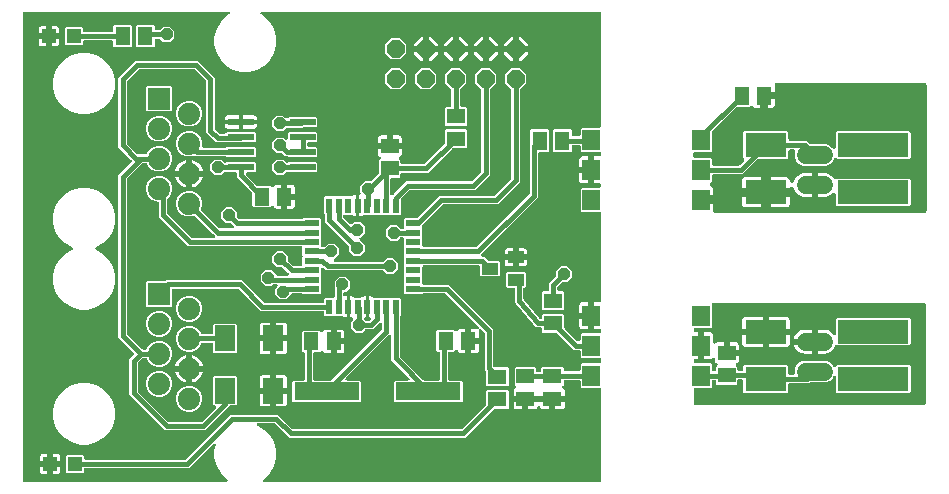
<source format=gbr>
G04 EAGLE Gerber RS-274X export*
G75*
%MOMM*%
%FSLAX34Y34*%
%LPD*%
%INTop Copper*%
%IPPOS*%
%AMOC8*
5,1,8,0,0,1.08239X$1,22.5*%
G01*
%ADD10R,0.558800X1.270000*%
%ADD11R,1.270000X0.558800*%
%ADD12R,1.400000X1.000000*%
%ADD13P,1.649562X8X22.500000*%
%ADD14C,1.879600*%
%ADD15R,1.879600X1.879600*%
%ADD16R,2.209800X0.609600*%
%ADD17R,1.200000X1.200000*%
%ADD18R,1.300000X1.600000*%
%ADD19R,1.600000X1.300000*%
%ADD20R,1.500000X1.300000*%
%ADD21R,5.500000X1.500000*%
%ADD22R,1.300000X1.500000*%
%ADD23R,1.520000X1.780000*%
%ADD24R,6.000000X2.000000*%
%ADD25R,3.500000X2.000000*%
%ADD26R,1.780000X2.160000*%
%ADD27C,1.524000*%
%ADD28C,0.406400*%
%ADD29P,1.089317X8X22.500000*%
%ADD30C,0.304800*%

G36*
X183910Y11449D02*
X183910Y11449D01*
X184054Y11464D01*
X184067Y11469D01*
X184080Y11471D01*
X184216Y11524D01*
X184352Y11575D01*
X184364Y11583D01*
X184376Y11588D01*
X184494Y11673D01*
X184614Y11756D01*
X184622Y11767D01*
X184633Y11774D01*
X184727Y11887D01*
X184822Y11997D01*
X184828Y12009D01*
X184836Y12019D01*
X184898Y12151D01*
X184963Y12282D01*
X184966Y12295D01*
X184972Y12307D01*
X184999Y12449D01*
X185030Y12593D01*
X185029Y12606D01*
X185031Y12620D01*
X185022Y12765D01*
X185016Y12911D01*
X185013Y12923D01*
X185012Y12937D01*
X184967Y13075D01*
X184925Y13215D01*
X184918Y13227D01*
X184914Y13239D01*
X184836Y13363D01*
X184760Y13487D01*
X184751Y13497D01*
X184744Y13508D01*
X184637Y13608D01*
X184533Y13710D01*
X184518Y13720D01*
X184512Y13726D01*
X184497Y13734D01*
X184399Y13799D01*
X183937Y14066D01*
X179066Y18937D01*
X175622Y24902D01*
X173839Y31556D01*
X173839Y38444D01*
X174943Y42564D01*
X174963Y42708D01*
X174986Y42852D01*
X174984Y42865D01*
X174986Y42879D01*
X174970Y43023D01*
X174956Y43169D01*
X174951Y43181D01*
X174950Y43195D01*
X174898Y43331D01*
X174848Y43468D01*
X174841Y43479D01*
X174836Y43492D01*
X174752Y43610D01*
X174670Y43731D01*
X174660Y43740D01*
X174652Y43751D01*
X174541Y43845D01*
X174431Y43941D01*
X174419Y43948D01*
X174409Y43956D01*
X174278Y44020D01*
X174148Y44086D01*
X174135Y44089D01*
X174123Y44095D01*
X173980Y44124D01*
X173838Y44156D01*
X173824Y44155D01*
X173811Y44158D01*
X173666Y44150D01*
X173520Y44146D01*
X173507Y44142D01*
X173493Y44142D01*
X173354Y44098D01*
X173214Y44058D01*
X173203Y44051D01*
X173190Y44047D01*
X173066Y43970D01*
X172940Y43896D01*
X172927Y43884D01*
X172919Y43879D01*
X172908Y43867D01*
X172820Y43790D01*
X154928Y25899D01*
X152473Y23443D01*
X64594Y23443D01*
X64476Y23428D01*
X64357Y23421D01*
X64319Y23408D01*
X64278Y23403D01*
X64168Y23360D01*
X64055Y23323D01*
X64020Y23301D01*
X63983Y23286D01*
X63887Y23217D01*
X63786Y23153D01*
X63758Y23123D01*
X63725Y23100D01*
X63649Y23008D01*
X63568Y22921D01*
X63548Y22886D01*
X63523Y22855D01*
X63472Y22747D01*
X63414Y22643D01*
X63404Y22603D01*
X63387Y22567D01*
X63365Y22450D01*
X63335Y22335D01*
X63331Y22275D01*
X63327Y22255D01*
X63329Y22234D01*
X63325Y22174D01*
X63325Y20368D01*
X62432Y19475D01*
X49168Y19475D01*
X48275Y20368D01*
X48275Y33632D01*
X49168Y34525D01*
X62432Y34525D01*
X63325Y33632D01*
X63325Y31826D01*
X63340Y31708D01*
X63347Y31589D01*
X63360Y31551D01*
X63365Y31510D01*
X63408Y31400D01*
X63445Y31287D01*
X63467Y31252D01*
X63482Y31215D01*
X63551Y31119D01*
X63615Y31018D01*
X63645Y30990D01*
X63668Y30957D01*
X63760Y30881D01*
X63847Y30800D01*
X63882Y30780D01*
X63913Y30755D01*
X64021Y30704D01*
X64125Y30646D01*
X64165Y30636D01*
X64201Y30619D01*
X64318Y30597D01*
X64433Y30567D01*
X64493Y30563D01*
X64513Y30559D01*
X64534Y30561D01*
X64594Y30557D01*
X149001Y30557D01*
X149099Y30569D01*
X149198Y30572D01*
X149256Y30589D01*
X149317Y30597D01*
X149409Y30633D01*
X149504Y30661D01*
X149556Y30691D01*
X149612Y30714D01*
X149692Y30772D01*
X149778Y30822D01*
X149853Y30888D01*
X149870Y30900D01*
X149877Y30910D01*
X149899Y30928D01*
X187627Y68657D01*
X227773Y68657D01*
X239801Y56628D01*
X239880Y56568D01*
X239952Y56500D01*
X240005Y56471D01*
X240053Y56434D01*
X240144Y56394D01*
X240230Y56346D01*
X240289Y56331D01*
X240345Y56307D01*
X240443Y56292D01*
X240538Y56267D01*
X240638Y56261D01*
X240659Y56257D01*
X240671Y56259D01*
X240699Y56257D01*
X382601Y56257D01*
X382699Y56269D01*
X382798Y56272D01*
X382856Y56289D01*
X382917Y56297D01*
X383009Y56333D01*
X383104Y56361D01*
X383156Y56391D01*
X383212Y56414D01*
X383292Y56472D01*
X383378Y56522D01*
X383453Y56588D01*
X383470Y56600D01*
X383477Y56610D01*
X383499Y56628D01*
X403604Y76733D01*
X403664Y76812D01*
X403732Y76884D01*
X403761Y76937D01*
X403798Y76985D01*
X403838Y77076D01*
X403886Y77162D01*
X403901Y77221D01*
X403925Y77277D01*
X403940Y77375D01*
X403965Y77470D01*
X403971Y77570D01*
X403975Y77591D01*
X403973Y77603D01*
X403975Y77631D01*
X403975Y88732D01*
X404868Y89625D01*
X422132Y89625D01*
X423025Y88732D01*
X423025Y74468D01*
X422132Y73575D01*
X411031Y73575D01*
X410933Y73563D01*
X410834Y73560D01*
X410776Y73543D01*
X410715Y73535D01*
X410623Y73499D01*
X410528Y73471D01*
X410476Y73441D01*
X410420Y73418D01*
X410340Y73360D01*
X410254Y73310D01*
X410179Y73244D01*
X410162Y73232D01*
X410155Y73222D01*
X410133Y73204D01*
X388528Y51599D01*
X386073Y49143D01*
X237227Y49143D01*
X225199Y61172D01*
X225120Y61232D01*
X225048Y61300D01*
X224995Y61329D01*
X224947Y61366D01*
X224856Y61406D01*
X224770Y61454D01*
X224711Y61469D01*
X224655Y61493D01*
X224557Y61508D01*
X224462Y61533D01*
X224362Y61539D01*
X224341Y61543D01*
X224329Y61541D01*
X224301Y61543D01*
X211084Y61543D01*
X210940Y61525D01*
X210795Y61510D01*
X210782Y61505D01*
X210768Y61503D01*
X210633Y61450D01*
X210496Y61399D01*
X210485Y61391D01*
X210473Y61386D01*
X210355Y61301D01*
X210235Y61218D01*
X210226Y61207D01*
X210215Y61200D01*
X210123Y61088D01*
X210027Y60977D01*
X210021Y60965D01*
X210013Y60955D01*
X209951Y60823D01*
X209886Y60692D01*
X209883Y60679D01*
X209877Y60667D01*
X209850Y60525D01*
X209819Y60381D01*
X209820Y60368D01*
X209817Y60355D01*
X209826Y60210D01*
X209832Y60064D01*
X209836Y60050D01*
X209837Y60037D01*
X209882Y59899D01*
X209924Y59759D01*
X209931Y59747D01*
X209935Y59735D01*
X210013Y59612D01*
X210088Y59487D01*
X210098Y59477D01*
X210105Y59466D01*
X210211Y59366D01*
X210315Y59264D01*
X210331Y59254D01*
X210337Y59248D01*
X210352Y59240D01*
X210449Y59175D01*
X216063Y55934D01*
X220934Y51063D01*
X224378Y45098D01*
X226161Y38444D01*
X226161Y31556D01*
X224378Y24902D01*
X220934Y18937D01*
X216063Y14066D01*
X215601Y13799D01*
X215484Y13711D01*
X215367Y13626D01*
X215358Y13615D01*
X215347Y13607D01*
X215257Y13493D01*
X215164Y13381D01*
X215158Y13368D01*
X215150Y13358D01*
X215090Y13224D01*
X215028Y13093D01*
X215026Y13080D01*
X215020Y13067D01*
X214996Y12923D01*
X214969Y12781D01*
X214969Y12767D01*
X214967Y12754D01*
X214979Y12608D01*
X214988Y12463D01*
X214992Y12450D01*
X214994Y12437D01*
X215041Y12299D01*
X215086Y12161D01*
X215093Y12149D01*
X215098Y12136D01*
X215178Y12015D01*
X215256Y11892D01*
X215266Y11883D01*
X215274Y11871D01*
X215382Y11774D01*
X215488Y11674D01*
X215500Y11667D01*
X215510Y11658D01*
X215639Y11591D01*
X215767Y11520D01*
X215780Y11517D01*
X215792Y11511D01*
X215934Y11477D01*
X216075Y11441D01*
X216093Y11440D01*
X216101Y11438D01*
X216118Y11438D01*
X216235Y11431D01*
X500200Y11431D01*
X500318Y11446D01*
X500437Y11453D01*
X500475Y11466D01*
X500516Y11471D01*
X500626Y11514D01*
X500739Y11551D01*
X500774Y11573D01*
X500811Y11588D01*
X500907Y11658D01*
X501008Y11721D01*
X501036Y11751D01*
X501069Y11774D01*
X501145Y11866D01*
X501226Y11953D01*
X501246Y11988D01*
X501271Y12019D01*
X501322Y12127D01*
X501380Y12231D01*
X501390Y12271D01*
X501407Y12307D01*
X501429Y12424D01*
X501459Y12539D01*
X501463Y12600D01*
X501467Y12620D01*
X501465Y12640D01*
X501469Y12700D01*
X501469Y90006D01*
X501454Y90124D01*
X501447Y90243D01*
X501434Y90281D01*
X501429Y90322D01*
X501386Y90432D01*
X501349Y90545D01*
X501327Y90580D01*
X501312Y90617D01*
X501243Y90713D01*
X501179Y90814D01*
X501149Y90842D01*
X501126Y90875D01*
X501034Y90951D01*
X500947Y91032D01*
X500912Y91052D01*
X500881Y91077D01*
X500773Y91128D01*
X500669Y91186D01*
X500629Y91196D01*
X500593Y91213D01*
X500476Y91235D01*
X500361Y91265D01*
X500301Y91269D01*
X500281Y91273D01*
X500260Y91271D01*
X500200Y91275D01*
X484718Y91275D01*
X483825Y92168D01*
X483825Y96874D01*
X483810Y96992D01*
X483803Y97111D01*
X483790Y97149D01*
X483785Y97190D01*
X483742Y97300D01*
X483705Y97413D01*
X483683Y97448D01*
X483668Y97485D01*
X483599Y97581D01*
X483535Y97682D01*
X483505Y97710D01*
X483482Y97743D01*
X483390Y97819D01*
X483303Y97900D01*
X483268Y97920D01*
X483237Y97945D01*
X483129Y97996D01*
X483025Y98054D01*
X482985Y98064D01*
X482949Y98081D01*
X482832Y98103D01*
X482717Y98133D01*
X482657Y98137D01*
X482637Y98141D01*
X482616Y98139D01*
X482556Y98143D01*
X470794Y98143D01*
X470676Y98128D01*
X470557Y98121D01*
X470519Y98108D01*
X470478Y98103D01*
X470368Y98060D01*
X470255Y98023D01*
X470220Y98001D01*
X470183Y97986D01*
X470087Y97917D01*
X469986Y97853D01*
X469958Y97823D01*
X469925Y97800D01*
X469849Y97708D01*
X469768Y97621D01*
X469748Y97586D01*
X469723Y97555D01*
X469672Y97447D01*
X469614Y97343D01*
X469604Y97303D01*
X469587Y97267D01*
X469565Y97150D01*
X469535Y97035D01*
X469531Y96975D01*
X469527Y96955D01*
X469529Y96934D01*
X469525Y96874D01*
X469525Y93968D01*
X468593Y93036D01*
X468516Y92937D01*
X468434Y92842D01*
X468419Y92812D01*
X468398Y92785D01*
X468348Y92670D01*
X468292Y92557D01*
X468285Y92524D01*
X468271Y92493D01*
X468252Y92369D01*
X468226Y92246D01*
X468227Y92213D01*
X468222Y92179D01*
X468233Y92054D01*
X468239Y91928D01*
X468248Y91896D01*
X468251Y91863D01*
X468294Y91744D01*
X468330Y91624D01*
X468348Y91595D01*
X468359Y91563D01*
X468430Y91459D01*
X468495Y91352D01*
X468519Y91328D01*
X468538Y91300D01*
X468632Y91217D01*
X468722Y91129D01*
X468762Y91102D01*
X468776Y91090D01*
X468795Y91080D01*
X468856Y91040D01*
X469560Y90633D01*
X470033Y90160D01*
X470368Y89581D01*
X470541Y88934D01*
X470541Y84639D01*
X461270Y84639D01*
X461152Y84624D01*
X461033Y84617D01*
X460995Y84604D01*
X460955Y84599D01*
X460844Y84555D01*
X460731Y84519D01*
X460696Y84497D01*
X460659Y84482D01*
X460563Y84412D01*
X460462Y84349D01*
X460434Y84319D01*
X460402Y84295D01*
X460326Y84204D01*
X460244Y84117D01*
X460225Y84082D01*
X460199Y84050D01*
X460148Y83943D01*
X460091Y83839D01*
X460080Y83799D01*
X460063Y83763D01*
X460041Y83646D01*
X460011Y83531D01*
X460007Y83470D01*
X460003Y83450D01*
X460005Y83430D01*
X460001Y83370D01*
X460001Y82099D01*
X459999Y82099D01*
X459999Y83370D01*
X459984Y83488D01*
X459977Y83607D01*
X459964Y83645D01*
X459959Y83685D01*
X459915Y83796D01*
X459879Y83909D01*
X459857Y83944D01*
X459842Y83981D01*
X459772Y84077D01*
X459709Y84178D01*
X459679Y84206D01*
X459655Y84238D01*
X459564Y84314D01*
X459477Y84396D01*
X459442Y84415D01*
X459410Y84441D01*
X459303Y84492D01*
X459199Y84549D01*
X459159Y84560D01*
X459123Y84577D01*
X459006Y84599D01*
X458891Y84629D01*
X458830Y84633D01*
X458810Y84637D01*
X458790Y84635D01*
X458730Y84639D01*
X438370Y84639D01*
X438252Y84624D01*
X438133Y84617D01*
X438095Y84604D01*
X438055Y84599D01*
X437944Y84555D01*
X437831Y84519D01*
X437796Y84497D01*
X437759Y84482D01*
X437663Y84412D01*
X437562Y84349D01*
X437534Y84319D01*
X437502Y84295D01*
X437426Y84204D01*
X437344Y84117D01*
X437325Y84082D01*
X437299Y84050D01*
X437248Y83943D01*
X437191Y83839D01*
X437180Y83799D01*
X437163Y83763D01*
X437141Y83646D01*
X437111Y83531D01*
X437107Y83470D01*
X437103Y83450D01*
X437105Y83430D01*
X437101Y83370D01*
X437101Y82099D01*
X437099Y82099D01*
X437099Y83370D01*
X437084Y83488D01*
X437077Y83607D01*
X437064Y83645D01*
X437059Y83685D01*
X437015Y83796D01*
X436979Y83909D01*
X436957Y83944D01*
X436942Y83981D01*
X436872Y84077D01*
X436809Y84178D01*
X436779Y84206D01*
X436755Y84238D01*
X436664Y84314D01*
X436577Y84396D01*
X436542Y84415D01*
X436510Y84441D01*
X436403Y84492D01*
X436299Y84549D01*
X436259Y84560D01*
X436223Y84577D01*
X436106Y84599D01*
X435991Y84629D01*
X435930Y84633D01*
X435910Y84637D01*
X435890Y84635D01*
X435830Y84639D01*
X427059Y84639D01*
X427059Y88934D01*
X427232Y89581D01*
X427567Y90160D01*
X428040Y90633D01*
X428744Y91040D01*
X428844Y91116D01*
X428948Y91186D01*
X428971Y91212D01*
X428998Y91232D01*
X429076Y91331D01*
X429159Y91425D01*
X429174Y91455D01*
X429195Y91481D01*
X429246Y91596D01*
X429304Y91708D01*
X429311Y91741D01*
X429325Y91772D01*
X429346Y91896D01*
X429373Y92018D01*
X429372Y92052D01*
X429378Y92085D01*
X429367Y92211D01*
X429364Y92336D01*
X429354Y92369D01*
X429351Y92402D01*
X429310Y92521D01*
X429275Y92642D01*
X429258Y92671D01*
X429247Y92703D01*
X429178Y92807D01*
X429114Y92916D01*
X429081Y92952D01*
X429071Y92968D01*
X429055Y92982D01*
X429007Y93036D01*
X428075Y93968D01*
X428075Y108232D01*
X428968Y109125D01*
X445232Y109125D01*
X446125Y108232D01*
X446125Y105926D01*
X446140Y105808D01*
X446147Y105689D01*
X446160Y105651D01*
X446165Y105610D01*
X446208Y105500D01*
X446245Y105387D01*
X446267Y105352D01*
X446282Y105315D01*
X446351Y105219D01*
X446415Y105118D01*
X446445Y105090D01*
X446468Y105057D01*
X446560Y104981D01*
X446647Y104900D01*
X446682Y104880D01*
X446713Y104855D01*
X446821Y104804D01*
X446925Y104746D01*
X446965Y104736D01*
X447001Y104719D01*
X447118Y104697D01*
X447233Y104667D01*
X447293Y104663D01*
X447313Y104659D01*
X447334Y104661D01*
X447394Y104657D01*
X449206Y104657D01*
X449324Y104672D01*
X449443Y104679D01*
X449481Y104692D01*
X449522Y104697D01*
X449632Y104740D01*
X449745Y104777D01*
X449780Y104799D01*
X449817Y104814D01*
X449913Y104883D01*
X450014Y104947D01*
X450042Y104977D01*
X450075Y105000D01*
X450151Y105092D01*
X450232Y105179D01*
X450252Y105214D01*
X450277Y105245D01*
X450328Y105353D01*
X450386Y105457D01*
X450396Y105497D01*
X450413Y105533D01*
X450435Y105650D01*
X450465Y105765D01*
X450469Y105825D01*
X450473Y105845D01*
X450471Y105866D01*
X450475Y105926D01*
X450475Y108232D01*
X451368Y109125D01*
X468632Y109125D01*
X469525Y108232D01*
X469525Y106526D01*
X469540Y106408D01*
X469547Y106289D01*
X469560Y106251D01*
X469565Y106210D01*
X469608Y106100D01*
X469645Y105987D01*
X469667Y105952D01*
X469682Y105915D01*
X469751Y105819D01*
X469815Y105718D01*
X469845Y105690D01*
X469868Y105657D01*
X469960Y105581D01*
X470047Y105500D01*
X470082Y105480D01*
X470113Y105455D01*
X470221Y105404D01*
X470325Y105346D01*
X470365Y105336D01*
X470401Y105319D01*
X470518Y105297D01*
X470633Y105267D01*
X470693Y105263D01*
X470713Y105259D01*
X470734Y105261D01*
X470794Y105257D01*
X482556Y105257D01*
X482674Y105272D01*
X482793Y105279D01*
X482831Y105292D01*
X482872Y105297D01*
X482982Y105340D01*
X483095Y105377D01*
X483130Y105399D01*
X483167Y105414D01*
X483263Y105483D01*
X483364Y105547D01*
X483392Y105577D01*
X483425Y105600D01*
X483501Y105692D01*
X483582Y105779D01*
X483602Y105814D01*
X483627Y105845D01*
X483678Y105953D01*
X483736Y106057D01*
X483746Y106097D01*
X483763Y106133D01*
X483785Y106250D01*
X483815Y106365D01*
X483819Y106425D01*
X483823Y106445D01*
X483821Y106466D01*
X483825Y106526D01*
X483825Y111232D01*
X484718Y112125D01*
X500200Y112125D01*
X500318Y112140D01*
X500437Y112147D01*
X500475Y112160D01*
X500516Y112165D01*
X500626Y112208D01*
X500739Y112245D01*
X500774Y112267D01*
X500811Y112282D01*
X500907Y112351D01*
X501008Y112415D01*
X501036Y112445D01*
X501069Y112468D01*
X501145Y112560D01*
X501226Y112647D01*
X501246Y112682D01*
X501271Y112713D01*
X501322Y112821D01*
X501380Y112925D01*
X501390Y112965D01*
X501407Y113001D01*
X501429Y113118D01*
X501459Y113233D01*
X501463Y113293D01*
X501467Y113313D01*
X501465Y113334D01*
X501469Y113394D01*
X501469Y115406D01*
X501454Y115524D01*
X501447Y115643D01*
X501434Y115681D01*
X501429Y115722D01*
X501386Y115832D01*
X501349Y115945D01*
X501327Y115980D01*
X501312Y116017D01*
X501243Y116113D01*
X501179Y116214D01*
X501149Y116242D01*
X501126Y116275D01*
X501034Y116351D01*
X500947Y116432D01*
X500912Y116452D01*
X500881Y116477D01*
X500773Y116528D01*
X500669Y116586D01*
X500629Y116596D01*
X500593Y116613D01*
X500476Y116635D01*
X500361Y116665D01*
X500301Y116669D01*
X500281Y116673D01*
X500260Y116671D01*
X500200Y116675D01*
X484718Y116675D01*
X483825Y117568D01*
X483825Y122274D01*
X483810Y122392D01*
X483803Y122511D01*
X483790Y122549D01*
X483785Y122590D01*
X483742Y122700D01*
X483705Y122813D01*
X483683Y122848D01*
X483668Y122885D01*
X483599Y122981D01*
X483535Y123082D01*
X483505Y123110D01*
X483482Y123143D01*
X483390Y123219D01*
X483303Y123300D01*
X483268Y123320D01*
X483237Y123345D01*
X483129Y123396D01*
X483025Y123454D01*
X482985Y123464D01*
X482949Y123481D01*
X482832Y123503D01*
X482717Y123533D01*
X482657Y123537D01*
X482637Y123541D01*
X482616Y123539D01*
X482556Y123543D01*
X478227Y123543D01*
X464067Y137704D01*
X463988Y137764D01*
X463916Y137832D01*
X463863Y137861D01*
X463815Y137898D01*
X463724Y137938D01*
X463638Y137986D01*
X463579Y138001D01*
X463523Y138025D01*
X463425Y138040D01*
X463330Y138065D01*
X463230Y138071D01*
X463209Y138075D01*
X463197Y138073D01*
X463169Y138075D01*
X452068Y138075D01*
X451175Y138968D01*
X451175Y141274D01*
X451160Y141392D01*
X451153Y141511D01*
X451140Y141549D01*
X451135Y141590D01*
X451092Y141700D01*
X451055Y141813D01*
X451033Y141848D01*
X451018Y141885D01*
X450949Y141981D01*
X450885Y142082D01*
X450855Y142110D01*
X450832Y142143D01*
X450740Y142219D01*
X450653Y142300D01*
X450618Y142320D01*
X450587Y142345D01*
X450479Y142396D01*
X450375Y142454D01*
X450335Y142464D01*
X450299Y142481D01*
X450182Y142503D01*
X450067Y142533D01*
X450007Y142537D01*
X449987Y142541D01*
X449966Y142539D01*
X449906Y142543D01*
X449453Y142543D01*
X449410Y142538D01*
X449367Y142540D01*
X449253Y142518D01*
X449137Y142503D01*
X449097Y142488D01*
X449055Y142479D01*
X448950Y142429D01*
X448927Y142420D01*
X447598Y142538D01*
X447577Y142537D01*
X447486Y142543D01*
X446167Y142543D01*
X446134Y142558D01*
X446098Y142581D01*
X445989Y142620D01*
X445966Y142630D01*
X445110Y143653D01*
X445094Y143668D01*
X445034Y143736D01*
X444101Y144669D01*
X444088Y144703D01*
X444079Y144745D01*
X444029Y144850D01*
X443986Y144958D01*
X443961Y144993D01*
X443943Y145032D01*
X443847Y145162D01*
X429210Y162653D01*
X429194Y162668D01*
X429134Y162736D01*
X428201Y163669D01*
X428188Y163703D01*
X428179Y163745D01*
X428129Y163850D01*
X428120Y163873D01*
X428238Y165202D01*
X428237Y165223D01*
X428243Y165314D01*
X428243Y175006D01*
X428228Y175124D01*
X428221Y175243D01*
X428208Y175281D01*
X428203Y175322D01*
X428160Y175432D01*
X428123Y175545D01*
X428101Y175580D01*
X428086Y175617D01*
X428017Y175713D01*
X427953Y175814D01*
X427923Y175842D01*
X427900Y175875D01*
X427808Y175951D01*
X427721Y176032D01*
X427686Y176052D01*
X427655Y176077D01*
X427547Y176128D01*
X427443Y176186D01*
X427403Y176196D01*
X427367Y176213D01*
X427250Y176235D01*
X427135Y176265D01*
X427075Y176269D01*
X427055Y176273D01*
X427034Y176271D01*
X426974Y176275D01*
X421368Y176275D01*
X420475Y177168D01*
X420475Y188432D01*
X421368Y189325D01*
X436632Y189325D01*
X437525Y188432D01*
X437525Y177168D01*
X436632Y176275D01*
X436626Y176275D01*
X436508Y176260D01*
X436389Y176253D01*
X436351Y176240D01*
X436310Y176235D01*
X436200Y176192D01*
X436087Y176155D01*
X436052Y176133D01*
X436015Y176118D01*
X435919Y176049D01*
X435818Y175985D01*
X435790Y175955D01*
X435757Y175932D01*
X435681Y175840D01*
X435600Y175753D01*
X435580Y175718D01*
X435555Y175687D01*
X435504Y175579D01*
X435446Y175475D01*
X435436Y175435D01*
X435419Y175399D01*
X435397Y175282D01*
X435367Y175167D01*
X435363Y175107D01*
X435359Y175087D01*
X435361Y175066D01*
X435357Y175006D01*
X435357Y166853D01*
X435362Y166810D01*
X435360Y166767D01*
X435382Y166653D01*
X435397Y166537D01*
X435412Y166497D01*
X435421Y166455D01*
X435471Y166350D01*
X435514Y166242D01*
X435539Y166207D01*
X435557Y166168D01*
X435653Y166038D01*
X448933Y150169D01*
X448959Y150144D01*
X448980Y150115D01*
X449075Y150036D01*
X449166Y149953D01*
X449198Y149935D01*
X449225Y149912D01*
X449337Y149860D01*
X449445Y149801D01*
X449480Y149792D01*
X449513Y149777D01*
X449634Y149754D01*
X449754Y149724D01*
X449790Y149724D01*
X449826Y149717D01*
X449948Y149725D01*
X450072Y149725D01*
X450107Y149734D01*
X450143Y149737D01*
X450260Y149775D01*
X450379Y149806D01*
X450411Y149824D01*
X450445Y149835D01*
X450549Y149901D01*
X450657Y149961D01*
X450683Y149985D01*
X450714Y150005D01*
X450799Y150095D01*
X450888Y150179D01*
X450907Y150210D01*
X450932Y150237D01*
X450992Y150344D01*
X451057Y150449D01*
X451068Y150483D01*
X451086Y150515D01*
X451116Y150634D01*
X451154Y150752D01*
X451156Y150788D01*
X451165Y150823D01*
X451175Y150984D01*
X451175Y153232D01*
X452068Y154125D01*
X469332Y154125D01*
X470225Y153232D01*
X470225Y142131D01*
X470237Y142033D01*
X470240Y141934D01*
X470257Y141876D01*
X470265Y141815D01*
X470301Y141723D01*
X470329Y141628D01*
X470359Y141576D01*
X470382Y141520D01*
X470440Y141440D01*
X470490Y141354D01*
X470556Y141279D01*
X470568Y141262D01*
X470578Y141255D01*
X470596Y141233D01*
X480801Y131028D01*
X480880Y130968D01*
X480952Y130900D01*
X481005Y130871D01*
X481053Y130834D01*
X481144Y130794D01*
X481230Y130746D01*
X481289Y130731D01*
X481345Y130707D01*
X481443Y130692D01*
X481538Y130667D01*
X481638Y130661D01*
X481659Y130657D01*
X481671Y130659D01*
X481699Y130657D01*
X482556Y130657D01*
X482674Y130672D01*
X482793Y130679D01*
X482831Y130692D01*
X482872Y130697D01*
X482982Y130740D01*
X483095Y130777D01*
X483130Y130799D01*
X483167Y130814D01*
X483263Y130883D01*
X483364Y130947D01*
X483392Y130977D01*
X483425Y131000D01*
X483501Y131092D01*
X483582Y131179D01*
X483602Y131214D01*
X483627Y131245D01*
X483678Y131353D01*
X483736Y131457D01*
X483746Y131497D01*
X483763Y131533D01*
X483785Y131650D01*
X483815Y131765D01*
X483819Y131825D01*
X483823Y131845D01*
X483821Y131866D01*
X483825Y131926D01*
X483825Y136632D01*
X484718Y137525D01*
X500200Y137525D01*
X500318Y137540D01*
X500437Y137547D01*
X500475Y137560D01*
X500516Y137565D01*
X500626Y137608D01*
X500739Y137645D01*
X500774Y137667D01*
X500811Y137682D01*
X500907Y137751D01*
X501008Y137815D01*
X501036Y137845D01*
X501069Y137868D01*
X501145Y137960D01*
X501226Y138047D01*
X501246Y138082D01*
X501271Y138113D01*
X501322Y138221D01*
X501380Y138325D01*
X501390Y138365D01*
X501407Y138401D01*
X501429Y138518D01*
X501459Y138633D01*
X501463Y138693D01*
X501467Y138713D01*
X501465Y138734D01*
X501469Y138794D01*
X501469Y139790D01*
X501454Y139908D01*
X501447Y140027D01*
X501434Y140065D01*
X501429Y140106D01*
X501386Y140216D01*
X501349Y140329D01*
X501327Y140364D01*
X501312Y140401D01*
X501243Y140497D01*
X501179Y140598D01*
X501149Y140626D01*
X501126Y140659D01*
X501034Y140735D01*
X500947Y140816D01*
X500912Y140836D01*
X500881Y140861D01*
X500773Y140912D01*
X500669Y140970D01*
X500629Y140980D01*
X500593Y140997D01*
X500476Y141019D01*
X500361Y141049D01*
X500301Y141053D01*
X500281Y141057D01*
X500260Y141055D01*
X500200Y141059D01*
X495489Y141059D01*
X495489Y151230D01*
X495474Y151348D01*
X495467Y151467D01*
X495454Y151505D01*
X495449Y151545D01*
X495405Y151656D01*
X495369Y151769D01*
X495347Y151804D01*
X495332Y151841D01*
X495262Y151937D01*
X495199Y152038D01*
X495169Y152066D01*
X495145Y152098D01*
X495054Y152174D01*
X494967Y152256D01*
X494932Y152275D01*
X494900Y152301D01*
X494793Y152352D01*
X494689Y152409D01*
X494649Y152420D01*
X494613Y152437D01*
X494496Y152459D01*
X494381Y152489D01*
X494320Y152493D01*
X494300Y152497D01*
X494280Y152495D01*
X494220Y152499D01*
X492949Y152499D01*
X492949Y152501D01*
X494220Y152501D01*
X494338Y152516D01*
X494457Y152523D01*
X494495Y152536D01*
X494535Y152541D01*
X494646Y152585D01*
X494759Y152621D01*
X494794Y152643D01*
X494831Y152658D01*
X494927Y152728D01*
X495028Y152791D01*
X495056Y152821D01*
X495088Y152845D01*
X495164Y152936D01*
X495246Y153023D01*
X495265Y153058D01*
X495291Y153090D01*
X495342Y153197D01*
X495399Y153301D01*
X495410Y153341D01*
X495427Y153377D01*
X495449Y153494D01*
X495479Y153609D01*
X495483Y153670D01*
X495487Y153690D01*
X495485Y153710D01*
X495489Y153770D01*
X495489Y163941D01*
X500200Y163941D01*
X500318Y163956D01*
X500437Y163963D01*
X500475Y163976D01*
X500516Y163981D01*
X500626Y164024D01*
X500739Y164061D01*
X500774Y164083D01*
X500811Y164098D01*
X500907Y164167D01*
X501008Y164231D01*
X501036Y164261D01*
X501069Y164284D01*
X501145Y164376D01*
X501226Y164463D01*
X501246Y164498D01*
X501271Y164529D01*
X501322Y164637D01*
X501380Y164741D01*
X501390Y164781D01*
X501407Y164817D01*
X501429Y164934D01*
X501459Y165049D01*
X501463Y165109D01*
X501467Y165129D01*
X501465Y165150D01*
X501469Y165210D01*
X501469Y238806D01*
X501454Y238924D01*
X501447Y239043D01*
X501434Y239081D01*
X501429Y239122D01*
X501386Y239232D01*
X501349Y239345D01*
X501327Y239380D01*
X501312Y239417D01*
X501243Y239513D01*
X501179Y239614D01*
X501149Y239642D01*
X501126Y239675D01*
X501034Y239751D01*
X500947Y239832D01*
X500912Y239852D01*
X500881Y239877D01*
X500773Y239928D01*
X500669Y239986D01*
X500629Y239996D01*
X500593Y240013D01*
X500476Y240035D01*
X500361Y240065D01*
X500301Y240069D01*
X500281Y240073D01*
X500260Y240071D01*
X500200Y240075D01*
X484718Y240075D01*
X483825Y240968D01*
X483825Y260032D01*
X484718Y260925D01*
X500200Y260925D01*
X500318Y260940D01*
X500437Y260947D01*
X500475Y260960D01*
X500516Y260965D01*
X500626Y261008D01*
X500739Y261045D01*
X500774Y261067D01*
X500811Y261082D01*
X500907Y261151D01*
X501008Y261215D01*
X501036Y261245D01*
X501069Y261268D01*
X501145Y261360D01*
X501226Y261447D01*
X501246Y261482D01*
X501271Y261513D01*
X501322Y261621D01*
X501380Y261725D01*
X501390Y261765D01*
X501407Y261801D01*
X501429Y261918D01*
X501459Y262033D01*
X501463Y262093D01*
X501467Y262113D01*
X501465Y262134D01*
X501469Y262194D01*
X501469Y263190D01*
X501454Y263308D01*
X501447Y263427D01*
X501434Y263465D01*
X501429Y263506D01*
X501386Y263616D01*
X501349Y263729D01*
X501327Y263764D01*
X501312Y263801D01*
X501243Y263897D01*
X501179Y263998D01*
X501149Y264026D01*
X501126Y264059D01*
X501034Y264135D01*
X500947Y264216D01*
X500912Y264236D01*
X500881Y264261D01*
X500773Y264312D01*
X500669Y264370D01*
X500629Y264380D01*
X500593Y264397D01*
X500476Y264419D01*
X500361Y264449D01*
X500301Y264453D01*
X500281Y264457D01*
X500260Y264455D01*
X500200Y264459D01*
X495489Y264459D01*
X495489Y274630D01*
X495474Y274748D01*
X495467Y274867D01*
X495454Y274905D01*
X495449Y274945D01*
X495405Y275056D01*
X495369Y275169D01*
X495347Y275204D01*
X495332Y275241D01*
X495262Y275337D01*
X495199Y275438D01*
X495169Y275466D01*
X495145Y275498D01*
X495054Y275574D01*
X494967Y275656D01*
X494932Y275675D01*
X494900Y275701D01*
X494793Y275752D01*
X494689Y275809D01*
X494649Y275820D01*
X494613Y275837D01*
X494496Y275859D01*
X494381Y275889D01*
X494320Y275893D01*
X494300Y275897D01*
X494280Y275895D01*
X494220Y275899D01*
X492949Y275899D01*
X492949Y275901D01*
X494220Y275901D01*
X494338Y275916D01*
X494457Y275923D01*
X494495Y275936D01*
X494535Y275941D01*
X494646Y275985D01*
X494759Y276021D01*
X494794Y276043D01*
X494831Y276058D01*
X494927Y276128D01*
X495028Y276191D01*
X495056Y276221D01*
X495088Y276245D01*
X495164Y276336D01*
X495246Y276423D01*
X495265Y276458D01*
X495291Y276490D01*
X495342Y276597D01*
X495399Y276701D01*
X495410Y276741D01*
X495427Y276777D01*
X495449Y276894D01*
X495479Y277009D01*
X495483Y277070D01*
X495487Y277090D01*
X495485Y277110D01*
X495489Y277170D01*
X495489Y287341D01*
X500200Y287341D01*
X500318Y287356D01*
X500437Y287363D01*
X500475Y287376D01*
X500516Y287381D01*
X500626Y287424D01*
X500739Y287461D01*
X500774Y287483D01*
X500811Y287498D01*
X500907Y287567D01*
X501008Y287631D01*
X501036Y287661D01*
X501069Y287684D01*
X501145Y287776D01*
X501226Y287863D01*
X501246Y287898D01*
X501271Y287929D01*
X501322Y288037D01*
X501380Y288141D01*
X501390Y288181D01*
X501407Y288217D01*
X501429Y288334D01*
X501459Y288449D01*
X501463Y288509D01*
X501467Y288529D01*
X501465Y288550D01*
X501469Y288610D01*
X501469Y289606D01*
X501454Y289724D01*
X501447Y289843D01*
X501434Y289881D01*
X501429Y289922D01*
X501386Y290032D01*
X501349Y290145D01*
X501327Y290180D01*
X501312Y290217D01*
X501243Y290313D01*
X501179Y290414D01*
X501149Y290442D01*
X501126Y290475D01*
X501034Y290551D01*
X500947Y290632D01*
X500912Y290652D01*
X500881Y290677D01*
X500773Y290728D01*
X500669Y290786D01*
X500629Y290796D01*
X500593Y290813D01*
X500476Y290835D01*
X500361Y290865D01*
X500301Y290869D01*
X500281Y290873D01*
X500260Y290871D01*
X500200Y290875D01*
X484718Y290875D01*
X483825Y291768D01*
X483825Y295874D01*
X483810Y295992D01*
X483803Y296111D01*
X483790Y296149D01*
X483785Y296190D01*
X483742Y296300D01*
X483705Y296413D01*
X483683Y296448D01*
X483668Y296485D01*
X483599Y296581D01*
X483535Y296682D01*
X483505Y296710D01*
X483482Y296743D01*
X483390Y296819D01*
X483303Y296900D01*
X483268Y296920D01*
X483237Y296945D01*
X483129Y296996D01*
X483025Y297054D01*
X482985Y297064D01*
X482949Y297081D01*
X482832Y297103D01*
X482717Y297133D01*
X482657Y297137D01*
X482637Y297141D01*
X482616Y297139D01*
X482556Y297143D01*
X477594Y297143D01*
X477476Y297128D01*
X477357Y297121D01*
X477319Y297108D01*
X477278Y297103D01*
X477168Y297060D01*
X477055Y297023D01*
X477020Y297001D01*
X476983Y296986D01*
X476887Y296917D01*
X476786Y296853D01*
X476758Y296823D01*
X476725Y296800D01*
X476649Y296708D01*
X476568Y296621D01*
X476548Y296586D01*
X476523Y296555D01*
X476472Y296447D01*
X476414Y296343D01*
X476404Y296303D01*
X476387Y296267D01*
X476365Y296150D01*
X476335Y296035D01*
X476331Y295975D01*
X476327Y295955D01*
X476329Y295934D01*
X476325Y295874D01*
X476325Y292068D01*
X475432Y291175D01*
X461168Y291175D01*
X460275Y292068D01*
X460275Y309332D01*
X461168Y310225D01*
X475432Y310225D01*
X476325Y309332D01*
X476325Y305526D01*
X476340Y305408D01*
X476347Y305289D01*
X476360Y305251D01*
X476365Y305210D01*
X476408Y305100D01*
X476445Y304987D01*
X476467Y304952D01*
X476482Y304915D01*
X476551Y304819D01*
X476615Y304718D01*
X476645Y304690D01*
X476668Y304657D01*
X476760Y304581D01*
X476847Y304500D01*
X476882Y304480D01*
X476913Y304455D01*
X477021Y304404D01*
X477125Y304346D01*
X477165Y304336D01*
X477201Y304319D01*
X477318Y304297D01*
X477433Y304267D01*
X477493Y304263D01*
X477513Y304259D01*
X477534Y304261D01*
X477594Y304257D01*
X482556Y304257D01*
X482674Y304272D01*
X482793Y304279D01*
X482831Y304292D01*
X482872Y304297D01*
X482982Y304340D01*
X483095Y304377D01*
X483130Y304399D01*
X483167Y304414D01*
X483263Y304483D01*
X483364Y304547D01*
X483392Y304577D01*
X483425Y304600D01*
X483501Y304692D01*
X483582Y304779D01*
X483602Y304814D01*
X483627Y304845D01*
X483678Y304953D01*
X483736Y305057D01*
X483746Y305097D01*
X483763Y305133D01*
X483785Y305250D01*
X483815Y305365D01*
X483819Y305425D01*
X483823Y305445D01*
X483821Y305466D01*
X483825Y305526D01*
X483825Y310832D01*
X484718Y311725D01*
X500200Y311725D01*
X500318Y311740D01*
X500437Y311747D01*
X500475Y311760D01*
X500516Y311765D01*
X500626Y311808D01*
X500739Y311845D01*
X500774Y311867D01*
X500811Y311882D01*
X500907Y311951D01*
X501008Y312015D01*
X501036Y312045D01*
X501069Y312068D01*
X501145Y312160D01*
X501226Y312247D01*
X501246Y312282D01*
X501271Y312313D01*
X501322Y312421D01*
X501380Y312525D01*
X501390Y312565D01*
X501407Y312601D01*
X501429Y312718D01*
X501459Y312833D01*
X501463Y312893D01*
X501467Y312913D01*
X501465Y312934D01*
X501469Y312994D01*
X501469Y408570D01*
X501454Y408688D01*
X501447Y408807D01*
X501434Y408845D01*
X501429Y408886D01*
X501386Y408996D01*
X501349Y409109D01*
X501327Y409144D01*
X501312Y409181D01*
X501243Y409277D01*
X501179Y409378D01*
X501149Y409406D01*
X501126Y409439D01*
X501034Y409515D01*
X500947Y409596D01*
X500912Y409616D01*
X500881Y409641D01*
X500773Y409692D01*
X500669Y409750D01*
X500629Y409760D01*
X500593Y409777D01*
X500476Y409799D01*
X500361Y409829D01*
X500301Y409833D01*
X500281Y409837D01*
X500260Y409835D01*
X500200Y409839D01*
X214035Y409839D01*
X213891Y409821D01*
X213746Y409806D01*
X213733Y409801D01*
X213720Y409799D01*
X213585Y409746D01*
X213448Y409695D01*
X213437Y409687D01*
X213424Y409682D01*
X213307Y409597D01*
X213187Y409514D01*
X213178Y409503D01*
X213167Y409496D01*
X213074Y409384D01*
X212979Y409273D01*
X212973Y409261D01*
X212964Y409251D01*
X212902Y409119D01*
X212837Y408988D01*
X212834Y408975D01*
X212829Y408963D01*
X212801Y408820D01*
X212771Y408677D01*
X212771Y408664D01*
X212769Y408651D01*
X212778Y408506D01*
X212784Y408360D01*
X212788Y408346D01*
X212789Y408333D01*
X212833Y408195D01*
X212875Y408055D01*
X212882Y408043D01*
X212887Y408031D01*
X212964Y407908D01*
X213040Y407783D01*
X213049Y407773D01*
X213057Y407762D01*
X213163Y407662D01*
X213267Y407560D01*
X213282Y407550D01*
X213288Y407544D01*
X213303Y407536D01*
X213401Y407471D01*
X216063Y405934D01*
X220934Y401063D01*
X224378Y395098D01*
X226161Y388444D01*
X226161Y381556D01*
X224378Y374902D01*
X220934Y368937D01*
X216063Y364066D01*
X210098Y360622D01*
X203444Y358839D01*
X196556Y358839D01*
X189902Y360622D01*
X183937Y364066D01*
X179066Y368937D01*
X175622Y374902D01*
X173839Y381556D01*
X173839Y388444D01*
X175622Y395098D01*
X179066Y401063D01*
X183937Y405934D01*
X186599Y407471D01*
X186715Y407559D01*
X186833Y407644D01*
X186842Y407655D01*
X186852Y407663D01*
X186943Y407777D01*
X187036Y407889D01*
X187042Y407902D01*
X187050Y407912D01*
X187110Y408046D01*
X187171Y408177D01*
X187174Y408190D01*
X187180Y408203D01*
X187204Y408347D01*
X187231Y408490D01*
X187230Y408503D01*
X187233Y408516D01*
X187220Y408662D01*
X187211Y408807D01*
X187207Y408820D01*
X187206Y408833D01*
X187158Y408971D01*
X187113Y409109D01*
X187106Y409121D01*
X187102Y409134D01*
X187021Y409255D01*
X186943Y409378D01*
X186933Y409387D01*
X186926Y409399D01*
X186818Y409496D01*
X186712Y409596D01*
X186700Y409603D01*
X186690Y409612D01*
X186561Y409679D01*
X186433Y409750D01*
X186420Y409753D01*
X186408Y409759D01*
X186266Y409793D01*
X186125Y409829D01*
X186107Y409830D01*
X186099Y409832D01*
X186081Y409832D01*
X185965Y409839D01*
X12700Y409839D01*
X12582Y409824D01*
X12463Y409817D01*
X12425Y409804D01*
X12384Y409799D01*
X12274Y409756D01*
X12161Y409719D01*
X12126Y409697D01*
X12089Y409682D01*
X11993Y409613D01*
X11892Y409549D01*
X11864Y409519D01*
X11831Y409496D01*
X11756Y409404D01*
X11674Y409317D01*
X11654Y409282D01*
X11629Y409251D01*
X11578Y409143D01*
X11520Y409039D01*
X11510Y408999D01*
X11493Y408963D01*
X11471Y408846D01*
X11441Y408731D01*
X11437Y408671D01*
X11433Y408651D01*
X11435Y408630D01*
X11431Y408570D01*
X11431Y12700D01*
X11446Y12582D01*
X11453Y12463D01*
X11466Y12425D01*
X11471Y12384D01*
X11514Y12274D01*
X11551Y12161D01*
X11573Y12126D01*
X11588Y12089D01*
X11658Y11993D01*
X11721Y11892D01*
X11751Y11864D01*
X11774Y11831D01*
X11866Y11756D01*
X11953Y11674D01*
X11988Y11654D01*
X12019Y11629D01*
X12127Y11578D01*
X12231Y11520D01*
X12271Y11510D01*
X12307Y11493D01*
X12424Y11471D01*
X12539Y11441D01*
X12600Y11437D01*
X12620Y11433D01*
X12640Y11435D01*
X12700Y11431D01*
X183765Y11431D01*
X183910Y11449D01*
G37*
G36*
X774718Y239271D02*
X774718Y239271D01*
X774736Y239269D01*
X774918Y239290D01*
X775101Y239309D01*
X775118Y239314D01*
X775135Y239316D01*
X775310Y239373D01*
X775486Y239427D01*
X775501Y239435D01*
X775518Y239441D01*
X775678Y239531D01*
X775840Y239619D01*
X775853Y239630D01*
X775869Y239639D01*
X776008Y239759D01*
X776149Y239876D01*
X776160Y239890D01*
X776174Y239902D01*
X776286Y240047D01*
X776401Y240190D01*
X776409Y240206D01*
X776420Y240220D01*
X776502Y240385D01*
X776587Y240547D01*
X776592Y240564D01*
X776600Y240581D01*
X776647Y240759D01*
X776698Y240934D01*
X776700Y240952D01*
X776704Y240969D01*
X776731Y241300D01*
X776731Y347500D01*
X776729Y347518D01*
X776731Y347536D01*
X776710Y347718D01*
X776691Y347901D01*
X776686Y347918D01*
X776684Y347935D01*
X776627Y348110D01*
X776573Y348286D01*
X776565Y348301D01*
X776559Y348318D01*
X776469Y348478D01*
X776381Y348640D01*
X776370Y348653D01*
X776361Y348669D01*
X776241Y348808D01*
X776124Y348949D01*
X776110Y348960D01*
X776098Y348974D01*
X775953Y349086D01*
X775810Y349201D01*
X775794Y349209D01*
X775780Y349220D01*
X775615Y349302D01*
X775453Y349387D01*
X775436Y349392D01*
X775420Y349400D01*
X775241Y349447D01*
X775066Y349498D01*
X775048Y349500D01*
X775031Y349504D01*
X774700Y349531D01*
X650146Y349531D01*
X650064Y349523D01*
X649982Y349525D01*
X649864Y349503D01*
X649745Y349491D01*
X649667Y349467D01*
X649586Y349453D01*
X649475Y349408D01*
X649360Y349373D01*
X649288Y349334D01*
X649212Y349304D01*
X649111Y349239D01*
X649006Y349181D01*
X648943Y349129D01*
X648874Y349084D01*
X648789Y349000D01*
X648697Y348924D01*
X648645Y348860D01*
X648587Y348802D01*
X648520Y348703D01*
X648445Y348610D01*
X648407Y348537D01*
X648361Y348469D01*
X648314Y348359D01*
X648259Y348253D01*
X648236Y348174D01*
X648204Y348098D01*
X648181Y347981D01*
X648148Y347866D01*
X648141Y347784D01*
X648125Y347703D01*
X648125Y347584D01*
X648115Y347464D01*
X648124Y347383D01*
X648124Y347301D01*
X648141Y347210D01*
X648141Y342049D01*
X640318Y342049D01*
X640300Y342047D01*
X640283Y342049D01*
X640100Y342028D01*
X639918Y342009D01*
X639901Y342004D01*
X639883Y342002D01*
X639708Y341945D01*
X639533Y341891D01*
X639517Y341883D01*
X639500Y341877D01*
X639340Y341787D01*
X639179Y341699D01*
X639165Y341688D01*
X639149Y341679D01*
X639010Y341559D01*
X638869Y341442D01*
X638858Y341428D01*
X638845Y341416D01*
X638732Y341271D01*
X638617Y341128D01*
X638609Y341112D01*
X638598Y341098D01*
X638516Y340933D01*
X638432Y340771D01*
X638427Y340754D01*
X638419Y340738D01*
X638371Y340559D01*
X638320Y340384D01*
X638319Y340366D01*
X638314Y340349D01*
X638287Y340018D01*
X638287Y339613D01*
X637882Y339613D01*
X637864Y339611D01*
X637846Y339613D01*
X637664Y339591D01*
X637481Y339573D01*
X637464Y339568D01*
X637447Y339566D01*
X637272Y339509D01*
X637096Y339455D01*
X637081Y339447D01*
X637064Y339441D01*
X636904Y339351D01*
X636742Y339263D01*
X636729Y339252D01*
X636713Y339243D01*
X636574Y339123D01*
X636433Y339005D01*
X636422Y338992D01*
X636408Y338980D01*
X636296Y338835D01*
X636181Y338692D01*
X636173Y338676D01*
X636162Y338662D01*
X636080Y338497D01*
X635995Y338334D01*
X635990Y338317D01*
X635982Y338301D01*
X635934Y338123D01*
X635884Y337948D01*
X635882Y337930D01*
X635878Y337913D01*
X635851Y337582D01*
X635851Y328259D01*
X632265Y328259D01*
X631619Y328432D01*
X631040Y328767D01*
X630489Y329317D01*
X630422Y329411D01*
X630362Y329467D01*
X630309Y329530D01*
X630215Y329604D01*
X630128Y329685D01*
X630057Y329728D01*
X629993Y329780D01*
X629886Y329834D01*
X629785Y329896D01*
X629707Y329925D01*
X629634Y329962D01*
X629519Y329994D01*
X629407Y330035D01*
X629325Y330048D01*
X629246Y330070D01*
X629127Y330079D01*
X629009Y330097D01*
X628927Y330093D01*
X628844Y330099D01*
X628726Y330084D01*
X628607Y330079D01*
X628527Y330059D01*
X628445Y330049D01*
X628332Y330011D01*
X628216Y329982D01*
X628141Y329947D01*
X628063Y329921D01*
X627960Y329861D01*
X627852Y329810D01*
X627786Y329761D01*
X627714Y329720D01*
X627598Y329621D01*
X627529Y329570D01*
X627502Y329539D01*
X627461Y329505D01*
X627232Y329275D01*
X616447Y329275D01*
X616420Y329273D01*
X616393Y329275D01*
X616219Y329253D01*
X616046Y329235D01*
X616021Y329228D01*
X615994Y329224D01*
X615828Y329169D01*
X615661Y329117D01*
X615638Y329104D01*
X615612Y329096D01*
X615461Y329009D01*
X615307Y328925D01*
X615287Y328908D01*
X615263Y328895D01*
X615010Y328680D01*
X595570Y309240D01*
X595553Y309219D01*
X595532Y309201D01*
X595425Y309064D01*
X595315Y308928D01*
X595302Y308905D01*
X595286Y308883D01*
X595208Y308726D01*
X595126Y308572D01*
X595118Y308547D01*
X595106Y308523D01*
X595061Y308353D01*
X595011Y308187D01*
X595009Y308160D01*
X595002Y308134D01*
X594975Y307803D01*
X594975Y291768D01*
X594082Y290875D01*
X580800Y290875D01*
X580782Y290873D01*
X580764Y290875D01*
X580582Y290854D01*
X580399Y290835D01*
X580382Y290830D01*
X580365Y290828D01*
X580190Y290771D01*
X580014Y290717D01*
X579999Y290709D01*
X579982Y290703D01*
X579822Y290613D01*
X579660Y290525D01*
X579647Y290514D01*
X579631Y290505D01*
X579492Y290385D01*
X579351Y290268D01*
X579340Y290254D01*
X579327Y290242D01*
X579214Y290097D01*
X579099Y289954D01*
X579091Y289938D01*
X579080Y289924D01*
X578998Y289759D01*
X578913Y289597D01*
X578908Y289580D01*
X578900Y289564D01*
X578853Y289385D01*
X578802Y289210D01*
X578800Y289192D01*
X578796Y289175D01*
X578769Y288844D01*
X578769Y288356D01*
X578771Y288338D01*
X578769Y288320D01*
X578790Y288138D01*
X578809Y287955D01*
X578814Y287938D01*
X578816Y287921D01*
X578873Y287746D01*
X578927Y287570D01*
X578935Y287555D01*
X578941Y287538D01*
X579031Y287378D01*
X579119Y287216D01*
X579130Y287203D01*
X579139Y287187D01*
X579259Y287048D01*
X579376Y286907D01*
X579390Y286896D01*
X579402Y286882D01*
X579547Y286770D01*
X579690Y286655D01*
X579706Y286647D01*
X579720Y286636D01*
X579885Y286554D01*
X580047Y286469D01*
X580064Y286464D01*
X580081Y286456D01*
X580259Y286409D01*
X580434Y286358D01*
X580452Y286356D01*
X580469Y286352D01*
X580800Y286325D01*
X594082Y286325D01*
X594975Y285432D01*
X594975Y281488D01*
X594977Y281470D01*
X594975Y281452D01*
X594996Y281270D01*
X595015Y281087D01*
X595020Y281070D01*
X595022Y281053D01*
X595079Y280878D01*
X595133Y280702D01*
X595141Y280687D01*
X595147Y280670D01*
X595237Y280510D01*
X595325Y280348D01*
X595336Y280335D01*
X595345Y280319D01*
X595465Y280180D01*
X595582Y280039D01*
X595596Y280028D01*
X595608Y280014D01*
X595753Y279902D01*
X595896Y279787D01*
X595912Y279779D01*
X595926Y279768D01*
X596091Y279686D01*
X596253Y279601D01*
X596270Y279596D01*
X596286Y279588D01*
X596465Y279541D01*
X596640Y279490D01*
X596658Y279488D01*
X596675Y279484D01*
X597006Y279457D01*
X617385Y279457D01*
X617412Y279459D01*
X617439Y279457D01*
X617613Y279479D01*
X617786Y279497D01*
X617812Y279504D01*
X617838Y279508D01*
X618004Y279563D01*
X618171Y279615D01*
X618195Y279628D01*
X618220Y279636D01*
X618371Y279723D01*
X618525Y279807D01*
X618545Y279824D01*
X618569Y279837D01*
X618822Y280052D01*
X621921Y283151D01*
X621932Y283164D01*
X621945Y283176D01*
X622059Y283320D01*
X622176Y283462D01*
X622184Y283478D01*
X622195Y283492D01*
X622279Y283656D01*
X622364Y283818D01*
X622369Y283835D01*
X622377Y283851D01*
X622427Y284028D01*
X622479Y284204D01*
X622481Y284221D01*
X622485Y284239D01*
X622499Y284422D01*
X622515Y284605D01*
X622513Y284622D01*
X622515Y284640D01*
X622492Y284822D01*
X622472Y285005D01*
X622467Y285022D01*
X622464Y285040D01*
X622406Y285213D01*
X622351Y285389D01*
X622342Y285404D01*
X622336Y285421D01*
X622244Y285581D01*
X622156Y285741D01*
X622144Y285755D01*
X622135Y285770D01*
X621921Y286023D01*
X621675Y286268D01*
X621675Y307532D01*
X622568Y308425D01*
X658832Y308425D01*
X659725Y307532D01*
X659725Y302488D01*
X659727Y302470D01*
X659725Y302452D01*
X659746Y302270D01*
X659765Y302087D01*
X659770Y302070D01*
X659772Y302053D01*
X659829Y301878D01*
X659883Y301702D01*
X659891Y301687D01*
X659897Y301670D01*
X659987Y301510D01*
X660075Y301348D01*
X660086Y301335D01*
X660095Y301319D01*
X660215Y301180D01*
X660332Y301039D01*
X660346Y301028D01*
X660358Y301014D01*
X660503Y300902D01*
X660646Y300787D01*
X660662Y300779D01*
X660676Y300768D01*
X660841Y300686D01*
X661003Y300601D01*
X661020Y300596D01*
X661036Y300588D01*
X661215Y300541D01*
X661390Y300490D01*
X661408Y300488D01*
X661425Y300484D01*
X661756Y300457D01*
X675173Y300457D01*
X677290Y298340D01*
X677311Y298323D01*
X677329Y298302D01*
X677466Y298195D01*
X677602Y298085D01*
X677625Y298072D01*
X677647Y298056D01*
X677804Y297978D01*
X677958Y297896D01*
X677983Y297888D01*
X678007Y297876D01*
X678177Y297831D01*
X678343Y297781D01*
X678370Y297779D01*
X678396Y297772D01*
X678727Y297745D01*
X691439Y297745D01*
X694800Y296353D01*
X696708Y294445D01*
X696715Y294439D01*
X696720Y294432D01*
X696870Y294312D01*
X697019Y294190D01*
X697027Y294186D01*
X697034Y294180D01*
X697204Y294092D01*
X697375Y294001D01*
X697384Y293999D01*
X697391Y293995D01*
X697576Y293942D01*
X697761Y293886D01*
X697770Y293886D01*
X697778Y293883D01*
X697969Y293867D01*
X698162Y293850D01*
X698171Y293851D01*
X698180Y293850D01*
X698369Y293872D01*
X698562Y293893D01*
X698571Y293896D01*
X698579Y293897D01*
X698761Y293957D01*
X698946Y294015D01*
X698954Y294019D01*
X698962Y294022D01*
X699131Y294117D01*
X699298Y294210D01*
X699305Y294215D01*
X699313Y294220D01*
X699459Y294346D01*
X699605Y294470D01*
X699611Y294477D01*
X699618Y294483D01*
X699735Y294634D01*
X699855Y294786D01*
X699859Y294794D01*
X699864Y294801D01*
X699950Y294973D01*
X700037Y295145D01*
X700040Y295154D01*
X700044Y295162D01*
X700094Y295348D01*
X700145Y295533D01*
X700146Y295542D01*
X700148Y295550D01*
X700175Y295881D01*
X700175Y307532D01*
X701068Y308425D01*
X762332Y308425D01*
X763225Y307532D01*
X763225Y286268D01*
X762332Y285375D01*
X701045Y285375D01*
X701010Y285403D01*
X700866Y285521D01*
X700854Y285528D01*
X700843Y285536D01*
X700676Y285622D01*
X700510Y285710D01*
X700497Y285714D01*
X700485Y285720D01*
X700303Y285772D01*
X700124Y285825D01*
X700111Y285826D01*
X700098Y285830D01*
X699910Y285844D01*
X699723Y285861D01*
X699710Y285860D01*
X699697Y285861D01*
X699511Y285838D01*
X699323Y285818D01*
X699310Y285814D01*
X699297Y285812D01*
X699119Y285753D01*
X698939Y285696D01*
X698927Y285690D01*
X698915Y285686D01*
X698751Y285593D01*
X698587Y285502D01*
X698577Y285493D01*
X698565Y285486D01*
X698424Y285363D01*
X698280Y285241D01*
X698271Y285230D01*
X698261Y285222D01*
X698147Y285073D01*
X698030Y284925D01*
X698024Y284913D01*
X698016Y284903D01*
X697864Y284607D01*
X697372Y283420D01*
X694800Y280847D01*
X691439Y279455D01*
X672561Y279455D01*
X669200Y280847D01*
X666627Y283420D01*
X665235Y286781D01*
X665235Y290419D01*
X665283Y290535D01*
X665287Y290548D01*
X665293Y290559D01*
X665345Y290740D01*
X665400Y290920D01*
X665401Y290933D01*
X665405Y290946D01*
X665420Y291135D01*
X665438Y291321D01*
X665436Y291334D01*
X665438Y291348D01*
X665416Y291534D01*
X665396Y291721D01*
X665392Y291734D01*
X665391Y291747D01*
X665332Y291927D01*
X665276Y292106D01*
X665270Y292117D01*
X665266Y292130D01*
X665173Y292294D01*
X665083Y292459D01*
X665074Y292469D01*
X665068Y292481D01*
X664945Y292623D01*
X664824Y292767D01*
X664813Y292775D01*
X664805Y292786D01*
X664657Y292900D01*
X664509Y293018D01*
X664497Y293024D01*
X664487Y293032D01*
X664318Y293116D01*
X664151Y293202D01*
X664138Y293206D01*
X664126Y293212D01*
X663944Y293261D01*
X663764Y293312D01*
X663750Y293313D01*
X663737Y293316D01*
X663407Y293343D01*
X661756Y293343D01*
X661738Y293341D01*
X661720Y293343D01*
X661538Y293322D01*
X661355Y293303D01*
X661338Y293298D01*
X661321Y293296D01*
X661146Y293239D01*
X660970Y293185D01*
X660955Y293177D01*
X660938Y293171D01*
X660778Y293081D01*
X660616Y292993D01*
X660603Y292982D01*
X660587Y292973D01*
X660448Y292853D01*
X660307Y292736D01*
X660296Y292722D01*
X660282Y292710D01*
X660170Y292565D01*
X660055Y292422D01*
X660047Y292406D01*
X660036Y292392D01*
X659954Y292227D01*
X659869Y292065D01*
X659864Y292048D01*
X659856Y292032D01*
X659809Y291853D01*
X659758Y291678D01*
X659756Y291660D01*
X659752Y291643D01*
X659725Y291312D01*
X659725Y286268D01*
X658832Y285375D01*
X635047Y285375D01*
X635020Y285373D01*
X634993Y285375D01*
X634819Y285353D01*
X634646Y285335D01*
X634620Y285328D01*
X634594Y285324D01*
X634428Y285269D01*
X634261Y285217D01*
X634237Y285204D01*
X634212Y285196D01*
X634061Y285109D01*
X633907Y285025D01*
X633887Y285008D01*
X633863Y284995D01*
X633610Y284780D01*
X623852Y275022D01*
X621738Y272908D01*
X621733Y272901D01*
X621726Y272896D01*
X621605Y272746D01*
X621483Y272597D01*
X621479Y272589D01*
X621473Y272582D01*
X621385Y272412D01*
X621295Y272241D01*
X621292Y272232D01*
X621288Y272225D01*
X621235Y272040D01*
X621231Y272028D01*
X621226Y272032D01*
X621053Y272118D01*
X620882Y272205D01*
X620874Y272208D01*
X620866Y272212D01*
X620677Y272262D01*
X620495Y272313D01*
X620486Y272314D01*
X620477Y272316D01*
X620146Y272343D01*
X597006Y272343D01*
X596988Y272341D01*
X596970Y272343D01*
X596788Y272322D01*
X596605Y272303D01*
X596588Y272298D01*
X596571Y272296D01*
X596396Y272239D01*
X596220Y272185D01*
X596205Y272177D01*
X596188Y272171D01*
X596028Y272081D01*
X595866Y271993D01*
X595853Y271982D01*
X595837Y271973D01*
X595698Y271853D01*
X595557Y271736D01*
X595546Y271722D01*
X595532Y271710D01*
X595420Y271565D01*
X595305Y271422D01*
X595297Y271406D01*
X595286Y271392D01*
X595204Y271227D01*
X595119Y271065D01*
X595114Y271048D01*
X595106Y271032D01*
X595059Y270853D01*
X595008Y270678D01*
X595006Y270660D01*
X595002Y270643D01*
X594975Y270312D01*
X594975Y266368D01*
X593719Y265113D01*
X593626Y265000D01*
X593528Y264892D01*
X593499Y264844D01*
X593464Y264801D01*
X593395Y264672D01*
X593320Y264547D01*
X593301Y264495D01*
X593275Y264445D01*
X593234Y264305D01*
X593184Y264168D01*
X593176Y264113D01*
X593160Y264060D01*
X593147Y263914D01*
X593126Y263769D01*
X593129Y263714D01*
X593124Y263659D01*
X593140Y263513D01*
X593148Y263367D01*
X593161Y263314D01*
X593167Y263258D01*
X593212Y263119D01*
X593248Y262977D01*
X593272Y262927D01*
X593289Y262874D01*
X593360Y262747D01*
X593423Y262615D01*
X593457Y262571D01*
X593484Y262522D01*
X593578Y262411D01*
X593667Y262294D01*
X593708Y262257D01*
X593744Y262215D01*
X593859Y262124D01*
X593969Y262028D01*
X594017Y262000D01*
X594060Y261966D01*
X594191Y261899D01*
X594317Y261826D01*
X594349Y261815D01*
X595010Y261433D01*
X595483Y260960D01*
X595818Y260381D01*
X595991Y259735D01*
X595991Y254299D01*
X587618Y254299D01*
X587600Y254297D01*
X587583Y254299D01*
X587400Y254278D01*
X587218Y254259D01*
X587201Y254254D01*
X587183Y254252D01*
X587008Y254195D01*
X586833Y254141D01*
X586817Y254133D01*
X586800Y254127D01*
X586640Y254037D01*
X586479Y253949D01*
X586465Y253938D01*
X586449Y253929D01*
X586310Y253809D01*
X586169Y253692D01*
X586158Y253678D01*
X586145Y253666D01*
X586032Y253521D01*
X585917Y253378D01*
X585909Y253362D01*
X585898Y253348D01*
X585816Y253183D01*
X585732Y253021D01*
X585727Y253004D01*
X585719Y252988D01*
X585671Y252809D01*
X585620Y252634D01*
X585619Y252616D01*
X585614Y252599D01*
X585587Y252268D01*
X585587Y248732D01*
X585589Y248714D01*
X585587Y248696D01*
X585609Y248514D01*
X585627Y248331D01*
X585632Y248314D01*
X585634Y248297D01*
X585691Y248122D01*
X585745Y247946D01*
X585753Y247931D01*
X585759Y247914D01*
X585849Y247754D01*
X585937Y247592D01*
X585948Y247579D01*
X585957Y247563D01*
X586077Y247424D01*
X586195Y247283D01*
X586208Y247272D01*
X586220Y247258D01*
X586365Y247146D01*
X586508Y247031D01*
X586524Y247023D01*
X586538Y247012D01*
X586703Y246930D01*
X586866Y246845D01*
X586883Y246840D01*
X586899Y246832D01*
X587077Y246784D01*
X587252Y246734D01*
X587270Y246732D01*
X587287Y246728D01*
X587618Y246701D01*
X595991Y246701D01*
X595991Y241300D01*
X595993Y241282D01*
X595991Y241264D01*
X596012Y241082D01*
X596031Y240899D01*
X596036Y240882D01*
X596038Y240865D01*
X596095Y240690D01*
X596149Y240514D01*
X596157Y240499D01*
X596163Y240482D01*
X596253Y240322D01*
X596341Y240160D01*
X596352Y240147D01*
X596361Y240131D01*
X596481Y239992D01*
X596598Y239851D01*
X596612Y239840D01*
X596624Y239827D01*
X596769Y239714D01*
X596912Y239599D01*
X596928Y239591D01*
X596942Y239580D01*
X597107Y239498D01*
X597269Y239413D01*
X597286Y239408D01*
X597302Y239400D01*
X597481Y239353D01*
X597656Y239302D01*
X597674Y239300D01*
X597691Y239296D01*
X598022Y239269D01*
X774700Y239269D01*
X774718Y239271D01*
G37*
G36*
X774818Y76546D02*
X774818Y76546D01*
X774937Y76553D01*
X774975Y76566D01*
X775016Y76571D01*
X775126Y76614D01*
X775239Y76651D01*
X775274Y76673D01*
X775311Y76688D01*
X775407Y76758D01*
X775508Y76821D01*
X775536Y76851D01*
X775569Y76874D01*
X775645Y76966D01*
X775726Y77053D01*
X775746Y77088D01*
X775771Y77119D01*
X775822Y77227D01*
X775880Y77331D01*
X775890Y77371D01*
X775907Y77407D01*
X775929Y77524D01*
X775959Y77639D01*
X775963Y77700D01*
X775967Y77720D01*
X775965Y77740D01*
X775969Y77800D01*
X775969Y162000D01*
X775954Y162118D01*
X775947Y162237D01*
X775934Y162275D01*
X775929Y162316D01*
X775886Y162426D01*
X775849Y162539D01*
X775827Y162574D01*
X775812Y162611D01*
X775743Y162707D01*
X775679Y162808D01*
X775649Y162836D01*
X775626Y162869D01*
X775534Y162945D01*
X775447Y163026D01*
X775412Y163046D01*
X775381Y163071D01*
X775273Y163122D01*
X775169Y163180D01*
X775129Y163190D01*
X775093Y163207D01*
X774976Y163229D01*
X774861Y163259D01*
X774801Y163263D01*
X774781Y163267D01*
X774760Y163265D01*
X774700Y163269D01*
X596244Y163269D01*
X596126Y163254D01*
X596007Y163247D01*
X595969Y163234D01*
X595928Y163229D01*
X595818Y163186D01*
X595705Y163149D01*
X595670Y163127D01*
X595633Y163112D01*
X595537Y163043D01*
X595436Y162979D01*
X595408Y162949D01*
X595375Y162926D01*
X595299Y162834D01*
X595218Y162747D01*
X595198Y162712D01*
X595173Y162681D01*
X595122Y162573D01*
X595064Y162469D01*
X595054Y162429D01*
X595037Y162393D01*
X595015Y162276D01*
X594985Y162161D01*
X594981Y162101D01*
X594977Y162081D01*
X594979Y162060D01*
X594975Y162000D01*
X594975Y142968D01*
X594082Y142075D01*
X580800Y142075D01*
X580682Y142060D01*
X580563Y142053D01*
X580525Y142040D01*
X580484Y142035D01*
X580374Y141992D01*
X580261Y141955D01*
X580226Y141933D01*
X580189Y141918D01*
X580093Y141849D01*
X579992Y141785D01*
X579964Y141755D01*
X579931Y141732D01*
X579856Y141640D01*
X579774Y141553D01*
X579754Y141518D01*
X579729Y141487D01*
X579678Y141379D01*
X579620Y141275D01*
X579610Y141235D01*
X579593Y141199D01*
X579571Y141082D01*
X579541Y140967D01*
X579537Y140907D01*
X579533Y140887D01*
X579535Y140866D01*
X579531Y140806D01*
X579531Y139810D01*
X579546Y139692D01*
X579553Y139573D01*
X579566Y139535D01*
X579571Y139494D01*
X579614Y139384D01*
X579651Y139271D01*
X579673Y139236D01*
X579688Y139199D01*
X579758Y139103D01*
X579821Y139002D01*
X579851Y138974D01*
X579874Y138941D01*
X579966Y138865D01*
X580053Y138784D01*
X580088Y138764D01*
X580119Y138739D01*
X580227Y138688D01*
X580331Y138630D01*
X580371Y138620D01*
X580407Y138603D01*
X580524Y138581D01*
X580639Y138551D01*
X580700Y138547D01*
X580720Y138543D01*
X580740Y138545D01*
X580800Y138541D01*
X583311Y138541D01*
X583311Y128370D01*
X583326Y128252D01*
X583333Y128133D01*
X583346Y128095D01*
X583351Y128055D01*
X583394Y127944D01*
X583431Y127831D01*
X583453Y127796D01*
X583468Y127759D01*
X583538Y127663D01*
X583601Y127562D01*
X583631Y127534D01*
X583655Y127502D01*
X583746Y127426D01*
X583833Y127344D01*
X583868Y127325D01*
X583899Y127299D01*
X584007Y127248D01*
X584111Y127191D01*
X584151Y127180D01*
X584187Y127163D01*
X584304Y127141D01*
X584419Y127111D01*
X584480Y127107D01*
X584500Y127103D01*
X584520Y127105D01*
X584580Y127101D01*
X587120Y127101D01*
X587238Y127116D01*
X587357Y127123D01*
X587395Y127136D01*
X587435Y127141D01*
X587546Y127185D01*
X587659Y127221D01*
X587694Y127243D01*
X587731Y127258D01*
X587827Y127328D01*
X587928Y127391D01*
X587956Y127421D01*
X587988Y127445D01*
X588064Y127536D01*
X588146Y127623D01*
X588165Y127658D01*
X588191Y127690D01*
X588242Y127797D01*
X588299Y127901D01*
X588310Y127941D01*
X588327Y127977D01*
X588349Y128094D01*
X588379Y128209D01*
X588383Y128270D01*
X588387Y128290D01*
X588385Y128310D01*
X588389Y128370D01*
X588389Y138541D01*
X593784Y138541D01*
X594431Y138368D01*
X595010Y138033D01*
X595483Y137560D01*
X595818Y136981D01*
X595991Y136334D01*
X595991Y130148D01*
X596008Y130010D01*
X596021Y129872D01*
X596028Y129853D01*
X596031Y129833D01*
X596082Y129703D01*
X596129Y129572D01*
X596140Y129556D01*
X596148Y129537D01*
X596229Y129424D01*
X596307Y129309D01*
X596323Y129296D01*
X596334Y129280D01*
X596442Y129190D01*
X596546Y129099D01*
X596564Y129090D01*
X596579Y129077D01*
X596705Y129017D01*
X596829Y128954D01*
X596849Y128950D01*
X596867Y128941D01*
X597003Y128915D01*
X597139Y128885D01*
X597160Y128885D01*
X597179Y128881D01*
X597318Y128890D01*
X597457Y128894D01*
X597477Y128900D01*
X597497Y128901D01*
X597629Y128944D01*
X597763Y128983D01*
X597780Y128993D01*
X597799Y128999D01*
X597917Y129073D01*
X598037Y129144D01*
X598058Y129163D01*
X598068Y129169D01*
X598082Y129184D01*
X598158Y129251D01*
X598540Y129633D01*
X599119Y129968D01*
X599766Y130141D01*
X605061Y130141D01*
X605061Y122370D01*
X605076Y122252D01*
X605083Y122133D01*
X605096Y122095D01*
X605101Y122055D01*
X605144Y121944D01*
X605181Y121831D01*
X605203Y121796D01*
X605218Y121759D01*
X605288Y121663D01*
X605351Y121562D01*
X605381Y121534D01*
X605405Y121502D01*
X605496Y121426D01*
X605583Y121344D01*
X605618Y121325D01*
X605649Y121299D01*
X605757Y121248D01*
X605861Y121191D01*
X605901Y121180D01*
X605937Y121163D01*
X606054Y121141D01*
X606169Y121111D01*
X606230Y121107D01*
X606250Y121103D01*
X606270Y121105D01*
X606330Y121101D01*
X607601Y121101D01*
X607601Y119830D01*
X607616Y119712D01*
X607623Y119593D01*
X607636Y119555D01*
X607641Y119515D01*
X607685Y119404D01*
X607721Y119291D01*
X607743Y119256D01*
X607758Y119219D01*
X607828Y119123D01*
X607891Y119022D01*
X607921Y118994D01*
X607945Y118961D01*
X608036Y118886D01*
X608123Y118804D01*
X608158Y118784D01*
X608190Y118759D01*
X608297Y118708D01*
X608401Y118650D01*
X608441Y118640D01*
X608477Y118623D01*
X608594Y118601D01*
X608709Y118571D01*
X608770Y118567D01*
X608790Y118563D01*
X608810Y118565D01*
X608870Y118561D01*
X617641Y118561D01*
X617641Y114266D01*
X617468Y113619D01*
X617133Y113040D01*
X616660Y112567D01*
X615956Y112160D01*
X615856Y112084D01*
X615751Y112014D01*
X615729Y111988D01*
X615702Y111968D01*
X615624Y111869D01*
X615541Y111775D01*
X615526Y111745D01*
X615505Y111719D01*
X615454Y111604D01*
X615396Y111492D01*
X615389Y111459D01*
X615375Y111428D01*
X615354Y111304D01*
X615327Y111182D01*
X615328Y111148D01*
X615322Y111115D01*
X615333Y110989D01*
X615336Y110864D01*
X615346Y110831D01*
X615349Y110798D01*
X615390Y110679D01*
X615425Y110558D01*
X615442Y110529D01*
X615453Y110497D01*
X615523Y110392D01*
X615586Y110284D01*
X615619Y110248D01*
X615629Y110232D01*
X615645Y110218D01*
X615693Y110164D01*
X616625Y109232D01*
X616625Y106926D01*
X616640Y106808D01*
X616647Y106689D01*
X616660Y106651D01*
X616665Y106610D01*
X616708Y106500D01*
X616745Y106387D01*
X616767Y106352D01*
X616782Y106315D01*
X616851Y106219D01*
X616915Y106118D01*
X616945Y106090D01*
X616968Y106057D01*
X617060Y105981D01*
X617147Y105900D01*
X617182Y105880D01*
X617213Y105855D01*
X617321Y105804D01*
X617425Y105746D01*
X617465Y105736D01*
X617501Y105719D01*
X617618Y105697D01*
X617733Y105667D01*
X617793Y105663D01*
X617813Y105659D01*
X617834Y105661D01*
X617894Y105657D01*
X620406Y105657D01*
X620524Y105672D01*
X620643Y105679D01*
X620681Y105692D01*
X620722Y105697D01*
X620832Y105740D01*
X620945Y105777D01*
X620980Y105799D01*
X621017Y105814D01*
X621113Y105883D01*
X621214Y105947D01*
X621242Y105977D01*
X621275Y106000D01*
X621351Y106092D01*
X621432Y106179D01*
X621452Y106214D01*
X621477Y106245D01*
X621528Y106353D01*
X621586Y106457D01*
X621596Y106497D01*
X621613Y106533D01*
X621635Y106650D01*
X621665Y106765D01*
X621669Y106825D01*
X621673Y106845D01*
X621671Y106866D01*
X621675Y106926D01*
X621675Y109432D01*
X622568Y110325D01*
X658832Y110325D01*
X659725Y109432D01*
X659725Y103626D01*
X659740Y103508D01*
X659747Y103389D01*
X659760Y103351D01*
X659765Y103310D01*
X659808Y103200D01*
X659845Y103087D01*
X659867Y103052D01*
X659882Y103015D01*
X659951Y102919D01*
X660015Y102818D01*
X660045Y102790D01*
X660068Y102757D01*
X660160Y102681D01*
X660247Y102600D01*
X660282Y102580D01*
X660313Y102555D01*
X660421Y102504D01*
X660525Y102446D01*
X660565Y102436D01*
X660601Y102419D01*
X660718Y102397D01*
X660833Y102367D01*
X660893Y102363D01*
X660913Y102359D01*
X660934Y102361D01*
X660994Y102357D01*
X663966Y102357D01*
X664084Y102372D01*
X664203Y102379D01*
X664241Y102392D01*
X664282Y102397D01*
X664392Y102440D01*
X664505Y102477D01*
X664540Y102499D01*
X664577Y102514D01*
X664673Y102583D01*
X664774Y102647D01*
X664802Y102677D01*
X664835Y102700D01*
X664911Y102792D01*
X664992Y102879D01*
X665012Y102914D01*
X665037Y102945D01*
X665088Y103053D01*
X665146Y103157D01*
X665156Y103197D01*
X665173Y103233D01*
X665195Y103350D01*
X665225Y103465D01*
X665229Y103525D01*
X665233Y103545D01*
X665231Y103566D01*
X665235Y103626D01*
X665235Y106919D01*
X666627Y110280D01*
X669200Y112853D01*
X672561Y114245D01*
X691439Y114245D01*
X694800Y112853D01*
X697373Y110280D01*
X697733Y109409D01*
X697768Y109348D01*
X697794Y109283D01*
X697846Y109211D01*
X697891Y109133D01*
X697939Y109083D01*
X697980Y109026D01*
X698050Y108969D01*
X698112Y108904D01*
X698172Y108868D01*
X698225Y108823D01*
X698307Y108785D01*
X698383Y108738D01*
X698450Y108717D01*
X698513Y108688D01*
X698601Y108671D01*
X698687Y108644D01*
X698757Y108641D01*
X698826Y108628D01*
X698915Y108633D01*
X699005Y108629D01*
X699073Y108643D01*
X699143Y108648D01*
X699228Y108675D01*
X699316Y108693D01*
X699379Y108724D01*
X699445Y108746D01*
X699521Y108794D01*
X699602Y108833D01*
X699655Y108878D01*
X699714Y108916D01*
X699776Y108981D01*
X699844Y109040D01*
X699884Y109097D01*
X699932Y109147D01*
X699976Y109226D01*
X699989Y109245D01*
X701068Y110325D01*
X762332Y110325D01*
X763225Y109432D01*
X763225Y88168D01*
X762332Y87275D01*
X701068Y87275D01*
X700175Y88168D01*
X700175Y100305D01*
X700167Y100375D01*
X700168Y100444D01*
X700147Y100532D01*
X700135Y100621D01*
X700110Y100686D01*
X700093Y100754D01*
X700051Y100833D01*
X700018Y100917D01*
X699977Y100973D01*
X699945Y101035D01*
X699884Y101101D01*
X699832Y101174D01*
X699778Y101219D01*
X699731Y101270D01*
X699656Y101319D01*
X699587Y101377D01*
X699523Y101407D01*
X699465Y101445D01*
X699380Y101474D01*
X699299Y101512D01*
X699230Y101525D01*
X699164Y101548D01*
X699075Y101555D01*
X698987Y101572D01*
X698917Y101568D01*
X698847Y101573D01*
X698759Y101558D01*
X698669Y101552D01*
X698603Y101531D01*
X698534Y101519D01*
X698452Y101482D01*
X698367Y101454D01*
X698308Y101417D01*
X698244Y101388D01*
X698174Y101332D01*
X698098Y101284D01*
X698050Y101233D01*
X697996Y101190D01*
X697942Y101118D01*
X697880Y101053D01*
X697846Y100991D01*
X697804Y100936D01*
X697733Y100791D01*
X697373Y99920D01*
X694800Y97347D01*
X691439Y95955D01*
X678411Y95955D01*
X678313Y95943D01*
X678214Y95940D01*
X678156Y95923D01*
X678095Y95915D01*
X678003Y95879D01*
X677908Y95851D01*
X677856Y95821D01*
X677800Y95798D01*
X677720Y95740D01*
X677634Y95690D01*
X677559Y95624D01*
X677542Y95612D01*
X677535Y95602D01*
X677513Y95584D01*
X677173Y95243D01*
X660994Y95243D01*
X660876Y95228D01*
X660757Y95221D01*
X660719Y95208D01*
X660678Y95203D01*
X660568Y95160D01*
X660455Y95123D01*
X660420Y95101D01*
X660383Y95086D01*
X660287Y95017D01*
X660186Y94953D01*
X660158Y94923D01*
X660125Y94900D01*
X660049Y94808D01*
X659968Y94721D01*
X659948Y94686D01*
X659923Y94655D01*
X659872Y94547D01*
X659814Y94443D01*
X659804Y94403D01*
X659787Y94367D01*
X659765Y94250D01*
X659735Y94135D01*
X659731Y94075D01*
X659727Y94055D01*
X659729Y94034D01*
X659725Y93974D01*
X659725Y88168D01*
X658832Y87275D01*
X622568Y87275D01*
X621675Y88168D01*
X621675Y97274D01*
X621660Y97392D01*
X621653Y97511D01*
X621640Y97549D01*
X621635Y97590D01*
X621592Y97700D01*
X621555Y97813D01*
X621533Y97848D01*
X621518Y97885D01*
X621449Y97981D01*
X621385Y98082D01*
X621355Y98110D01*
X621332Y98143D01*
X621240Y98219D01*
X621153Y98300D01*
X621118Y98320D01*
X621087Y98345D01*
X620979Y98396D01*
X620875Y98454D01*
X620835Y98464D01*
X620799Y98481D01*
X620682Y98503D01*
X620567Y98533D01*
X620507Y98537D01*
X620487Y98541D01*
X620466Y98539D01*
X620406Y98543D01*
X617894Y98543D01*
X617776Y98528D01*
X617657Y98521D01*
X617619Y98508D01*
X617578Y98503D01*
X617468Y98460D01*
X617355Y98423D01*
X617320Y98401D01*
X617283Y98386D01*
X617187Y98317D01*
X617086Y98253D01*
X617058Y98223D01*
X617025Y98200D01*
X616949Y98108D01*
X616868Y98021D01*
X616848Y97986D01*
X616823Y97955D01*
X616772Y97847D01*
X616714Y97743D01*
X616704Y97703D01*
X616687Y97667D01*
X616665Y97550D01*
X616635Y97435D01*
X616631Y97375D01*
X616627Y97355D01*
X616629Y97334D01*
X616625Y97274D01*
X616625Y94968D01*
X615732Y94075D01*
X599468Y94075D01*
X598575Y94968D01*
X598575Y96874D01*
X598560Y96992D01*
X598553Y97111D01*
X598540Y97149D01*
X598535Y97190D01*
X598492Y97300D01*
X598455Y97413D01*
X598433Y97448D01*
X598418Y97485D01*
X598349Y97581D01*
X598285Y97682D01*
X598255Y97710D01*
X598232Y97743D01*
X598140Y97819D01*
X598053Y97900D01*
X598018Y97920D01*
X597987Y97945D01*
X597879Y97996D01*
X597775Y98054D01*
X597735Y98064D01*
X597699Y98081D01*
X597582Y98103D01*
X597467Y98133D01*
X597407Y98137D01*
X597387Y98141D01*
X597366Y98139D01*
X597306Y98143D01*
X596244Y98143D01*
X596126Y98128D01*
X596007Y98121D01*
X595969Y98108D01*
X595928Y98103D01*
X595818Y98060D01*
X595705Y98023D01*
X595670Y98001D01*
X595633Y97986D01*
X595537Y97917D01*
X595436Y97853D01*
X595408Y97823D01*
X595375Y97800D01*
X595299Y97708D01*
X595218Y97621D01*
X595198Y97586D01*
X595173Y97555D01*
X595122Y97447D01*
X595064Y97343D01*
X595054Y97303D01*
X595037Y97267D01*
X595015Y97150D01*
X594985Y97035D01*
X594981Y96975D01*
X594977Y96955D01*
X594979Y96934D01*
X594978Y96922D01*
X594977Y96919D01*
X594977Y96917D01*
X594975Y96874D01*
X594975Y92168D01*
X594082Y91275D01*
X580800Y91275D01*
X580682Y91260D01*
X580563Y91253D01*
X580525Y91240D01*
X580484Y91235D01*
X580374Y91192D01*
X580261Y91155D01*
X580226Y91133D01*
X580189Y91118D01*
X580093Y91049D01*
X579992Y90985D01*
X579964Y90955D01*
X579931Y90932D01*
X579856Y90840D01*
X579774Y90753D01*
X579754Y90718D01*
X579729Y90687D01*
X579678Y90579D01*
X579620Y90475D01*
X579610Y90435D01*
X579593Y90399D01*
X579571Y90282D01*
X579541Y90167D01*
X579537Y90107D01*
X579533Y90087D01*
X579535Y90066D01*
X579531Y90006D01*
X579531Y77800D01*
X579546Y77682D01*
X579553Y77563D01*
X579566Y77525D01*
X579571Y77484D01*
X579614Y77374D01*
X579651Y77261D01*
X579673Y77226D01*
X579688Y77189D01*
X579758Y77093D01*
X579821Y76992D01*
X579851Y76964D01*
X579874Y76931D01*
X579966Y76856D01*
X580053Y76774D01*
X580088Y76754D01*
X580119Y76729D01*
X580227Y76678D01*
X580331Y76620D01*
X580371Y76610D01*
X580407Y76593D01*
X580524Y76571D01*
X580639Y76541D01*
X580700Y76537D01*
X580720Y76533D01*
X580740Y76535D01*
X580800Y76531D01*
X774700Y76531D01*
X774818Y76546D01*
G37*
%LPC*%
G36*
X404868Y92575D02*
X404868Y92575D01*
X403975Y93468D01*
X403975Y104569D01*
X403963Y104667D01*
X403960Y104766D01*
X403943Y104825D01*
X403935Y104885D01*
X403899Y104977D01*
X403871Y105072D01*
X403841Y105124D01*
X403818Y105180D01*
X403760Y105260D01*
X403710Y105346D01*
X403644Y105421D01*
X403632Y105438D01*
X403622Y105445D01*
X403604Y105467D01*
X402543Y106527D01*
X402543Y137501D01*
X402531Y137599D01*
X402528Y137698D01*
X402511Y137756D01*
X402503Y137817D01*
X402467Y137909D01*
X402439Y138004D01*
X402409Y138056D01*
X402386Y138112D01*
X402328Y138192D01*
X402278Y138278D01*
X402212Y138353D01*
X402200Y138370D01*
X402190Y138377D01*
X402172Y138399D01*
X399801Y140769D01*
X399686Y140859D01*
X399573Y140950D01*
X399561Y140955D01*
X399550Y140964D01*
X399416Y141022D01*
X399284Y141082D01*
X399270Y141085D01*
X399258Y141090D01*
X399114Y141113D01*
X398971Y141139D01*
X398957Y141138D01*
X398944Y141140D01*
X398798Y141126D01*
X398654Y141116D01*
X398641Y141111D01*
X398627Y141110D01*
X398490Y141061D01*
X398352Y141014D01*
X398341Y141007D01*
X398328Y141003D01*
X398207Y140921D01*
X398085Y140841D01*
X398076Y140832D01*
X398065Y140824D01*
X397968Y140715D01*
X397870Y140608D01*
X397863Y140596D01*
X397854Y140586D01*
X397788Y140456D01*
X397719Y140327D01*
X397716Y140314D01*
X397710Y140302D01*
X397678Y140161D01*
X397643Y140019D01*
X397643Y140005D01*
X397640Y139992D01*
X397645Y139847D01*
X397646Y139701D01*
X397650Y139683D01*
X397650Y139674D01*
X397655Y139658D01*
X397678Y139543D01*
X397841Y138934D01*
X397841Y133639D01*
X391339Y133639D01*
X391339Y141141D01*
X395634Y141141D01*
X396243Y140978D01*
X396387Y140958D01*
X396531Y140935D01*
X396545Y140936D01*
X396558Y140935D01*
X396702Y140951D01*
X396848Y140965D01*
X396860Y140969D01*
X396874Y140971D01*
X397009Y141023D01*
X397147Y141072D01*
X397158Y141080D01*
X397171Y141085D01*
X397289Y141169D01*
X397410Y141251D01*
X397419Y141261D01*
X397430Y141269D01*
X397524Y141381D01*
X397621Y141490D01*
X397627Y141501D01*
X397635Y141512D01*
X397699Y141643D01*
X397765Y141773D01*
X397768Y141786D01*
X397774Y141798D01*
X397803Y141941D01*
X397835Y142083D01*
X397834Y142096D01*
X397837Y142110D01*
X397830Y142255D01*
X397825Y142401D01*
X397821Y142414D01*
X397821Y142427D01*
X397777Y142566D01*
X397737Y142706D01*
X397730Y142718D01*
X397726Y142731D01*
X397649Y142855D01*
X397575Y142980D01*
X397563Y142994D01*
X397559Y143001D01*
X397546Y143013D01*
X397469Y143101D01*
X369699Y170872D01*
X369620Y170932D01*
X369548Y171000D01*
X369495Y171029D01*
X369447Y171066D01*
X369356Y171106D01*
X369270Y171154D01*
X369211Y171169D01*
X369155Y171193D01*
X369057Y171208D01*
X368962Y171233D01*
X368862Y171239D01*
X368841Y171243D01*
X368829Y171241D01*
X368801Y171243D01*
X350395Y171243D01*
X350297Y171231D01*
X350198Y171228D01*
X350140Y171211D01*
X350080Y171203D01*
X349988Y171167D01*
X349893Y171139D01*
X349840Y171109D01*
X349784Y171086D01*
X349704Y171028D01*
X349619Y170978D01*
X349543Y170912D01*
X349527Y170900D01*
X349519Y170890D01*
X349498Y170872D01*
X349108Y170481D01*
X335144Y170481D01*
X334251Y171374D01*
X334251Y178457D01*
X334268Y178563D01*
X334294Y178679D01*
X334293Y178720D01*
X334299Y178759D01*
X334288Y178878D01*
X334285Y178997D01*
X334273Y179036D01*
X334270Y179076D01*
X334251Y179127D01*
X334251Y186457D01*
X334268Y186563D01*
X334294Y186679D01*
X334293Y186720D01*
X334299Y186759D01*
X334288Y186878D01*
X334285Y186997D01*
X334273Y187036D01*
X334270Y187076D01*
X334251Y187127D01*
X334251Y194457D01*
X334268Y194563D01*
X334294Y194679D01*
X334293Y194720D01*
X334299Y194759D01*
X334288Y194878D01*
X334285Y194997D01*
X334273Y195036D01*
X334270Y195076D01*
X334251Y195127D01*
X334251Y202457D01*
X334268Y202563D01*
X334294Y202679D01*
X334293Y202720D01*
X334299Y202759D01*
X334288Y202878D01*
X334285Y202997D01*
X334273Y203036D01*
X334270Y203076D01*
X334251Y203127D01*
X334251Y210457D01*
X334268Y210563D01*
X334294Y210679D01*
X334293Y210720D01*
X334299Y210759D01*
X334288Y210878D01*
X334285Y210997D01*
X334273Y211036D01*
X334270Y211076D01*
X334251Y211127D01*
X334251Y217474D01*
X334236Y217592D01*
X334229Y217711D01*
X334216Y217749D01*
X334211Y217790D01*
X334168Y217900D01*
X334131Y218013D01*
X334109Y218048D01*
X334094Y218085D01*
X334025Y218181D01*
X333961Y218282D01*
X333931Y218310D01*
X333908Y218343D01*
X333816Y218419D01*
X333729Y218500D01*
X333694Y218520D01*
X333663Y218545D01*
X333555Y218596D01*
X333451Y218654D01*
X333411Y218664D01*
X333375Y218681D01*
X333258Y218703D01*
X333143Y218733D01*
X333083Y218737D01*
X333063Y218741D01*
X333042Y218739D01*
X332982Y218743D01*
X331742Y218743D01*
X331643Y218731D01*
X331544Y218728D01*
X331486Y218711D01*
X331426Y218703D01*
X331334Y218667D01*
X331239Y218639D01*
X331187Y218609D01*
X331130Y218586D01*
X331050Y218528D01*
X330965Y218478D01*
X330890Y218412D01*
X330873Y218400D01*
X330865Y218390D01*
X330844Y218372D01*
X328216Y215743D01*
X322784Y215743D01*
X318943Y219584D01*
X318943Y225016D01*
X322784Y228857D01*
X328216Y228857D01*
X330844Y226228D01*
X330922Y226168D01*
X330994Y226100D01*
X331047Y226071D01*
X331095Y226034D01*
X331186Y225994D01*
X331273Y225946D01*
X331332Y225931D01*
X331387Y225907D01*
X331485Y225892D01*
X331581Y225867D01*
X331681Y225861D01*
X331701Y225857D01*
X331714Y225859D01*
X331742Y225857D01*
X332982Y225857D01*
X333100Y225872D01*
X333219Y225879D01*
X333257Y225892D01*
X333298Y225897D01*
X333408Y225940D01*
X333521Y225977D01*
X333556Y225999D01*
X333593Y226014D01*
X333689Y226083D01*
X333790Y226147D01*
X333818Y226177D01*
X333851Y226200D01*
X333927Y226292D01*
X334008Y226379D01*
X334028Y226414D01*
X334053Y226445D01*
X334104Y226553D01*
X334162Y226657D01*
X334172Y226697D01*
X334189Y226733D01*
X334211Y226850D01*
X334241Y226965D01*
X334245Y227025D01*
X334249Y227045D01*
X334247Y227066D01*
X334251Y227126D01*
X334251Y234226D01*
X335144Y235119D01*
X345163Y235119D01*
X345261Y235131D01*
X345360Y235134D01*
X345418Y235151D01*
X345479Y235159D01*
X345571Y235195D01*
X345666Y235223D01*
X345718Y235253D01*
X345774Y235276D01*
X345854Y235334D01*
X345940Y235384D01*
X346015Y235450D01*
X346032Y235462D01*
X346039Y235472D01*
X346061Y235490D01*
X364327Y253757D01*
X410201Y253757D01*
X410299Y253769D01*
X410398Y253772D01*
X410456Y253789D01*
X410517Y253797D01*
X410609Y253833D01*
X410704Y253861D01*
X410756Y253891D01*
X410812Y253914D01*
X410892Y253972D01*
X410978Y254022D01*
X411053Y254088D01*
X411070Y254100D01*
X411077Y254110D01*
X411099Y254128D01*
X424972Y268001D01*
X425032Y268080D01*
X425100Y268152D01*
X425129Y268205D01*
X425166Y268253D01*
X425206Y268344D01*
X425254Y268430D01*
X425269Y268489D01*
X425293Y268545D01*
X425308Y268643D01*
X425333Y268738D01*
X425339Y268838D01*
X425343Y268859D01*
X425341Y268871D01*
X425343Y268899D01*
X425343Y343198D01*
X425331Y343297D01*
X425328Y343396D01*
X425311Y343454D01*
X425303Y343514D01*
X425267Y343606D01*
X425239Y343701D01*
X425209Y343753D01*
X425186Y343810D01*
X425128Y343890D01*
X425078Y343975D01*
X425012Y344050D01*
X425000Y344067D01*
X424990Y344075D01*
X424972Y344096D01*
X419755Y349312D01*
X419755Y356888D01*
X425112Y362245D01*
X432688Y362245D01*
X438045Y356888D01*
X438045Y349312D01*
X432828Y344096D01*
X432768Y344018D01*
X432700Y343946D01*
X432671Y343893D01*
X432634Y343845D01*
X432594Y343754D01*
X432546Y343667D01*
X432531Y343608D01*
X432507Y343553D01*
X432492Y343455D01*
X432467Y343359D01*
X432461Y343259D01*
X432457Y343239D01*
X432459Y343226D01*
X432457Y343198D01*
X432457Y265427D01*
X413673Y246643D01*
X367799Y246643D01*
X367701Y246631D01*
X367602Y246628D01*
X367544Y246611D01*
X367483Y246603D01*
X367391Y246567D01*
X367296Y246539D01*
X367244Y246509D01*
X367188Y246486D01*
X367108Y246428D01*
X367022Y246378D01*
X366947Y246312D01*
X366930Y246300D01*
X366923Y246290D01*
X366901Y246272D01*
X350372Y229743D01*
X350312Y229664D01*
X350244Y229592D01*
X350215Y229539D01*
X350178Y229491D01*
X350138Y229400D01*
X350090Y229314D01*
X350075Y229255D01*
X350051Y229199D01*
X350036Y229101D01*
X350011Y229006D01*
X350005Y228906D01*
X350001Y228885D01*
X350003Y228873D01*
X350001Y228845D01*
X350001Y227143D01*
X349984Y227036D01*
X349958Y226920D01*
X349959Y226880D01*
X349953Y226840D01*
X349964Y226721D01*
X349968Y226602D01*
X349979Y226564D01*
X349982Y226524D01*
X350001Y226473D01*
X350001Y219143D01*
X349984Y219036D01*
X349958Y218920D01*
X349959Y218880D01*
X349953Y218840D01*
X349964Y218721D01*
X349968Y218602D01*
X349979Y218564D01*
X349982Y218524D01*
X350001Y218473D01*
X350001Y211626D01*
X350016Y211508D01*
X350023Y211389D01*
X350036Y211351D01*
X350041Y211310D01*
X350084Y211200D01*
X350121Y211087D01*
X350143Y211052D01*
X350158Y211015D01*
X350227Y210919D01*
X350291Y210818D01*
X350321Y210790D01*
X350344Y210757D01*
X350436Y210681D01*
X350523Y210600D01*
X350558Y210580D01*
X350589Y210555D01*
X350697Y210504D01*
X350801Y210446D01*
X350841Y210436D01*
X350877Y210419D01*
X350994Y210397D01*
X351109Y210367D01*
X351169Y210363D01*
X351189Y210359D01*
X351210Y210361D01*
X351270Y210357D01*
X395301Y210357D01*
X395399Y210369D01*
X395498Y210372D01*
X395556Y210389D01*
X395617Y210397D01*
X395709Y210433D01*
X395804Y210461D01*
X395856Y210491D01*
X395912Y210514D01*
X395992Y210572D01*
X396078Y210622D01*
X396153Y210688D01*
X396170Y210700D01*
X396177Y210710D01*
X396199Y210728D01*
X440572Y255101D01*
X440632Y255180D01*
X440700Y255252D01*
X440729Y255305D01*
X440766Y255353D01*
X440806Y255444D01*
X440854Y255530D01*
X440869Y255589D01*
X440893Y255645D01*
X440908Y255743D01*
X440933Y255838D01*
X440939Y255938D01*
X440943Y255959D01*
X440941Y255971D01*
X440943Y255999D01*
X440943Y297385D01*
X440964Y297412D01*
X441032Y297484D01*
X441061Y297537D01*
X441098Y297585D01*
X441138Y297676D01*
X441186Y297762D01*
X441201Y297821D01*
X441225Y297877D01*
X441240Y297975D01*
X441265Y298070D01*
X441271Y298170D01*
X441275Y298191D01*
X441273Y298203D01*
X441275Y298231D01*
X441275Y309332D01*
X442168Y310225D01*
X456432Y310225D01*
X457325Y309332D01*
X457325Y292068D01*
X456432Y291175D01*
X449326Y291175D01*
X449208Y291160D01*
X449089Y291153D01*
X449051Y291140D01*
X449010Y291135D01*
X448900Y291092D01*
X448787Y291055D01*
X448752Y291033D01*
X448715Y291018D01*
X448619Y290949D01*
X448518Y290885D01*
X448490Y290855D01*
X448457Y290832D01*
X448381Y290740D01*
X448300Y290653D01*
X448280Y290618D01*
X448255Y290587D01*
X448204Y290479D01*
X448146Y290375D01*
X448136Y290335D01*
X448119Y290299D01*
X448097Y290182D01*
X448067Y290067D01*
X448063Y290007D01*
X448059Y289987D01*
X448061Y289966D01*
X448057Y289906D01*
X448057Y252527D01*
X445601Y250072D01*
X400053Y204523D01*
X399968Y204414D01*
X399880Y204307D01*
X399871Y204288D01*
X399858Y204272D01*
X399803Y204144D01*
X399744Y204019D01*
X399740Y203999D01*
X399732Y203980D01*
X399710Y203842D01*
X399684Y203706D01*
X399685Y203686D01*
X399682Y203666D01*
X399695Y203527D01*
X399704Y203389D01*
X399710Y203370D01*
X399712Y203350D01*
X399759Y203218D01*
X399802Y203087D01*
X399813Y203069D01*
X399820Y203050D01*
X399898Y202935D01*
X399972Y202818D01*
X399987Y202804D01*
X399998Y202787D01*
X400102Y202695D01*
X400204Y202600D01*
X400222Y202590D01*
X400237Y202577D01*
X400361Y202513D01*
X400482Y202446D01*
X400502Y202441D01*
X400520Y202432D01*
X400656Y202402D01*
X400790Y202367D01*
X400818Y202365D01*
X400830Y202362D01*
X400851Y202363D01*
X400951Y202357D01*
X401973Y202357D01*
X405133Y199196D01*
X405212Y199136D01*
X405284Y199068D01*
X405337Y199039D01*
X405385Y199002D01*
X405476Y198962D01*
X405562Y198914D01*
X405621Y198899D01*
X405677Y198875D01*
X405775Y198860D01*
X405870Y198835D01*
X405970Y198829D01*
X405991Y198825D01*
X406003Y198827D01*
X406031Y198825D01*
X414632Y198825D01*
X415525Y197932D01*
X415525Y186668D01*
X414632Y185775D01*
X399368Y185775D01*
X398475Y186668D01*
X398475Y193974D01*
X398460Y194092D01*
X398453Y194211D01*
X398440Y194249D01*
X398435Y194290D01*
X398392Y194400D01*
X398355Y194513D01*
X398333Y194548D01*
X398318Y194585D01*
X398249Y194681D01*
X398185Y194782D01*
X398155Y194810D01*
X398132Y194843D01*
X398040Y194919D01*
X397953Y195000D01*
X397918Y195020D01*
X397887Y195045D01*
X397779Y195096D01*
X397675Y195154D01*
X397635Y195164D01*
X397599Y195181D01*
X397482Y195203D01*
X397367Y195233D01*
X397307Y195237D01*
X397287Y195241D01*
X397266Y195239D01*
X397206Y195243D01*
X351270Y195243D01*
X351152Y195228D01*
X351033Y195221D01*
X350995Y195208D01*
X350954Y195203D01*
X350844Y195160D01*
X350731Y195123D01*
X350696Y195101D01*
X350659Y195086D01*
X350563Y195017D01*
X350462Y194953D01*
X350434Y194923D01*
X350401Y194900D01*
X350325Y194808D01*
X350244Y194721D01*
X350224Y194686D01*
X350199Y194655D01*
X350148Y194547D01*
X350090Y194443D01*
X350080Y194403D01*
X350063Y194367D01*
X350041Y194250D01*
X350011Y194135D01*
X350007Y194075D01*
X350003Y194055D01*
X350005Y194034D01*
X350001Y193974D01*
X350001Y187143D01*
X349984Y187036D01*
X349958Y186920D01*
X349959Y186880D01*
X349953Y186840D01*
X349964Y186721D01*
X349968Y186602D01*
X349979Y186564D01*
X349982Y186524D01*
X350001Y186473D01*
X350001Y179626D01*
X350016Y179508D01*
X350023Y179389D01*
X350036Y179351D01*
X350041Y179310D01*
X350084Y179200D01*
X350121Y179087D01*
X350143Y179052D01*
X350158Y179015D01*
X350227Y178919D01*
X350291Y178818D01*
X350321Y178790D01*
X350344Y178757D01*
X350436Y178681D01*
X350523Y178600D01*
X350558Y178580D01*
X350589Y178555D01*
X350697Y178504D01*
X350801Y178446D01*
X350841Y178436D01*
X350877Y178419D01*
X350994Y178397D01*
X351109Y178367D01*
X351169Y178363D01*
X351189Y178359D01*
X351210Y178361D01*
X351270Y178357D01*
X372273Y178357D01*
X409657Y140973D01*
X409657Y109999D01*
X409669Y109901D01*
X409672Y109802D01*
X409689Y109744D01*
X409697Y109683D01*
X409733Y109592D01*
X409760Y109496D01*
X409791Y109444D01*
X409814Y109388D01*
X409872Y109308D01*
X409922Y109222D01*
X409988Y109147D01*
X410000Y109130D01*
X410010Y109123D01*
X410028Y109102D01*
X410133Y108997D01*
X410212Y108936D01*
X410284Y108868D01*
X410337Y108839D01*
X410385Y108802D01*
X410476Y108762D01*
X410562Y108714D01*
X410621Y108699D01*
X410676Y108675D01*
X410774Y108660D01*
X410870Y108635D01*
X410970Y108629D01*
X410990Y108625D01*
X411003Y108627D01*
X411031Y108625D01*
X422132Y108625D01*
X423025Y107732D01*
X423025Y93468D01*
X422132Y92575D01*
X404868Y92575D01*
G37*
%LPD*%
%LPC*%
G36*
X229272Y166143D02*
X229272Y166143D01*
X225431Y169984D01*
X225431Y175416D01*
X227092Y177077D01*
X227177Y177186D01*
X227265Y177293D01*
X227274Y177312D01*
X227287Y177328D01*
X227342Y177456D01*
X227401Y177581D01*
X227405Y177601D01*
X227413Y177620D01*
X227435Y177758D01*
X227461Y177894D01*
X227460Y177914D01*
X227463Y177934D01*
X227450Y178072D01*
X227441Y178211D01*
X227435Y178230D01*
X227433Y178250D01*
X227386Y178382D01*
X227343Y178513D01*
X227332Y178531D01*
X227325Y178550D01*
X227247Y178665D01*
X227173Y178782D01*
X227158Y178796D01*
X227147Y178813D01*
X227042Y178905D01*
X226941Y179000D01*
X226924Y179010D01*
X226908Y179023D01*
X226784Y179087D01*
X226663Y179154D01*
X226643Y179159D01*
X226625Y179168D01*
X226489Y179198D01*
X226355Y179233D01*
X226327Y179235D01*
X226315Y179238D01*
X226294Y179237D01*
X226194Y179243D01*
X224116Y179243D01*
X224018Y179231D01*
X223919Y179228D01*
X223861Y179211D01*
X223800Y179203D01*
X223708Y179167D01*
X223613Y179139D01*
X223561Y179109D01*
X223505Y179086D01*
X223425Y179028D01*
X223339Y178978D01*
X223264Y178912D01*
X223247Y178900D01*
X223240Y178890D01*
X223219Y178872D01*
X222249Y177902D01*
X216817Y177902D01*
X212976Y181743D01*
X212976Y187174D01*
X216817Y191015D01*
X222249Y191015D01*
X226245Y187019D01*
X226247Y187015D01*
X226316Y186919D01*
X226380Y186818D01*
X226410Y186790D01*
X226433Y186757D01*
X226525Y186681D01*
X226612Y186600D01*
X226647Y186580D01*
X226678Y186555D01*
X226786Y186504D01*
X226890Y186446D01*
X226929Y186436D01*
X226966Y186419D01*
X227083Y186397D01*
X227198Y186367D01*
X227258Y186363D01*
X227278Y186359D01*
X227299Y186361D01*
X227359Y186357D01*
X235549Y186357D01*
X235687Y186374D01*
X235825Y186387D01*
X235844Y186394D01*
X235865Y186397D01*
X235994Y186448D01*
X236125Y186495D01*
X236142Y186506D01*
X236160Y186514D01*
X236273Y186595D01*
X236388Y186673D01*
X236401Y186689D01*
X236418Y186700D01*
X236506Y186808D01*
X236598Y186912D01*
X236608Y186930D01*
X236620Y186945D01*
X236680Y187071D01*
X236743Y187195D01*
X236747Y187215D01*
X236756Y187233D01*
X236782Y187370D01*
X236813Y187505D01*
X236812Y187526D01*
X236816Y187545D01*
X236807Y187684D01*
X236803Y187823D01*
X236797Y187843D01*
X236796Y187863D01*
X236753Y187995D01*
X236715Y188129D01*
X236704Y188146D01*
X236698Y188165D01*
X236624Y188283D01*
X236553Y188403D01*
X236534Y188424D01*
X236528Y188434D01*
X236513Y188448D01*
X236447Y188523D01*
X235272Y189698D01*
X235272Y189699D01*
X231299Y193672D01*
X231220Y193732D01*
X231148Y193800D01*
X231095Y193829D01*
X231047Y193866D01*
X230956Y193906D01*
X230870Y193954D01*
X230811Y193969D01*
X230755Y193993D01*
X230657Y194008D01*
X230562Y194033D01*
X230462Y194039D01*
X230441Y194043D01*
X230429Y194041D01*
X230401Y194043D01*
X226684Y194043D01*
X222843Y197884D01*
X222843Y203316D01*
X226684Y207157D01*
X232116Y207157D01*
X235957Y203316D01*
X235957Y199599D01*
X235969Y199501D01*
X235972Y199402D01*
X235989Y199344D01*
X235997Y199283D01*
X236033Y199191D01*
X236061Y199096D01*
X236091Y199044D01*
X236114Y198988D01*
X236172Y198908D01*
X236222Y198822D01*
X236288Y198747D01*
X236300Y198730D01*
X236310Y198723D01*
X236328Y198701D01*
X240301Y194728D01*
X240380Y194668D01*
X240452Y194600D01*
X240505Y194571D01*
X240553Y194534D01*
X240644Y194494D01*
X240730Y194446D01*
X240789Y194431D01*
X240845Y194407D01*
X240943Y194392D01*
X241038Y194367D01*
X241138Y194361D01*
X241159Y194357D01*
X241171Y194359D01*
X241199Y194357D01*
X247130Y194357D01*
X247248Y194372D01*
X247367Y194379D01*
X247405Y194392D01*
X247446Y194397D01*
X247556Y194440D01*
X247669Y194477D01*
X247704Y194499D01*
X247741Y194514D01*
X247837Y194583D01*
X247938Y194647D01*
X247966Y194677D01*
X247999Y194700D01*
X248075Y194792D01*
X248156Y194879D01*
X248176Y194914D01*
X248201Y194945D01*
X248252Y195053D01*
X248310Y195157D01*
X248320Y195197D01*
X248337Y195233D01*
X248359Y195350D01*
X248389Y195465D01*
X248393Y195525D01*
X248397Y195545D01*
X248395Y195566D01*
X248399Y195626D01*
X248399Y202457D01*
X248416Y202564D01*
X248442Y202680D01*
X248441Y202720D01*
X248447Y202760D01*
X248436Y202879D01*
X248432Y202998D01*
X248421Y203036D01*
X248418Y203076D01*
X248399Y203127D01*
X248399Y209974D01*
X248384Y210092D01*
X248377Y210211D01*
X248364Y210249D01*
X248359Y210290D01*
X248316Y210400D01*
X248279Y210513D01*
X248257Y210548D01*
X248242Y210585D01*
X248173Y210681D01*
X248109Y210782D01*
X248079Y210810D01*
X248056Y210843D01*
X247964Y210919D01*
X247877Y211000D01*
X247842Y211020D01*
X247811Y211045D01*
X247703Y211096D01*
X247599Y211154D01*
X247559Y211164D01*
X247523Y211181D01*
X247406Y211203D01*
X247291Y211233D01*
X247231Y211237D01*
X247211Y211241D01*
X247190Y211239D01*
X247130Y211243D01*
X151727Y211243D01*
X126643Y236327D01*
X126643Y247858D01*
X126628Y247976D01*
X126621Y248095D01*
X126608Y248133D01*
X126603Y248174D01*
X126560Y248284D01*
X126523Y248397D01*
X126501Y248432D01*
X126486Y248469D01*
X126417Y248565D01*
X126353Y248666D01*
X126323Y248694D01*
X126300Y248727D01*
X126208Y248803D01*
X126121Y248884D01*
X126086Y248904D01*
X126055Y248929D01*
X125947Y248980D01*
X125843Y249038D01*
X125803Y249048D01*
X125767Y249065D01*
X125650Y249087D01*
X125535Y249117D01*
X125475Y249121D01*
X125455Y249125D01*
X125434Y249123D01*
X125374Y249127D01*
X124827Y249127D01*
X120813Y250790D01*
X117740Y253863D01*
X116077Y257877D01*
X116077Y262223D01*
X117740Y266237D01*
X120813Y269310D01*
X124827Y270973D01*
X129173Y270973D01*
X133187Y269310D01*
X136260Y266237D01*
X137923Y262223D01*
X137923Y257877D01*
X136260Y253863D01*
X134128Y251731D01*
X134068Y251653D01*
X134000Y251581D01*
X133971Y251528D01*
X133934Y251480D01*
X133894Y251389D01*
X133846Y251303D01*
X133831Y251244D01*
X133807Y251188D01*
X133792Y251090D01*
X133767Y250995D01*
X133761Y250895D01*
X133757Y250874D01*
X133759Y250862D01*
X133757Y250834D01*
X133757Y239799D01*
X133769Y239701D01*
X133772Y239602D01*
X133789Y239544D01*
X133797Y239483D01*
X133833Y239391D01*
X133861Y239296D01*
X133891Y239244D01*
X133914Y239188D01*
X133972Y239108D01*
X134022Y239022D01*
X134088Y238947D01*
X134100Y238930D01*
X134110Y238923D01*
X134128Y238901D01*
X154301Y218728D01*
X154380Y218668D01*
X154452Y218600D01*
X154505Y218571D01*
X154553Y218534D01*
X154644Y218494D01*
X154730Y218446D01*
X154789Y218431D01*
X154845Y218407D01*
X154943Y218392D01*
X155038Y218367D01*
X155138Y218361D01*
X155159Y218357D01*
X155171Y218359D01*
X155199Y218357D01*
X173299Y218357D01*
X173437Y218374D01*
X173575Y218387D01*
X173594Y218394D01*
X173615Y218397D01*
X173744Y218448D01*
X173875Y218495D01*
X173892Y218506D01*
X173910Y218514D01*
X174023Y218595D01*
X174138Y218673D01*
X174151Y218689D01*
X174168Y218700D01*
X174256Y218808D01*
X174348Y218912D01*
X174358Y218930D01*
X174370Y218945D01*
X174430Y219071D01*
X174493Y219195D01*
X174497Y219215D01*
X174506Y219233D01*
X174532Y219370D01*
X174563Y219505D01*
X174562Y219526D01*
X174566Y219545D01*
X174557Y219684D01*
X174553Y219823D01*
X174547Y219843D01*
X174546Y219863D01*
X174503Y219995D01*
X174465Y220129D01*
X174454Y220146D01*
X174448Y220165D01*
X174374Y220283D01*
X174303Y220403D01*
X174284Y220424D01*
X174278Y220434D01*
X174263Y220448D01*
X174197Y220523D01*
X173022Y221698D01*
X173022Y221699D01*
X157803Y236917D01*
X157779Y236935D01*
X157760Y236958D01*
X157654Y237032D01*
X157552Y237112D01*
X157524Y237124D01*
X157500Y237141D01*
X157379Y237187D01*
X157260Y237238D01*
X157231Y237243D01*
X157203Y237254D01*
X157074Y237268D01*
X156946Y237288D01*
X156916Y237286D01*
X156887Y237289D01*
X156758Y237271D01*
X156629Y237259D01*
X156601Y237249D01*
X156572Y237244D01*
X156420Y237192D01*
X154573Y236427D01*
X150227Y236427D01*
X146213Y238090D01*
X143140Y241163D01*
X141477Y245177D01*
X141477Y249523D01*
X143140Y253537D01*
X146213Y256610D01*
X150227Y258273D01*
X154573Y258273D01*
X158587Y256610D01*
X161660Y253537D01*
X163323Y249523D01*
X163323Y245177D01*
X162558Y243330D01*
X162550Y243302D01*
X162536Y243276D01*
X162508Y243149D01*
X162474Y243024D01*
X162473Y242994D01*
X162467Y242965D01*
X162471Y242836D01*
X162469Y242706D01*
X162476Y242677D01*
X162476Y242647D01*
X162513Y242523D01*
X162543Y242396D01*
X162557Y242370D01*
X162565Y242342D01*
X162631Y242230D01*
X162692Y242115D01*
X162711Y242093D01*
X162726Y242068D01*
X162833Y241947D01*
X178051Y226728D01*
X178130Y226668D01*
X178202Y226600D01*
X178255Y226571D01*
X178303Y226534D01*
X178394Y226494D01*
X178480Y226446D01*
X178539Y226431D01*
X178595Y226407D01*
X178693Y226392D01*
X178788Y226367D01*
X178888Y226361D01*
X178909Y226357D01*
X178921Y226359D01*
X178949Y226357D01*
X189349Y226357D01*
X189487Y226374D01*
X189625Y226387D01*
X189644Y226394D01*
X189665Y226397D01*
X189794Y226448D01*
X189925Y226495D01*
X189942Y226506D01*
X189960Y226514D01*
X190073Y226595D01*
X190188Y226673D01*
X190201Y226689D01*
X190218Y226700D01*
X190306Y226808D01*
X190398Y226912D01*
X190408Y226930D01*
X190420Y226945D01*
X190480Y227071D01*
X190543Y227195D01*
X190547Y227215D01*
X190556Y227233D01*
X190582Y227370D01*
X190613Y227505D01*
X190612Y227526D01*
X190616Y227545D01*
X190607Y227684D01*
X190603Y227823D01*
X190597Y227843D01*
X190596Y227863D01*
X190553Y227995D01*
X190515Y228129D01*
X190504Y228146D01*
X190498Y228165D01*
X190424Y228283D01*
X190353Y228403D01*
X190334Y228424D01*
X190328Y228434D01*
X190313Y228448D01*
X190247Y228523D01*
X189072Y229698D01*
X189072Y229699D01*
X187899Y230872D01*
X187820Y230932D01*
X187748Y231000D01*
X187695Y231029D01*
X187647Y231066D01*
X187556Y231106D01*
X187470Y231154D01*
X187411Y231169D01*
X187355Y231193D01*
X187257Y231208D01*
X187162Y231233D01*
X187062Y231239D01*
X187041Y231243D01*
X187029Y231241D01*
X187001Y231243D01*
X183284Y231243D01*
X179443Y235084D01*
X179443Y240516D01*
X183284Y244357D01*
X188716Y244357D01*
X192557Y240516D01*
X192557Y236799D01*
X192569Y236701D01*
X192572Y236602D01*
X192589Y236544D01*
X192597Y236483D01*
X192633Y236391D01*
X192661Y236296D01*
X192691Y236244D01*
X192714Y236188D01*
X192772Y236108D01*
X192822Y236022D01*
X192888Y235947D01*
X192900Y235930D01*
X192910Y235923D01*
X192928Y235901D01*
X194101Y234728D01*
X194180Y234668D01*
X194252Y234600D01*
X194305Y234571D01*
X194353Y234534D01*
X194444Y234494D01*
X194530Y234446D01*
X194589Y234431D01*
X194645Y234407D01*
X194743Y234392D01*
X194838Y234367D01*
X194938Y234361D01*
X194959Y234357D01*
X194971Y234359D01*
X194999Y234357D01*
X248005Y234357D01*
X248103Y234369D01*
X248202Y234372D01*
X248260Y234389D01*
X248320Y234397D01*
X248412Y234433D01*
X248507Y234461D01*
X248560Y234491D01*
X248616Y234514D01*
X248696Y234572D01*
X248781Y234622D01*
X248857Y234688D01*
X248873Y234700D01*
X248881Y234710D01*
X248902Y234728D01*
X249292Y235119D01*
X263256Y235119D01*
X264149Y234226D01*
X264149Y227143D01*
X264132Y227037D01*
X264106Y226921D01*
X264107Y226880D01*
X264101Y226841D01*
X264112Y226722D01*
X264115Y226603D01*
X264127Y226564D01*
X264130Y226524D01*
X264149Y226473D01*
X264149Y219143D01*
X264132Y219037D01*
X264106Y218921D01*
X264107Y218880D01*
X264101Y218841D01*
X264112Y218722D01*
X264115Y218603D01*
X264127Y218564D01*
X264130Y218524D01*
X264149Y218473D01*
X264149Y211626D01*
X264164Y211508D01*
X264171Y211389D01*
X264184Y211351D01*
X264189Y211310D01*
X264232Y211200D01*
X264269Y211087D01*
X264291Y211052D01*
X264306Y211015D01*
X264375Y210919D01*
X264439Y210818D01*
X264469Y210790D01*
X264492Y210757D01*
X264584Y210681D01*
X264671Y210600D01*
X264706Y210580D01*
X264737Y210555D01*
X264845Y210504D01*
X264949Y210446D01*
X264989Y210436D01*
X265025Y210419D01*
X265142Y210397D01*
X265257Y210367D01*
X265317Y210363D01*
X265337Y210359D01*
X265358Y210361D01*
X265418Y210357D01*
X266558Y210357D01*
X266657Y210369D01*
X266756Y210372D01*
X266814Y210389D01*
X266874Y210397D01*
X266966Y210433D01*
X267061Y210461D01*
X267113Y210491D01*
X267170Y210514D01*
X267250Y210572D01*
X267335Y210622D01*
X267410Y210688D01*
X267427Y210700D01*
X267435Y210710D01*
X267456Y210728D01*
X270084Y213357D01*
X275516Y213357D01*
X279357Y209516D01*
X279357Y204084D01*
X275396Y200123D01*
X275311Y200013D01*
X275222Y199907D01*
X275214Y199888D01*
X275201Y199872D01*
X275146Y199744D01*
X275087Y199619D01*
X275083Y199599D01*
X275075Y199580D01*
X275053Y199442D01*
X275027Y199306D01*
X275028Y199286D01*
X275025Y199266D01*
X275038Y199127D01*
X275047Y198989D01*
X275053Y198970D01*
X275055Y198950D01*
X275102Y198818D01*
X275145Y198687D01*
X275155Y198669D01*
X275162Y198650D01*
X275240Y198535D01*
X275315Y198418D01*
X275330Y198404D01*
X275341Y198387D01*
X275445Y198295D01*
X275546Y198200D01*
X275564Y198190D01*
X275579Y198177D01*
X275703Y198113D01*
X275825Y198046D01*
X275844Y198041D01*
X275863Y198032D01*
X275998Y198002D01*
X276133Y197967D01*
X276161Y197965D01*
X276173Y197962D01*
X276193Y197963D01*
X276294Y197957D01*
X316158Y197957D01*
X316257Y197969D01*
X316356Y197972D01*
X316414Y197989D01*
X316474Y197997D01*
X316566Y198033D01*
X316661Y198061D01*
X316713Y198091D01*
X316770Y198114D01*
X316850Y198172D01*
X316935Y198222D01*
X317010Y198288D01*
X317027Y198300D01*
X317035Y198310D01*
X317056Y198328D01*
X319684Y200957D01*
X325116Y200957D01*
X328957Y197116D01*
X328957Y191684D01*
X325116Y187843D01*
X319684Y187843D01*
X317056Y190472D01*
X316978Y190532D01*
X316906Y190600D01*
X316853Y190629D01*
X316805Y190666D01*
X316714Y190706D01*
X316627Y190754D01*
X316568Y190769D01*
X316513Y190793D01*
X316415Y190808D01*
X316319Y190833D01*
X316219Y190839D01*
X316199Y190843D01*
X316186Y190841D01*
X316158Y190843D01*
X269867Y190843D01*
X269846Y190841D01*
X269779Y190840D01*
X268380Y190743D01*
X268362Y190754D01*
X268301Y190769D01*
X267303Y191767D01*
X267286Y191780D01*
X267239Y191827D01*
X266251Y192687D01*
X266172Y192740D01*
X266099Y192801D01*
X266040Y192828D01*
X265987Y192864D01*
X265897Y192896D01*
X265811Y192936D01*
X265748Y192948D01*
X265687Y192970D01*
X265592Y192978D01*
X265498Y192996D01*
X265435Y192992D01*
X265371Y192998D01*
X265276Y192982D01*
X265181Y192976D01*
X265120Y192956D01*
X265057Y192946D01*
X264969Y192908D01*
X264879Y192878D01*
X264824Y192844D01*
X264766Y192818D01*
X264691Y192759D01*
X264610Y192708D01*
X264566Y192661D01*
X264515Y192622D01*
X264457Y192546D01*
X264392Y192476D01*
X264361Y192420D01*
X264322Y192369D01*
X264284Y192281D01*
X264238Y192198D01*
X264222Y192136D01*
X264197Y192077D01*
X264183Y191982D01*
X264159Y191890D01*
X264152Y191781D01*
X264149Y191762D01*
X264150Y191752D01*
X264149Y191729D01*
X264149Y187143D01*
X264132Y187037D01*
X264106Y186921D01*
X264107Y186880D01*
X264101Y186841D01*
X264112Y186722D01*
X264115Y186603D01*
X264127Y186564D01*
X264130Y186524D01*
X264149Y186473D01*
X264149Y179143D01*
X264132Y179037D01*
X264106Y178921D01*
X264107Y178880D01*
X264101Y178841D01*
X264112Y178722D01*
X264115Y178603D01*
X264127Y178564D01*
X264130Y178524D01*
X264149Y178473D01*
X264149Y171374D01*
X263256Y170481D01*
X249292Y170481D01*
X248902Y170872D01*
X248824Y170932D01*
X248752Y171000D01*
X248699Y171029D01*
X248651Y171066D01*
X248560Y171106D01*
X248473Y171154D01*
X248415Y171169D01*
X248359Y171193D01*
X248261Y171208D01*
X248165Y171233D01*
X248065Y171239D01*
X248045Y171243D01*
X248033Y171241D01*
X248005Y171243D01*
X239814Y171243D01*
X239695Y171228D01*
X239577Y171221D01*
X239538Y171208D01*
X239498Y171203D01*
X239387Y171160D01*
X239274Y171123D01*
X239240Y171101D01*
X239202Y171086D01*
X239106Y171017D01*
X239006Y170953D01*
X238978Y170923D01*
X238945Y170900D01*
X238869Y170808D01*
X238788Y170721D01*
X238768Y170686D01*
X238742Y170655D01*
X238692Y170547D01*
X238634Y170443D01*
X238624Y170403D01*
X238607Y170367D01*
X238584Y170250D01*
X238555Y170135D01*
X238551Y170075D01*
X238547Y170055D01*
X238548Y170034D01*
X238545Y169985D01*
X234704Y166143D01*
X229272Y166143D01*
G37*
%LPD*%
%LPC*%
G36*
X131827Y55343D02*
X131827Y55343D01*
X101843Y85327D01*
X101843Y115773D01*
X105423Y119353D01*
X105496Y119447D01*
X105574Y119536D01*
X105593Y119572D01*
X105617Y119604D01*
X105665Y119713D01*
X105719Y119819D01*
X105728Y119858D01*
X105744Y119896D01*
X105763Y120013D01*
X105789Y120129D01*
X105787Y120170D01*
X105794Y120210D01*
X105783Y120328D01*
X105779Y120447D01*
X105768Y120486D01*
X105764Y120526D01*
X105724Y120639D01*
X105690Y120753D01*
X105670Y120788D01*
X105656Y120826D01*
X105589Y120924D01*
X105529Y121027D01*
X105489Y121072D01*
X105478Y121089D01*
X105462Y121102D01*
X105423Y121148D01*
X92543Y134027D01*
X92543Y271523D01*
X103498Y282478D01*
X103571Y282572D01*
X103649Y282661D01*
X103668Y282697D01*
X103692Y282729D01*
X103740Y282838D01*
X103794Y282944D01*
X103803Y282984D01*
X103819Y283021D01*
X103838Y283138D01*
X103864Y283255D01*
X103862Y283295D01*
X103869Y283335D01*
X103857Y283454D01*
X103854Y283573D01*
X103843Y283611D01*
X103839Y283651D01*
X103799Y283764D01*
X103765Y283878D01*
X103745Y283913D01*
X103731Y283951D01*
X103664Y284049D01*
X103604Y284152D01*
X103564Y284197D01*
X103553Y284214D01*
X103537Y284227D01*
X103497Y284273D01*
X103422Y284349D01*
X92543Y295227D01*
X92543Y353973D01*
X94998Y356428D01*
X94999Y356428D01*
X104572Y366001D01*
X104572Y366002D01*
X107027Y368457D01*
X159573Y368457D01*
X174057Y353973D01*
X174057Y311099D01*
X174069Y311001D01*
X174072Y310902D01*
X174089Y310844D01*
X174097Y310783D01*
X174133Y310691D01*
X174161Y310596D01*
X174191Y310544D01*
X174214Y310488D01*
X174272Y310408D01*
X174322Y310322D01*
X174388Y310247D01*
X174400Y310230D01*
X174410Y310223D01*
X174428Y310201D01*
X177801Y306828D01*
X177880Y306768D01*
X177952Y306700D01*
X178005Y306671D01*
X178053Y306634D01*
X178144Y306594D01*
X178230Y306546D01*
X178289Y306531D01*
X178345Y306507D01*
X178443Y306492D01*
X178538Y306467D01*
X178638Y306461D01*
X178659Y306457D01*
X178671Y306459D01*
X178699Y306457D01*
X182295Y306457D01*
X182413Y306472D01*
X182532Y306479D01*
X182570Y306492D01*
X182611Y306497D01*
X182721Y306540D01*
X182834Y306577D01*
X182869Y306599D01*
X182906Y306614D01*
X183002Y306683D01*
X183103Y306747D01*
X183131Y306777D01*
X183164Y306800D01*
X183240Y306892D01*
X183321Y306979D01*
X183341Y307014D01*
X183366Y307045D01*
X183417Y307153D01*
X183475Y307257D01*
X183485Y307297D01*
X183502Y307333D01*
X183510Y307375D01*
X184457Y308323D01*
X207819Y308323D01*
X208712Y307430D01*
X208712Y300070D01*
X207819Y299177D01*
X184387Y299177D01*
X184321Y299206D01*
X184234Y299254D01*
X184176Y299269D01*
X184120Y299293D01*
X184022Y299308D01*
X183926Y299333D01*
X183826Y299339D01*
X183806Y299343D01*
X183794Y299341D01*
X183766Y299343D01*
X175227Y299343D01*
X166943Y307627D01*
X166943Y350501D01*
X166931Y350599D01*
X166928Y350698D01*
X166911Y350756D01*
X166903Y350817D01*
X166867Y350909D01*
X166839Y351004D01*
X166809Y351056D01*
X166786Y351112D01*
X166728Y351192D01*
X166678Y351278D01*
X166612Y351353D01*
X166600Y351370D01*
X166590Y351377D01*
X166572Y351399D01*
X156999Y360972D01*
X156920Y361032D01*
X156848Y361100D01*
X156795Y361129D01*
X156747Y361166D01*
X156656Y361206D01*
X156570Y361254D01*
X156511Y361269D01*
X156455Y361293D01*
X156357Y361308D01*
X156262Y361333D01*
X156162Y361339D01*
X156141Y361343D01*
X156129Y361341D01*
X156101Y361343D01*
X110499Y361343D01*
X110401Y361331D01*
X110302Y361328D01*
X110244Y361311D01*
X110183Y361303D01*
X110091Y361267D01*
X109996Y361239D01*
X109944Y361209D01*
X109888Y361186D01*
X109808Y361128D01*
X109722Y361078D01*
X109647Y361012D01*
X109630Y361000D01*
X109623Y360990D01*
X109601Y360972D01*
X100028Y351399D01*
X99968Y351320D01*
X99900Y351248D01*
X99871Y351195D01*
X99834Y351147D01*
X99794Y351056D01*
X99746Y350970D01*
X99731Y350911D01*
X99707Y350855D01*
X99692Y350757D01*
X99667Y350662D01*
X99661Y350562D01*
X99657Y350541D01*
X99659Y350529D01*
X99657Y350501D01*
X99657Y298699D01*
X99669Y298601D01*
X99672Y298502D01*
X99689Y298444D01*
X99697Y298383D01*
X99733Y298291D01*
X99761Y298196D01*
X99791Y298144D01*
X99814Y298088D01*
X99872Y298008D01*
X99922Y297922D01*
X99988Y297847D01*
X100000Y297830D01*
X100010Y297823D01*
X100028Y297801D01*
X108451Y289378D01*
X108530Y289318D01*
X108602Y289250D01*
X108655Y289221D01*
X108703Y289184D01*
X108794Y289144D01*
X108880Y289096D01*
X108939Y289081D01*
X108995Y289057D01*
X109093Y289042D01*
X109188Y289017D01*
X109288Y289011D01*
X109309Y289007D01*
X109321Y289009D01*
X109349Y289007D01*
X115802Y289007D01*
X115832Y289010D01*
X115861Y289008D01*
X115989Y289030D01*
X116118Y289047D01*
X116145Y289057D01*
X116175Y289062D01*
X116293Y289116D01*
X116414Y289164D01*
X116438Y289181D01*
X116465Y289193D01*
X116566Y289274D01*
X116671Y289350D01*
X116690Y289373D01*
X116713Y289392D01*
X116791Y289495D01*
X116874Y289595D01*
X116886Y289622D01*
X116904Y289646D01*
X116975Y289790D01*
X117740Y291637D01*
X120813Y294710D01*
X124827Y296373D01*
X129173Y296373D01*
X133187Y294710D01*
X136260Y291637D01*
X137923Y287623D01*
X137923Y283277D01*
X136260Y279263D01*
X133187Y276190D01*
X129173Y274527D01*
X124827Y274527D01*
X120813Y276190D01*
X117740Y279263D01*
X116975Y281110D01*
X116960Y281135D01*
X116951Y281163D01*
X116882Y281273D01*
X116818Y281386D01*
X116797Y281407D01*
X116781Y281432D01*
X116687Y281521D01*
X116596Y281614D01*
X116571Y281630D01*
X116550Y281650D01*
X116436Y281713D01*
X116325Y281781D01*
X116297Y281789D01*
X116271Y281804D01*
X116145Y281836D01*
X116021Y281874D01*
X115992Y281876D01*
X115963Y281883D01*
X115802Y281893D01*
X113499Y281893D01*
X113401Y281881D01*
X113302Y281878D01*
X113244Y281861D01*
X113183Y281853D01*
X113091Y281817D01*
X112996Y281789D01*
X112944Y281759D01*
X112888Y281736D01*
X112808Y281678D01*
X112722Y281628D01*
X112647Y281562D01*
X112630Y281550D01*
X112623Y281540D01*
X112601Y281522D01*
X100028Y268949D01*
X99968Y268870D01*
X99900Y268798D01*
X99871Y268745D01*
X99834Y268697D01*
X99794Y268606D01*
X99746Y268520D01*
X99731Y268461D01*
X99707Y268405D01*
X99692Y268307D01*
X99667Y268212D01*
X99661Y268112D01*
X99657Y268091D01*
X99659Y268079D01*
X99657Y268051D01*
X99657Y137499D01*
X99669Y137401D01*
X99672Y137302D01*
X99689Y137244D01*
X99697Y137183D01*
X99733Y137091D01*
X99761Y136996D01*
X99791Y136944D01*
X99814Y136888D01*
X99872Y136808D01*
X99922Y136722D01*
X99988Y136647D01*
X100000Y136630D01*
X100010Y136623D01*
X100028Y136601D01*
X112451Y124178D01*
X112530Y124118D01*
X112602Y124050D01*
X112655Y124021D01*
X112703Y123984D01*
X112794Y123944D01*
X112880Y123896D01*
X112939Y123881D01*
X112995Y123857D01*
X113093Y123842D01*
X113188Y123817D01*
X113288Y123811D01*
X113309Y123807D01*
X113321Y123809D01*
X113349Y123807D01*
X115802Y123807D01*
X115832Y123810D01*
X115861Y123808D01*
X115989Y123830D01*
X116118Y123847D01*
X116145Y123857D01*
X116175Y123862D01*
X116293Y123916D01*
X116414Y123964D01*
X116438Y123981D01*
X116465Y123993D01*
X116566Y124074D01*
X116671Y124150D01*
X116690Y124173D01*
X116713Y124192D01*
X116791Y124295D01*
X116874Y124395D01*
X116886Y124422D01*
X116904Y124446D01*
X116975Y124590D01*
X117740Y126437D01*
X120813Y129510D01*
X124827Y131173D01*
X129173Y131173D01*
X133187Y129510D01*
X136260Y126437D01*
X137923Y122423D01*
X137923Y118077D01*
X136260Y114063D01*
X133187Y110990D01*
X129173Y109327D01*
X124827Y109327D01*
X120813Y110990D01*
X117740Y114063D01*
X116975Y115910D01*
X116960Y115935D01*
X116951Y115963D01*
X116882Y116073D01*
X116818Y116186D01*
X116797Y116207D01*
X116781Y116232D01*
X116687Y116321D01*
X116596Y116414D01*
X116571Y116430D01*
X116550Y116450D01*
X116436Y116513D01*
X116325Y116581D01*
X116297Y116589D01*
X116271Y116604D01*
X116145Y116636D01*
X116021Y116674D01*
X115992Y116676D01*
X115963Y116683D01*
X115802Y116693D01*
X113349Y116693D01*
X113251Y116681D01*
X113152Y116678D01*
X113094Y116661D01*
X113033Y116653D01*
X112941Y116617D01*
X112846Y116589D01*
X112794Y116559D01*
X112738Y116536D01*
X112658Y116478D01*
X112572Y116428D01*
X112497Y116362D01*
X112480Y116350D01*
X112473Y116340D01*
X112451Y116322D01*
X109328Y113199D01*
X109268Y113120D01*
X109200Y113048D01*
X109171Y112995D01*
X109134Y112947D01*
X109094Y112856D01*
X109046Y112770D01*
X109031Y112711D01*
X109007Y112655D01*
X108992Y112557D01*
X108967Y112462D01*
X108961Y112362D01*
X108957Y112341D01*
X108959Y112329D01*
X108957Y112301D01*
X108957Y88799D01*
X108969Y88701D01*
X108972Y88602D01*
X108989Y88544D01*
X108997Y88483D01*
X109033Y88391D01*
X109061Y88296D01*
X109091Y88244D01*
X109114Y88188D01*
X109172Y88108D01*
X109222Y88022D01*
X109288Y87947D01*
X109300Y87930D01*
X109310Y87923D01*
X109328Y87901D01*
X134401Y62828D01*
X134480Y62768D01*
X134552Y62700D01*
X134605Y62671D01*
X134653Y62634D01*
X134744Y62594D01*
X134830Y62546D01*
X134889Y62531D01*
X134945Y62507D01*
X135043Y62492D01*
X135138Y62467D01*
X135238Y62461D01*
X135259Y62457D01*
X135271Y62459D01*
X135299Y62457D01*
X162301Y62457D01*
X162399Y62469D01*
X162498Y62472D01*
X162556Y62489D01*
X162617Y62497D01*
X162709Y62533D01*
X162804Y62561D01*
X162856Y62591D01*
X162912Y62614D01*
X162992Y62672D01*
X163078Y62722D01*
X163153Y62788D01*
X163170Y62800D01*
X163177Y62810D01*
X163199Y62828D01*
X174779Y74409D01*
X174864Y74518D01*
X174952Y74625D01*
X174961Y74644D01*
X174974Y74660D01*
X175029Y74788D01*
X175088Y74913D01*
X175092Y74933D01*
X175100Y74952D01*
X175122Y75090D01*
X175148Y75226D01*
X175147Y75246D01*
X175150Y75266D01*
X175137Y75405D01*
X175128Y75543D01*
X175122Y75562D01*
X175120Y75582D01*
X175073Y75714D01*
X175030Y75845D01*
X175019Y75863D01*
X175012Y75882D01*
X174934Y75997D01*
X174860Y76114D01*
X174845Y76128D01*
X174834Y76145D01*
X174729Y76237D01*
X174628Y76332D01*
X174611Y76342D01*
X174595Y76355D01*
X174471Y76419D01*
X174350Y76486D01*
X174330Y76491D01*
X174312Y76500D01*
X174176Y76530D01*
X174042Y76565D01*
X174014Y76567D01*
X174002Y76570D01*
X173981Y76569D01*
X173881Y76575D01*
X173368Y76575D01*
X172475Y77468D01*
X172475Y100332D01*
X173368Y101225D01*
X192432Y101225D01*
X193325Y100332D01*
X193325Y77468D01*
X192432Y76575D01*
X187531Y76575D01*
X187433Y76563D01*
X187334Y76560D01*
X187276Y76543D01*
X187215Y76535D01*
X187123Y76499D01*
X187028Y76471D01*
X186976Y76441D01*
X186920Y76418D01*
X186840Y76360D01*
X186754Y76310D01*
X186679Y76244D01*
X186662Y76232D01*
X186655Y76222D01*
X186633Y76204D01*
X168228Y57799D01*
X165773Y55343D01*
X131827Y55343D01*
G37*
%LPD*%
%LPC*%
G36*
X240768Y79475D02*
X240768Y79475D01*
X239875Y80368D01*
X239875Y96632D01*
X240768Y97525D01*
X249174Y97525D01*
X249292Y97540D01*
X249411Y97547D01*
X249449Y97560D01*
X249490Y97565D01*
X249600Y97608D01*
X249713Y97645D01*
X249748Y97667D01*
X249785Y97682D01*
X249881Y97751D01*
X249982Y97815D01*
X250010Y97845D01*
X250043Y97868D01*
X250119Y97960D01*
X250200Y98047D01*
X250220Y98082D01*
X250245Y98113D01*
X250296Y98221D01*
X250354Y98325D01*
X250364Y98365D01*
X250381Y98401D01*
X250403Y98518D01*
X250433Y98633D01*
X250437Y98693D01*
X250441Y98713D01*
X250439Y98734D01*
X250443Y98794D01*
X250443Y120406D01*
X250428Y120524D01*
X250421Y120643D01*
X250408Y120681D01*
X250403Y120722D01*
X250360Y120832D01*
X250323Y120945D01*
X250301Y120980D01*
X250286Y121017D01*
X250217Y121113D01*
X250153Y121214D01*
X250123Y121242D01*
X250100Y121275D01*
X250008Y121351D01*
X249921Y121432D01*
X249886Y121452D01*
X249855Y121477D01*
X249747Y121528D01*
X249643Y121586D01*
X249603Y121596D01*
X249567Y121613D01*
X249450Y121635D01*
X249335Y121665D01*
X249275Y121669D01*
X249255Y121673D01*
X249234Y121671D01*
X249174Y121675D01*
X248668Y121675D01*
X247775Y122568D01*
X247775Y138832D01*
X248668Y139725D01*
X262932Y139725D01*
X263864Y138793D01*
X263963Y138716D01*
X264058Y138634D01*
X264088Y138618D01*
X264115Y138598D01*
X264230Y138548D01*
X264343Y138492D01*
X264376Y138485D01*
X264407Y138471D01*
X264531Y138452D01*
X264654Y138426D01*
X264687Y138427D01*
X264721Y138422D01*
X264846Y138433D01*
X264971Y138439D01*
X265004Y138448D01*
X265037Y138451D01*
X265156Y138494D01*
X265276Y138530D01*
X265305Y138548D01*
X265337Y138559D01*
X265441Y138630D01*
X265548Y138695D01*
X265572Y138719D01*
X265600Y138738D01*
X265683Y138832D01*
X265771Y138922D01*
X265798Y138962D01*
X265810Y138976D01*
X265820Y138996D01*
X265860Y139056D01*
X266267Y139760D01*
X266740Y140233D01*
X267319Y140568D01*
X267966Y140741D01*
X272261Y140741D01*
X272261Y131970D01*
X272276Y131852D01*
X272283Y131733D01*
X272296Y131695D01*
X272301Y131655D01*
X272344Y131544D01*
X272381Y131431D01*
X272403Y131396D01*
X272418Y131359D01*
X272488Y131262D01*
X272551Y131162D01*
X272581Y131134D01*
X272605Y131102D01*
X272696Y131026D01*
X272783Y130944D01*
X272818Y130925D01*
X272849Y130899D01*
X272957Y130848D01*
X273061Y130791D01*
X273101Y130780D01*
X273137Y130763D01*
X273254Y130741D01*
X273369Y130711D01*
X273430Y130707D01*
X273450Y130703D01*
X273470Y130705D01*
X273530Y130701D01*
X274801Y130701D01*
X274801Y130699D01*
X273530Y130699D01*
X273412Y130684D01*
X273293Y130677D01*
X273255Y130664D01*
X273215Y130659D01*
X273104Y130615D01*
X272991Y130579D01*
X272956Y130557D01*
X272919Y130542D01*
X272823Y130472D01*
X272722Y130409D01*
X272694Y130379D01*
X272661Y130355D01*
X272586Y130264D01*
X272504Y130177D01*
X272484Y130142D01*
X272459Y130110D01*
X272408Y130003D01*
X272350Y129899D01*
X272340Y129859D01*
X272323Y129823D01*
X272301Y129706D01*
X272271Y129591D01*
X272267Y129530D01*
X272263Y129510D01*
X272265Y129490D01*
X272261Y129430D01*
X272261Y120659D01*
X267966Y120659D01*
X267319Y120832D01*
X266740Y121167D01*
X266267Y121640D01*
X265860Y122344D01*
X265784Y122444D01*
X265714Y122549D01*
X265688Y122571D01*
X265668Y122598D01*
X265569Y122676D01*
X265475Y122759D01*
X265445Y122774D01*
X265419Y122795D01*
X265304Y122846D01*
X265192Y122904D01*
X265159Y122911D01*
X265128Y122925D01*
X265004Y122946D01*
X264882Y122973D01*
X264848Y122972D01*
X264815Y122978D01*
X264689Y122967D01*
X264564Y122964D01*
X264531Y122954D01*
X264498Y122951D01*
X264379Y122910D01*
X264258Y122875D01*
X264229Y122858D01*
X264197Y122847D01*
X264092Y122777D01*
X263984Y122714D01*
X263948Y122681D01*
X263932Y122671D01*
X263918Y122655D01*
X263864Y122607D01*
X262932Y121675D01*
X258826Y121675D01*
X258708Y121660D01*
X258589Y121653D01*
X258551Y121640D01*
X258510Y121635D01*
X258400Y121592D01*
X258287Y121555D01*
X258252Y121533D01*
X258215Y121518D01*
X258119Y121449D01*
X258018Y121385D01*
X257990Y121355D01*
X257957Y121332D01*
X257881Y121240D01*
X257800Y121153D01*
X257780Y121118D01*
X257755Y121087D01*
X257704Y120979D01*
X257646Y120875D01*
X257636Y120835D01*
X257619Y120799D01*
X257597Y120682D01*
X257567Y120567D01*
X257563Y120507D01*
X257559Y120487D01*
X257561Y120466D01*
X257557Y120406D01*
X257557Y98794D01*
X257572Y98676D01*
X257579Y98557D01*
X257592Y98519D01*
X257597Y98478D01*
X257640Y98368D01*
X257677Y98255D01*
X257699Y98220D01*
X257714Y98183D01*
X257783Y98087D01*
X257847Y97986D01*
X257877Y97958D01*
X257900Y97925D01*
X257992Y97849D01*
X258079Y97768D01*
X258114Y97748D01*
X258145Y97723D01*
X258253Y97672D01*
X258357Y97614D01*
X258397Y97604D01*
X258433Y97587D01*
X258550Y97565D01*
X258665Y97535D01*
X258725Y97531D01*
X258745Y97527D01*
X258766Y97529D01*
X258826Y97525D01*
X272369Y97525D01*
X272467Y97537D01*
X272566Y97540D01*
X272624Y97557D01*
X272685Y97565D01*
X272777Y97601D01*
X272872Y97629D01*
X272924Y97659D01*
X272980Y97682D01*
X273060Y97740D01*
X273146Y97790D01*
X273221Y97856D01*
X273238Y97868D01*
X273245Y97878D01*
X273267Y97896D01*
X315272Y139901D01*
X315332Y139980D01*
X315400Y140052D01*
X315429Y140105D01*
X315466Y140153D01*
X315506Y140244D01*
X315554Y140330D01*
X315569Y140389D01*
X315593Y140445D01*
X315608Y140543D01*
X315633Y140638D01*
X315639Y140738D01*
X315643Y140759D01*
X315641Y140771D01*
X315643Y140799D01*
X315643Y145223D01*
X315626Y145361D01*
X315613Y145500D01*
X315606Y145519D01*
X315603Y145539D01*
X315552Y145668D01*
X315505Y145799D01*
X315494Y145816D01*
X315486Y145835D01*
X315405Y145947D01*
X315327Y146062D01*
X315311Y146075D01*
X315300Y146092D01*
X315192Y146181D01*
X315088Y146273D01*
X315070Y146282D01*
X315055Y146295D01*
X314929Y146354D01*
X314805Y146417D01*
X314785Y146422D01*
X314767Y146430D01*
X314631Y146456D01*
X314495Y146487D01*
X314474Y146486D01*
X314455Y146490D01*
X314316Y146481D01*
X314177Y146477D01*
X314157Y146471D01*
X314137Y146470D01*
X314005Y146427D01*
X313871Y146389D01*
X313854Y146378D01*
X313835Y146372D01*
X313717Y146298D01*
X313597Y146227D01*
X313576Y146209D01*
X313566Y146202D01*
X313552Y146187D01*
X313476Y146121D01*
X313110Y145755D01*
X313071Y145726D01*
X312997Y145684D01*
X312890Y145594D01*
X312882Y145589D01*
X312879Y145586D01*
X312873Y145581D01*
X309196Y142066D01*
X309191Y142059D01*
X309176Y142046D01*
X308140Y141010D01*
X306674Y141043D01*
X306665Y141042D01*
X306646Y141043D01*
X302342Y141043D01*
X302243Y141031D01*
X302144Y141028D01*
X302086Y141011D01*
X302026Y141003D01*
X301934Y140967D01*
X301839Y140939D01*
X301787Y140909D01*
X301730Y140886D01*
X301650Y140828D01*
X301565Y140778D01*
X301490Y140712D01*
X301473Y140700D01*
X301465Y140690D01*
X301444Y140672D01*
X298816Y138043D01*
X293384Y138043D01*
X289543Y141884D01*
X289543Y147316D01*
X291044Y148817D01*
X291129Y148926D01*
X291218Y149033D01*
X291226Y149052D01*
X291239Y149068D01*
X291294Y149196D01*
X291353Y149321D01*
X291357Y149341D01*
X291365Y149360D01*
X291387Y149498D01*
X291413Y149634D01*
X291412Y149654D01*
X291415Y149674D01*
X291402Y149813D01*
X291393Y149951D01*
X291387Y149970D01*
X291385Y149990D01*
X291338Y150122D01*
X291295Y150253D01*
X291285Y150271D01*
X291278Y150290D01*
X291200Y150405D01*
X291125Y150522D01*
X291110Y150536D01*
X291099Y150553D01*
X290995Y150645D01*
X290894Y150740D01*
X290876Y150750D01*
X290861Y150763D01*
X290737Y150827D01*
X290615Y150894D01*
X290596Y150899D01*
X290577Y150908D01*
X290442Y150938D01*
X290307Y150973D01*
X290279Y150975D01*
X290267Y150978D01*
X290247Y150977D01*
X290146Y150983D01*
X288596Y150983D01*
X288596Y159747D01*
X288585Y159836D01*
X288586Y159841D01*
X288590Y159901D01*
X288594Y159921D01*
X288592Y159941D01*
X288596Y160001D01*
X288596Y168765D01*
X290328Y168765D01*
X290975Y168592D01*
X291554Y168257D01*
X291691Y168120D01*
X291769Y168060D01*
X291841Y167992D01*
X291894Y167963D01*
X291942Y167926D01*
X292033Y167886D01*
X292120Y167838D01*
X292178Y167823D01*
X292234Y167799D01*
X292332Y167784D01*
X292427Y167759D01*
X292527Y167753D01*
X292548Y167749D01*
X292560Y167751D01*
X292588Y167749D01*
X297812Y167749D01*
X297910Y167761D01*
X298009Y167764D01*
X298067Y167781D01*
X298127Y167789D01*
X298219Y167825D01*
X298315Y167853D01*
X298367Y167883D01*
X298423Y167906D01*
X298503Y167964D01*
X298589Y168014D01*
X298664Y168080D01*
X298680Y168092D01*
X298688Y168102D01*
X298709Y168120D01*
X298846Y168257D01*
X299425Y168592D01*
X300072Y168765D01*
X301804Y168765D01*
X301804Y160001D01*
X301815Y159912D01*
X301814Y159907D01*
X301810Y159847D01*
X301806Y159827D01*
X301808Y159807D01*
X301804Y159747D01*
X301804Y150955D01*
X301777Y150953D01*
X301758Y150946D01*
X301738Y150943D01*
X301609Y150892D01*
X301478Y150845D01*
X301461Y150834D01*
X301442Y150826D01*
X301330Y150745D01*
X301215Y150667D01*
X301201Y150651D01*
X301185Y150640D01*
X301096Y150533D01*
X301004Y150428D01*
X300995Y150410D01*
X300982Y150395D01*
X300923Y150269D01*
X300860Y150145D01*
X300855Y150125D01*
X300847Y150107D01*
X300821Y149970D01*
X300790Y149835D01*
X300791Y149814D01*
X300787Y149795D01*
X300796Y149656D01*
X300800Y149517D01*
X300805Y149497D01*
X300807Y149477D01*
X300849Y149345D01*
X300888Y149211D01*
X300898Y149194D01*
X300905Y149175D01*
X300979Y149057D01*
X301050Y148937D01*
X301068Y148916D01*
X301075Y148906D01*
X301090Y148892D01*
X301156Y148817D01*
X301444Y148528D01*
X301522Y148468D01*
X301594Y148400D01*
X301647Y148371D01*
X301695Y148334D01*
X301786Y148294D01*
X301873Y148246D01*
X301932Y148231D01*
X301987Y148207D01*
X302085Y148192D01*
X302181Y148167D01*
X302281Y148161D01*
X302301Y148157D01*
X302314Y148159D01*
X302342Y148157D01*
X304765Y148157D01*
X304849Y148167D01*
X304933Y148168D01*
X305006Y148187D01*
X305080Y148197D01*
X305159Y148228D01*
X305241Y148249D01*
X305306Y148286D01*
X305376Y148314D01*
X305444Y148363D01*
X305518Y148405D01*
X305625Y148495D01*
X305633Y148500D01*
X305636Y148503D01*
X305642Y148508D01*
X305943Y148796D01*
X306039Y148915D01*
X306137Y149033D01*
X306140Y149039D01*
X306143Y149043D01*
X306208Y149184D01*
X306273Y149321D01*
X306274Y149327D01*
X306276Y149332D01*
X306304Y149484D01*
X306333Y149634D01*
X306332Y149639D01*
X306333Y149645D01*
X306322Y149798D01*
X306313Y149951D01*
X306311Y149956D01*
X306311Y149962D01*
X306262Y150109D01*
X306215Y150253D01*
X306212Y150258D01*
X306210Y150264D01*
X306126Y150393D01*
X306045Y150522D01*
X306040Y150526D01*
X306037Y150531D01*
X305925Y150635D01*
X305813Y150740D01*
X305808Y150743D01*
X305804Y150747D01*
X305668Y150820D01*
X305534Y150894D01*
X305529Y150895D01*
X305524Y150898D01*
X305373Y150935D01*
X305227Y150973D01*
X305219Y150974D01*
X305215Y150974D01*
X305205Y150974D01*
X305066Y150983D01*
X304596Y150983D01*
X304596Y159747D01*
X304585Y159836D01*
X304586Y159841D01*
X304590Y159901D01*
X304594Y159921D01*
X304592Y159941D01*
X304596Y160001D01*
X304596Y168765D01*
X306328Y168765D01*
X306975Y168592D01*
X307554Y168257D01*
X307691Y168120D01*
X307769Y168060D01*
X307841Y167992D01*
X307894Y167963D01*
X307942Y167926D01*
X308033Y167886D01*
X308120Y167838D01*
X308178Y167823D01*
X308234Y167799D01*
X308332Y167784D01*
X308427Y167759D01*
X308527Y167753D01*
X308548Y167749D01*
X308560Y167751D01*
X308588Y167749D01*
X314857Y167749D01*
X314963Y167732D01*
X315079Y167706D01*
X315120Y167707D01*
X315159Y167701D01*
X315278Y167712D01*
X315397Y167715D01*
X315436Y167727D01*
X315476Y167730D01*
X315527Y167749D01*
X322857Y167749D01*
X322963Y167732D01*
X323079Y167706D01*
X323120Y167707D01*
X323159Y167701D01*
X323278Y167712D01*
X323397Y167715D01*
X323436Y167727D01*
X323476Y167730D01*
X323527Y167749D01*
X330626Y167749D01*
X331519Y166856D01*
X331519Y152892D01*
X331128Y152502D01*
X331068Y152424D01*
X331000Y152352D01*
X330971Y152299D01*
X330934Y152251D01*
X330894Y152160D01*
X330846Y152073D01*
X330831Y152015D01*
X330807Y151959D01*
X330792Y151861D01*
X330767Y151765D01*
X330761Y151665D01*
X330757Y151645D01*
X330759Y151633D01*
X330757Y151605D01*
X330757Y118199D01*
X330769Y118101D01*
X330772Y118002D01*
X330789Y117944D01*
X330797Y117883D01*
X330833Y117791D01*
X330861Y117696D01*
X330891Y117644D01*
X330914Y117588D01*
X330972Y117508D01*
X331022Y117422D01*
X331088Y117347D01*
X331100Y117330D01*
X331110Y117323D01*
X331128Y117301D01*
X350533Y97896D01*
X350612Y97836D01*
X350684Y97768D01*
X350737Y97739D01*
X350785Y97702D01*
X350876Y97662D01*
X350962Y97614D01*
X351021Y97599D01*
X351077Y97575D01*
X351175Y97560D01*
X351270Y97535D01*
X351370Y97529D01*
X351391Y97525D01*
X351403Y97527D01*
X351431Y97525D01*
X363474Y97525D01*
X363592Y97540D01*
X363711Y97547D01*
X363749Y97560D01*
X363790Y97565D01*
X363900Y97608D01*
X364013Y97645D01*
X364048Y97667D01*
X364085Y97682D01*
X364181Y97751D01*
X364282Y97815D01*
X364310Y97845D01*
X364343Y97868D01*
X364419Y97960D01*
X364500Y98047D01*
X364520Y98082D01*
X364545Y98113D01*
X364596Y98221D01*
X364654Y98325D01*
X364664Y98365D01*
X364681Y98401D01*
X364703Y98518D01*
X364733Y98633D01*
X364737Y98693D01*
X364741Y98713D01*
X364739Y98734D01*
X364743Y98794D01*
X364743Y120806D01*
X364728Y120924D01*
X364721Y121043D01*
X364708Y121081D01*
X364703Y121122D01*
X364660Y121232D01*
X364623Y121345D01*
X364601Y121380D01*
X364586Y121417D01*
X364517Y121513D01*
X364453Y121614D01*
X364423Y121642D01*
X364400Y121675D01*
X364308Y121751D01*
X364221Y121832D01*
X364186Y121852D01*
X364155Y121877D01*
X364047Y121928D01*
X363943Y121986D01*
X363903Y121996D01*
X363867Y122013D01*
X363750Y122035D01*
X363635Y122065D01*
X363575Y122069D01*
X363555Y122073D01*
X363534Y122071D01*
X363474Y122075D01*
X362668Y122075D01*
X361775Y122968D01*
X361775Y139232D01*
X362668Y140125D01*
X376932Y140125D01*
X377864Y139193D01*
X377963Y139116D01*
X378058Y139034D01*
X378088Y139019D01*
X378115Y138998D01*
X378230Y138948D01*
X378343Y138892D01*
X378376Y138885D01*
X378407Y138871D01*
X378531Y138852D01*
X378654Y138826D01*
X378687Y138827D01*
X378721Y138822D01*
X378846Y138833D01*
X378972Y138839D01*
X379004Y138848D01*
X379037Y138851D01*
X379156Y138894D01*
X379276Y138930D01*
X379305Y138948D01*
X379337Y138959D01*
X379441Y139030D01*
X379548Y139095D01*
X379572Y139119D01*
X379600Y139138D01*
X379683Y139232D01*
X379771Y139322D01*
X379798Y139362D01*
X379810Y139376D01*
X379820Y139395D01*
X379860Y139456D01*
X380267Y140160D01*
X380740Y140633D01*
X381319Y140968D01*
X381966Y141141D01*
X386261Y141141D01*
X386261Y132370D01*
X386276Y132252D01*
X386283Y132133D01*
X386296Y132095D01*
X386301Y132055D01*
X386344Y131944D01*
X386381Y131831D01*
X386403Y131796D01*
X386418Y131759D01*
X386488Y131663D01*
X386551Y131562D01*
X386581Y131534D01*
X386605Y131502D01*
X386696Y131426D01*
X386783Y131344D01*
X386818Y131325D01*
X386849Y131299D01*
X386957Y131248D01*
X387061Y131191D01*
X387101Y131180D01*
X387137Y131163D01*
X387254Y131141D01*
X387369Y131111D01*
X387430Y131107D01*
X387450Y131103D01*
X387470Y131105D01*
X387530Y131101D01*
X388801Y131101D01*
X388801Y131099D01*
X387530Y131099D01*
X387412Y131084D01*
X387293Y131077D01*
X387255Y131064D01*
X387215Y131059D01*
X387104Y131015D01*
X386991Y130979D01*
X386956Y130957D01*
X386919Y130942D01*
X386823Y130872D01*
X386722Y130809D01*
X386694Y130779D01*
X386661Y130755D01*
X386586Y130664D01*
X386504Y130577D01*
X386484Y130542D01*
X386459Y130510D01*
X386408Y130403D01*
X386350Y130299D01*
X386340Y130259D01*
X386323Y130223D01*
X386301Y130106D01*
X386271Y129991D01*
X386267Y129930D01*
X386263Y129910D01*
X386265Y129890D01*
X386261Y129830D01*
X386261Y121059D01*
X381966Y121059D01*
X381319Y121232D01*
X380740Y121567D01*
X380267Y122040D01*
X379860Y122744D01*
X379784Y122844D01*
X379714Y122948D01*
X379688Y122971D01*
X379668Y122998D01*
X379569Y123076D01*
X379475Y123159D01*
X379445Y123174D01*
X379419Y123195D01*
X379304Y123246D01*
X379192Y123304D01*
X379159Y123311D01*
X379128Y123325D01*
X379004Y123346D01*
X378882Y123373D01*
X378848Y123372D01*
X378815Y123378D01*
X378689Y123367D01*
X378564Y123364D01*
X378531Y123354D01*
X378498Y123351D01*
X378379Y123310D01*
X378258Y123275D01*
X378229Y123258D01*
X378197Y123247D01*
X378093Y123178D01*
X377984Y123114D01*
X377948Y123081D01*
X377932Y123071D01*
X377918Y123055D01*
X377864Y123007D01*
X376932Y122075D01*
X373126Y122075D01*
X373008Y122060D01*
X372889Y122053D01*
X372851Y122040D01*
X372810Y122035D01*
X372700Y121992D01*
X372587Y121955D01*
X372552Y121933D01*
X372515Y121918D01*
X372419Y121849D01*
X372318Y121785D01*
X372290Y121755D01*
X372257Y121732D01*
X372181Y121640D01*
X372100Y121553D01*
X372080Y121518D01*
X372055Y121487D01*
X372004Y121379D01*
X371946Y121275D01*
X371936Y121235D01*
X371919Y121199D01*
X371897Y121082D01*
X371867Y120967D01*
X371863Y120907D01*
X371859Y120887D01*
X371861Y120866D01*
X371857Y120806D01*
X371857Y98794D01*
X371872Y98676D01*
X371879Y98557D01*
X371892Y98519D01*
X371897Y98478D01*
X371940Y98368D01*
X371977Y98255D01*
X371999Y98220D01*
X372014Y98183D01*
X372083Y98087D01*
X372147Y97986D01*
X372177Y97958D01*
X372200Y97925D01*
X372292Y97849D01*
X372379Y97768D01*
X372414Y97748D01*
X372445Y97723D01*
X372553Y97672D01*
X372657Y97614D01*
X372697Y97604D01*
X372733Y97587D01*
X372850Y97565D01*
X372965Y97535D01*
X373025Y97531D01*
X373045Y97527D01*
X373066Y97529D01*
X373126Y97525D01*
X383032Y97525D01*
X383925Y96632D01*
X383925Y80368D01*
X383032Y79475D01*
X326768Y79475D01*
X325875Y80368D01*
X325875Y96632D01*
X326768Y97525D01*
X337781Y97525D01*
X337919Y97542D01*
X338057Y97555D01*
X338077Y97562D01*
X338097Y97565D01*
X338226Y97616D01*
X338357Y97663D01*
X338374Y97674D01*
X338392Y97682D01*
X338504Y97763D01*
X338620Y97841D01*
X338633Y97857D01*
X338650Y97868D01*
X338738Y97976D01*
X338830Y98080D01*
X338840Y98098D01*
X338852Y98113D01*
X338912Y98239D01*
X338975Y98363D01*
X338979Y98383D01*
X338988Y98401D01*
X339014Y98537D01*
X339045Y98673D01*
X339044Y98694D01*
X339048Y98713D01*
X339039Y98852D01*
X339035Y98991D01*
X339029Y99011D01*
X339028Y99031D01*
X338985Y99163D01*
X338947Y99297D01*
X338936Y99314D01*
X338930Y99333D01*
X338855Y99451D01*
X338785Y99571D01*
X338766Y99592D01*
X338760Y99602D01*
X338745Y99616D01*
X338679Y99691D01*
X326099Y112272D01*
X323643Y114727D01*
X323643Y135149D01*
X323626Y135287D01*
X323613Y135425D01*
X323606Y135444D01*
X323603Y135465D01*
X323552Y135594D01*
X323505Y135725D01*
X323494Y135742D01*
X323486Y135760D01*
X323405Y135873D01*
X323327Y135988D01*
X323311Y136001D01*
X323300Y136018D01*
X323192Y136106D01*
X323088Y136198D01*
X323070Y136208D01*
X323055Y136220D01*
X322929Y136280D01*
X322805Y136343D01*
X322785Y136347D01*
X322767Y136356D01*
X322630Y136382D01*
X322495Y136413D01*
X322474Y136412D01*
X322455Y136416D01*
X322316Y136407D01*
X322177Y136403D01*
X322157Y136397D01*
X322137Y136396D01*
X322005Y136353D01*
X321871Y136315D01*
X321854Y136304D01*
X321835Y136298D01*
X321717Y136224D01*
X321597Y136153D01*
X321576Y136134D01*
X321566Y136128D01*
X321552Y136113D01*
X321477Y136047D01*
X320302Y134872D01*
X320301Y134872D01*
X285121Y99691D01*
X285036Y99582D01*
X284948Y99475D01*
X284939Y99456D01*
X284926Y99440D01*
X284871Y99312D01*
X284812Y99187D01*
X284808Y99167D01*
X284800Y99148D01*
X284778Y99010D01*
X284752Y98874D01*
X284753Y98854D01*
X284750Y98834D01*
X284763Y98695D01*
X284772Y98557D01*
X284778Y98538D01*
X284780Y98518D01*
X284827Y98386D01*
X284870Y98255D01*
X284881Y98237D01*
X284888Y98218D01*
X284966Y98103D01*
X285040Y97986D01*
X285055Y97972D01*
X285066Y97955D01*
X285170Y97863D01*
X285272Y97768D01*
X285290Y97758D01*
X285305Y97745D01*
X285429Y97681D01*
X285550Y97614D01*
X285570Y97609D01*
X285588Y97600D01*
X285724Y97570D01*
X285858Y97535D01*
X285886Y97533D01*
X285898Y97530D01*
X285919Y97531D01*
X286019Y97525D01*
X297032Y97525D01*
X297925Y96632D01*
X297925Y80368D01*
X297032Y79475D01*
X240768Y79475D01*
G37*
%LPD*%
%LPC*%
G36*
X60056Y157589D02*
X60056Y157589D01*
X53402Y159372D01*
X47437Y162816D01*
X42566Y167687D01*
X39122Y173652D01*
X37339Y180306D01*
X37339Y187194D01*
X39122Y193848D01*
X42566Y199813D01*
X47437Y204684D01*
X53355Y208101D01*
X53461Y208181D01*
X53570Y208256D01*
X53587Y208277D01*
X53609Y208293D01*
X53691Y208397D01*
X53778Y208497D01*
X53790Y208521D01*
X53806Y208542D01*
X53860Y208663D01*
X53919Y208782D01*
X53925Y208808D01*
X53936Y208833D01*
X53958Y208963D01*
X53985Y209093D01*
X53984Y209120D01*
X53989Y209146D01*
X53978Y209278D01*
X53972Y209411D01*
X53965Y209436D01*
X53962Y209463D01*
X53919Y209588D01*
X53881Y209715D01*
X53867Y209738D01*
X53858Y209764D01*
X53785Y209874D01*
X53716Y209987D01*
X53697Y210006D01*
X53682Y210029D01*
X53584Y210117D01*
X53489Y210210D01*
X53457Y210231D01*
X53446Y210242D01*
X53427Y210252D01*
X53355Y210299D01*
X47437Y213716D01*
X42566Y218587D01*
X39122Y224552D01*
X37339Y231206D01*
X37339Y238094D01*
X39122Y244748D01*
X42566Y250713D01*
X47437Y255584D01*
X53402Y259028D01*
X60056Y260811D01*
X66944Y260811D01*
X73598Y259028D01*
X79563Y255584D01*
X84434Y250713D01*
X87878Y244748D01*
X89661Y238094D01*
X89661Y231206D01*
X87878Y224552D01*
X84434Y218587D01*
X79563Y213716D01*
X73645Y210299D01*
X73539Y210219D01*
X73430Y210144D01*
X73413Y210123D01*
X73391Y210107D01*
X73309Y210003D01*
X73222Y209903D01*
X73210Y209879D01*
X73194Y209858D01*
X73140Y209737D01*
X73081Y209618D01*
X73075Y209592D01*
X73064Y209567D01*
X73042Y209437D01*
X73015Y209307D01*
X73016Y209280D01*
X73011Y209254D01*
X73022Y209122D01*
X73028Y208990D01*
X73035Y208964D01*
X73038Y208937D01*
X73081Y208812D01*
X73119Y208685D01*
X73133Y208662D01*
X73142Y208636D01*
X73215Y208526D01*
X73284Y208413D01*
X73303Y208394D01*
X73318Y208371D01*
X73416Y208283D01*
X73511Y208190D01*
X73542Y208169D01*
X73554Y208158D01*
X73573Y208148D01*
X73645Y208101D01*
X79563Y204684D01*
X84434Y199813D01*
X87878Y193848D01*
X89661Y187194D01*
X89661Y180306D01*
X87878Y173652D01*
X84434Y167687D01*
X79563Y162816D01*
X73598Y159372D01*
X66944Y157589D01*
X60056Y157589D01*
G37*
%LPD*%
%LPC*%
G36*
X296596Y236835D02*
X296596Y236835D01*
X296596Y245599D01*
X296585Y245688D01*
X296586Y245693D01*
X296590Y245753D01*
X296594Y245773D01*
X296592Y245793D01*
X296596Y245853D01*
X296596Y254645D01*
X296623Y254647D01*
X296642Y254654D01*
X296662Y254657D01*
X296791Y254708D01*
X296922Y254755D01*
X296939Y254766D01*
X296958Y254774D01*
X297070Y254855D01*
X297185Y254933D01*
X297199Y254949D01*
X297215Y254960D01*
X297304Y255068D01*
X297396Y255172D01*
X297405Y255190D01*
X297418Y255205D01*
X297477Y255330D01*
X297540Y255455D01*
X297545Y255475D01*
X297553Y255493D01*
X297579Y255629D01*
X297610Y255765D01*
X297609Y255786D01*
X297613Y255805D01*
X297604Y255944D01*
X297600Y256083D01*
X297595Y256103D01*
X297593Y256123D01*
X297551Y256255D01*
X297512Y256389D01*
X297502Y256406D01*
X297495Y256425D01*
X297421Y256543D01*
X297350Y256663D01*
X297332Y256684D01*
X297325Y256694D01*
X297310Y256708D01*
X297244Y256784D01*
X297243Y256784D01*
X297243Y262216D01*
X301084Y266057D01*
X305701Y266057D01*
X305799Y266069D01*
X305898Y266072D01*
X305956Y266089D01*
X306017Y266097D01*
X306109Y266133D01*
X306204Y266161D01*
X306256Y266191D01*
X306312Y266214D01*
X306392Y266272D01*
X306478Y266322D01*
X306553Y266388D01*
X306570Y266400D01*
X306577Y266410D01*
X306599Y266428D01*
X312904Y272733D01*
X312964Y272812D01*
X313032Y272884D01*
X313061Y272937D01*
X313098Y272985D01*
X313138Y273076D01*
X313186Y273162D01*
X313201Y273221D01*
X313225Y273277D01*
X313240Y273375D01*
X313265Y273470D01*
X313271Y273570D01*
X313275Y273591D01*
X313273Y273603D01*
X313275Y273631D01*
X313275Y284232D01*
X314207Y285164D01*
X314284Y285263D01*
X314366Y285358D01*
X314381Y285388D01*
X314402Y285415D01*
X314452Y285530D01*
X314508Y285643D01*
X314515Y285676D01*
X314529Y285707D01*
X314548Y285831D01*
X314574Y285954D01*
X314573Y285987D01*
X314578Y286021D01*
X314567Y286146D01*
X314561Y286272D01*
X314552Y286304D01*
X314549Y286337D01*
X314506Y286456D01*
X314470Y286576D01*
X314452Y286605D01*
X314441Y286637D01*
X314370Y286741D01*
X314305Y286848D01*
X314281Y286872D01*
X314262Y286900D01*
X314168Y286983D01*
X314078Y287071D01*
X314038Y287098D01*
X314024Y287110D01*
X314005Y287120D01*
X313944Y287160D01*
X313240Y287567D01*
X312767Y288040D01*
X312432Y288619D01*
X312259Y289266D01*
X312259Y293561D01*
X321030Y293561D01*
X321148Y293576D01*
X321267Y293583D01*
X321305Y293596D01*
X321345Y293601D01*
X321456Y293644D01*
X321569Y293681D01*
X321604Y293703D01*
X321641Y293718D01*
X321737Y293788D01*
X321838Y293851D01*
X321866Y293881D01*
X321898Y293905D01*
X321974Y293996D01*
X322056Y294083D01*
X322075Y294118D01*
X322101Y294149D01*
X322152Y294257D01*
X322209Y294361D01*
X322220Y294401D01*
X322237Y294437D01*
X322259Y294554D01*
X322289Y294669D01*
X322293Y294730D01*
X322297Y294750D01*
X322295Y294770D01*
X322299Y294830D01*
X322299Y296101D01*
X322301Y296101D01*
X322301Y294830D01*
X322316Y294712D01*
X322323Y294593D01*
X322336Y294555D01*
X322341Y294515D01*
X322385Y294404D01*
X322421Y294291D01*
X322443Y294256D01*
X322458Y294219D01*
X322528Y294123D01*
X322591Y294022D01*
X322621Y293994D01*
X322645Y293961D01*
X322736Y293886D01*
X322823Y293804D01*
X322858Y293784D01*
X322890Y293759D01*
X322997Y293708D01*
X323101Y293650D01*
X323141Y293640D01*
X323177Y293623D01*
X323294Y293601D01*
X323409Y293571D01*
X323470Y293567D01*
X323490Y293563D01*
X323510Y293565D01*
X323570Y293561D01*
X332341Y293561D01*
X332341Y289266D01*
X332168Y288619D01*
X331833Y288040D01*
X331360Y287567D01*
X330656Y287160D01*
X330556Y287084D01*
X330452Y287014D01*
X330429Y286988D01*
X330402Y286968D01*
X330324Y286869D01*
X330241Y286775D01*
X330226Y286745D01*
X330205Y286719D01*
X330154Y286604D01*
X330096Y286492D01*
X330089Y286459D01*
X330075Y286428D01*
X330054Y286304D01*
X330027Y286182D01*
X330028Y286148D01*
X330022Y286115D01*
X330033Y285989D01*
X330036Y285864D01*
X330046Y285831D01*
X330049Y285798D01*
X330090Y285679D01*
X330125Y285558D01*
X330142Y285529D01*
X330153Y285497D01*
X330222Y285393D01*
X330286Y285284D01*
X330319Y285248D01*
X330329Y285232D01*
X330345Y285218D01*
X330393Y285164D01*
X331325Y284232D01*
X331325Y281926D01*
X331340Y281808D01*
X331347Y281689D01*
X331360Y281651D01*
X331365Y281610D01*
X331408Y281500D01*
X331445Y281387D01*
X331467Y281352D01*
X331482Y281315D01*
X331551Y281219D01*
X331615Y281118D01*
X331645Y281090D01*
X331668Y281057D01*
X331760Y280981D01*
X331847Y280900D01*
X331882Y280880D01*
X331913Y280855D01*
X332021Y280804D01*
X332125Y280746D01*
X332165Y280736D01*
X332201Y280719D01*
X332318Y280697D01*
X332433Y280667D01*
X332493Y280663D01*
X332513Y280659D01*
X332534Y280661D01*
X332594Y280657D01*
X351101Y280657D01*
X351199Y280669D01*
X351298Y280672D01*
X351356Y280689D01*
X351417Y280697D01*
X351509Y280733D01*
X351604Y280761D01*
X351656Y280791D01*
X351712Y280814D01*
X351792Y280872D01*
X351878Y280922D01*
X351953Y280988D01*
X351970Y281000D01*
X351977Y281010D01*
X351999Y281028D01*
X368404Y297433D01*
X368464Y297512D01*
X368532Y297584D01*
X368561Y297637D01*
X368598Y297685D01*
X368638Y297776D01*
X368686Y297862D01*
X368701Y297921D01*
X368725Y297977D01*
X368740Y298075D01*
X368765Y298170D01*
X368771Y298270D01*
X368775Y298291D01*
X368773Y298303D01*
X368775Y298331D01*
X368775Y309432D01*
X369668Y310325D01*
X386932Y310325D01*
X387825Y309432D01*
X387825Y295168D01*
X386932Y294275D01*
X375831Y294275D01*
X375733Y294263D01*
X375634Y294260D01*
X375576Y294243D01*
X375515Y294235D01*
X375423Y294199D01*
X375328Y294171D01*
X375276Y294141D01*
X375220Y294118D01*
X375140Y294060D01*
X375054Y294010D01*
X374979Y293944D01*
X374962Y293932D01*
X374955Y293922D01*
X374933Y293904D01*
X357028Y275999D01*
X354573Y273543D01*
X332594Y273543D01*
X332476Y273528D01*
X332357Y273521D01*
X332319Y273508D01*
X332278Y273503D01*
X332168Y273460D01*
X332055Y273423D01*
X332020Y273401D01*
X331983Y273386D01*
X331887Y273317D01*
X331786Y273253D01*
X331758Y273223D01*
X331725Y273200D01*
X331649Y273108D01*
X331568Y273021D01*
X331548Y272986D01*
X331523Y272955D01*
X331472Y272847D01*
X331414Y272743D01*
X331404Y272703D01*
X331387Y272667D01*
X331365Y272550D01*
X331335Y272435D01*
X331331Y272375D01*
X331327Y272355D01*
X331329Y272334D01*
X331325Y272274D01*
X331325Y269968D01*
X330432Y269075D01*
X324026Y269075D01*
X323908Y269060D01*
X323789Y269053D01*
X323751Y269040D01*
X323710Y269035D01*
X323600Y268992D01*
X323487Y268955D01*
X323452Y268933D01*
X323415Y268918D01*
X323319Y268849D01*
X323218Y268785D01*
X323190Y268755D01*
X323157Y268732D01*
X323081Y268640D01*
X323000Y268553D01*
X322980Y268518D01*
X322955Y268487D01*
X322904Y268379D01*
X322846Y268275D01*
X322836Y268235D01*
X322819Y268199D01*
X322797Y268082D01*
X322767Y267967D01*
X322763Y267907D01*
X322759Y267887D01*
X322761Y267866D01*
X322757Y267806D01*
X322757Y255551D01*
X322774Y255413D01*
X322787Y255275D01*
X322794Y255256D01*
X322797Y255235D01*
X322848Y255106D01*
X322895Y254975D01*
X322906Y254958D01*
X322914Y254940D01*
X322995Y254827D01*
X323073Y254712D01*
X323089Y254699D01*
X323100Y254682D01*
X323208Y254594D01*
X323312Y254502D01*
X323330Y254492D01*
X323345Y254480D01*
X323471Y254420D01*
X323595Y254357D01*
X323615Y254353D01*
X323633Y254344D01*
X323770Y254318D01*
X323905Y254287D01*
X323926Y254288D01*
X323945Y254284D01*
X324084Y254293D01*
X324223Y254297D01*
X324243Y254303D01*
X324263Y254304D01*
X324395Y254347D01*
X324529Y254385D01*
X324546Y254396D01*
X324565Y254402D01*
X324683Y254476D01*
X324803Y254547D01*
X324824Y254566D01*
X324834Y254572D01*
X324848Y254587D01*
X324923Y254653D01*
X326098Y255828D01*
X326099Y255828D01*
X336427Y266157D01*
X391001Y266157D01*
X391099Y266169D01*
X391198Y266172D01*
X391256Y266189D01*
X391317Y266197D01*
X391409Y266233D01*
X391504Y266261D01*
X391556Y266291D01*
X391612Y266314D01*
X391692Y266372D01*
X391778Y266422D01*
X391853Y266488D01*
X391870Y266500D01*
X391877Y266510D01*
X391899Y266528D01*
X399572Y274201D01*
X399632Y274280D01*
X399700Y274352D01*
X399729Y274405D01*
X399766Y274453D01*
X399806Y274544D01*
X399854Y274630D01*
X399869Y274689D01*
X399893Y274745D01*
X399908Y274843D01*
X399933Y274938D01*
X399939Y275038D01*
X399943Y275059D01*
X399941Y275071D01*
X399943Y275099D01*
X399943Y343198D01*
X399931Y343297D01*
X399928Y343396D01*
X399911Y343454D01*
X399903Y343514D01*
X399867Y343606D01*
X399839Y343701D01*
X399809Y343753D01*
X399786Y343810D01*
X399728Y343890D01*
X399678Y343975D01*
X399612Y344050D01*
X399600Y344067D01*
X399590Y344075D01*
X399572Y344096D01*
X394355Y349312D01*
X394355Y356888D01*
X399712Y362245D01*
X407288Y362245D01*
X412645Y356888D01*
X412645Y349312D01*
X407428Y344096D01*
X407368Y344018D01*
X407300Y343946D01*
X407271Y343893D01*
X407234Y343845D01*
X407194Y343754D01*
X407146Y343667D01*
X407131Y343608D01*
X407107Y343553D01*
X407092Y343455D01*
X407067Y343359D01*
X407061Y343259D01*
X407057Y343239D01*
X407059Y343226D01*
X407057Y343198D01*
X407057Y271627D01*
X394473Y259043D01*
X339899Y259043D01*
X339801Y259031D01*
X339702Y259028D01*
X339644Y259011D01*
X339583Y259003D01*
X339491Y258967D01*
X339396Y258939D01*
X339344Y258909D01*
X339288Y258886D01*
X339208Y258828D01*
X339122Y258778D01*
X339047Y258712D01*
X339030Y258700D01*
X339023Y258690D01*
X339001Y258672D01*
X331890Y251561D01*
X331830Y251482D01*
X331762Y251410D01*
X331733Y251357D01*
X331696Y251309D01*
X331656Y251218D01*
X331608Y251132D01*
X331593Y251073D01*
X331569Y251017D01*
X331554Y250919D01*
X331529Y250824D01*
X331523Y250724D01*
X331519Y250703D01*
X331521Y250691D01*
X331519Y250663D01*
X331519Y238744D01*
X330626Y237851D01*
X323543Y237851D01*
X323437Y237868D01*
X323321Y237894D01*
X323280Y237893D01*
X323241Y237899D01*
X323122Y237888D01*
X323003Y237885D01*
X322964Y237873D01*
X322924Y237870D01*
X322873Y237851D01*
X315543Y237851D01*
X315437Y237868D01*
X315321Y237894D01*
X315280Y237893D01*
X315241Y237899D01*
X315122Y237888D01*
X315003Y237885D01*
X314964Y237873D01*
X314924Y237870D01*
X314873Y237851D01*
X307543Y237851D01*
X307437Y237868D01*
X307321Y237894D01*
X307280Y237893D01*
X307241Y237899D01*
X307122Y237888D01*
X307003Y237885D01*
X306964Y237873D01*
X306924Y237870D01*
X306873Y237851D01*
X300588Y237851D01*
X300490Y237839D01*
X300391Y237836D01*
X300333Y237819D01*
X300273Y237811D01*
X300181Y237775D01*
X300085Y237747D01*
X300033Y237717D01*
X299977Y237694D01*
X299897Y237636D01*
X299811Y237586D01*
X299736Y237520D01*
X299720Y237508D01*
X299712Y237498D01*
X299691Y237480D01*
X299554Y237343D01*
X298975Y237008D01*
X298328Y236835D01*
X296596Y236835D01*
G37*
%LPD*%
%LPC*%
G36*
X60056Y43289D02*
X60056Y43289D01*
X53402Y45072D01*
X47437Y48516D01*
X42566Y53387D01*
X39122Y59352D01*
X37339Y66006D01*
X37339Y72894D01*
X39122Y79548D01*
X42566Y85513D01*
X47437Y90384D01*
X53402Y93828D01*
X60056Y95611D01*
X66944Y95611D01*
X73598Y93828D01*
X79563Y90384D01*
X84434Y85513D01*
X87878Y79548D01*
X89661Y72894D01*
X89661Y66006D01*
X87878Y59352D01*
X84434Y53387D01*
X79563Y48516D01*
X73598Y45072D01*
X66944Y43289D01*
X60056Y43289D01*
G37*
%LPD*%
%LPC*%
G36*
X60056Y322789D02*
X60056Y322789D01*
X53402Y324572D01*
X47437Y328016D01*
X42566Y332887D01*
X39122Y338852D01*
X37339Y345506D01*
X37339Y352394D01*
X39122Y359048D01*
X42566Y365013D01*
X47437Y369884D01*
X53402Y373328D01*
X60056Y375111D01*
X66944Y375111D01*
X73598Y373328D01*
X79563Y369884D01*
X84434Y365013D01*
X87878Y359048D01*
X89661Y352394D01*
X89661Y345506D01*
X87878Y338852D01*
X84434Y332887D01*
X79563Y328016D01*
X73598Y324572D01*
X66944Y322789D01*
X60056Y322789D01*
G37*
%LPD*%
%LPC*%
G36*
X284072Y150983D02*
X284072Y150983D01*
X283425Y151156D01*
X282846Y151491D01*
X282709Y151628D01*
X282631Y151688D01*
X282559Y151756D01*
X282506Y151785D01*
X282458Y151822D01*
X282367Y151862D01*
X282280Y151910D01*
X282222Y151925D01*
X282166Y151949D01*
X282068Y151964D01*
X281973Y151989D01*
X281873Y151995D01*
X281852Y151999D01*
X281840Y151997D01*
X281812Y151999D01*
X275543Y151999D01*
X275436Y152016D01*
X275320Y152042D01*
X275280Y152041D01*
X275240Y152047D01*
X275121Y152036D01*
X275002Y152032D01*
X274964Y152021D01*
X274924Y152018D01*
X274873Y151999D01*
X267774Y151999D01*
X266881Y152892D01*
X266881Y155048D01*
X266866Y155166D01*
X266859Y155285D01*
X266846Y155323D01*
X266841Y155364D01*
X266798Y155474D01*
X266761Y155587D01*
X266739Y155622D01*
X266724Y155659D01*
X266655Y155755D01*
X266591Y155856D01*
X266561Y155884D01*
X266538Y155917D01*
X266446Y155993D01*
X266359Y156074D01*
X266324Y156094D01*
X266293Y156119D01*
X266185Y156170D01*
X266081Y156228D01*
X266041Y156238D01*
X266005Y156255D01*
X265888Y156277D01*
X265773Y156307D01*
X265713Y156311D01*
X265693Y156315D01*
X265672Y156313D01*
X265612Y156317D01*
X212853Y156317D01*
X194199Y174972D01*
X194120Y175032D01*
X194048Y175100D01*
X193995Y175129D01*
X193947Y175166D01*
X193856Y175206D01*
X193770Y175254D01*
X193711Y175269D01*
X193655Y175293D01*
X193557Y175308D01*
X193462Y175333D01*
X193362Y175339D01*
X193341Y175343D01*
X193329Y175341D01*
X193301Y175343D01*
X139192Y175343D01*
X139074Y175328D01*
X138955Y175321D01*
X138917Y175308D01*
X138876Y175303D01*
X138766Y175260D01*
X138653Y175223D01*
X138618Y175201D01*
X138581Y175186D01*
X138485Y175117D01*
X138384Y175053D01*
X138356Y175023D01*
X138323Y175000D01*
X138247Y174908D01*
X138166Y174821D01*
X138146Y174786D01*
X138121Y174755D01*
X138070Y174647D01*
X138012Y174543D01*
X138002Y174503D01*
X137985Y174467D01*
X137963Y174350D01*
X137933Y174235D01*
X137929Y174175D01*
X137925Y174155D01*
X137927Y174134D01*
X137923Y174074D01*
X137923Y161020D01*
X137030Y160127D01*
X116970Y160127D01*
X116077Y161020D01*
X116077Y181080D01*
X116970Y181973D01*
X132367Y181973D01*
X132465Y181985D01*
X132564Y181988D01*
X132622Y182005D01*
X132683Y182013D01*
X132775Y182049D01*
X132870Y182077D01*
X132922Y182107D01*
X132978Y182130D01*
X133058Y182188D01*
X133144Y182238D01*
X133219Y182304D01*
X133236Y182316D01*
X133243Y182326D01*
X133265Y182345D01*
X133377Y182457D01*
X196773Y182457D01*
X215427Y163802D01*
X215506Y163742D01*
X215578Y163674D01*
X215631Y163645D01*
X215679Y163608D01*
X215770Y163568D01*
X215856Y163520D01*
X215915Y163505D01*
X215971Y163481D01*
X216069Y163466D01*
X216164Y163441D01*
X216264Y163435D01*
X216285Y163431D01*
X216297Y163433D01*
X216325Y163431D01*
X265612Y163431D01*
X265730Y163446D01*
X265849Y163453D01*
X265887Y163466D01*
X265928Y163471D01*
X266038Y163514D01*
X266151Y163551D01*
X266186Y163573D01*
X266223Y163588D01*
X266319Y163657D01*
X266420Y163721D01*
X266448Y163751D01*
X266481Y163774D01*
X266557Y163866D01*
X266638Y163953D01*
X266658Y163988D01*
X266683Y164019D01*
X266734Y164127D01*
X266792Y164231D01*
X266802Y164271D01*
X266819Y164307D01*
X266841Y164424D01*
X266871Y164539D01*
X266875Y164599D01*
X266879Y164619D01*
X266877Y164640D01*
X266881Y164700D01*
X266881Y166856D01*
X267774Y167749D01*
X274374Y167749D01*
X274492Y167764D01*
X274611Y167771D01*
X274649Y167784D01*
X274690Y167789D01*
X274800Y167832D01*
X274913Y167869D01*
X274948Y167891D01*
X274985Y167906D01*
X275081Y167975D01*
X275182Y168039D01*
X275210Y168069D01*
X275243Y168092D01*
X275319Y168184D01*
X275400Y168271D01*
X275420Y168306D01*
X275445Y168337D01*
X275496Y168445D01*
X275554Y168549D01*
X275564Y168589D01*
X275581Y168625D01*
X275603Y168742D01*
X275633Y168857D01*
X275637Y168917D01*
X275641Y168937D01*
X275639Y168958D01*
X275643Y169018D01*
X275643Y175445D01*
X275641Y175465D01*
X275641Y175526D01*
X275633Y175648D01*
X275622Y175705D01*
X275620Y175764D01*
X275592Y175861D01*
X275573Y175960D01*
X275548Y176013D01*
X275543Y176029D01*
X275543Y176994D01*
X275541Y177015D01*
X275541Y177076D01*
X275535Y177169D01*
X275543Y177305D01*
X275543Y181616D01*
X279384Y185457D01*
X284816Y185457D01*
X288657Y181616D01*
X288657Y176184D01*
X284816Y172343D01*
X284026Y172343D01*
X283908Y172328D01*
X283789Y172321D01*
X283751Y172308D01*
X283710Y172303D01*
X283600Y172260D01*
X283487Y172223D01*
X283452Y172201D01*
X283415Y172186D01*
X283319Y172117D01*
X283218Y172053D01*
X283190Y172023D01*
X283157Y172000D01*
X283081Y171908D01*
X283000Y171821D01*
X282980Y171786D01*
X282955Y171755D01*
X282904Y171647D01*
X282846Y171543D01*
X282836Y171503D01*
X282819Y171467D01*
X282797Y171350D01*
X282767Y171235D01*
X282763Y171175D01*
X282759Y171155D01*
X282761Y171134D01*
X282757Y171074D01*
X282757Y170034D01*
X282772Y169916D01*
X282779Y169797D01*
X282792Y169759D01*
X282797Y169718D01*
X282840Y169608D01*
X282877Y169495D01*
X282899Y169460D01*
X282914Y169423D01*
X282984Y169326D01*
X283047Y169226D01*
X283077Y169198D01*
X283100Y169165D01*
X283192Y169089D01*
X283279Y169008D01*
X283314Y168988D01*
X283345Y168963D01*
X283453Y168912D01*
X283557Y168854D01*
X283597Y168844D01*
X283633Y168827D01*
X283750Y168805D01*
X283865Y168775D01*
X283925Y168771D01*
X283945Y168767D01*
X283966Y168769D01*
X284026Y168765D01*
X285804Y168765D01*
X285804Y160001D01*
X285815Y159912D01*
X285814Y159907D01*
X285810Y159847D01*
X285806Y159827D01*
X285808Y159807D01*
X285804Y159747D01*
X285804Y150983D01*
X284072Y150983D01*
G37*
%LPD*%
%LPC*%
G36*
X701068Y245375D02*
X701068Y245375D01*
X700175Y246268D01*
X700175Y254482D01*
X700174Y254491D01*
X700175Y254500D01*
X700155Y254690D01*
X700135Y254883D01*
X700133Y254891D01*
X700132Y254900D01*
X700074Y255083D01*
X700017Y255268D01*
X700013Y255275D01*
X700010Y255284D01*
X699917Y255452D01*
X699825Y255622D01*
X699820Y255628D01*
X699815Y255636D01*
X699691Y255783D01*
X699568Y255931D01*
X699561Y255936D01*
X699555Y255943D01*
X699404Y256063D01*
X699254Y256183D01*
X699246Y256187D01*
X699239Y256193D01*
X699066Y256281D01*
X698897Y256369D01*
X698888Y256371D01*
X698880Y256375D01*
X698693Y256427D01*
X698510Y256480D01*
X698501Y256481D01*
X698492Y256483D01*
X698300Y256497D01*
X698108Y256513D01*
X698100Y256512D01*
X698091Y256513D01*
X697899Y256488D01*
X697709Y256466D01*
X697700Y256463D01*
X697691Y256462D01*
X697509Y256401D01*
X697326Y256341D01*
X697318Y256337D01*
X697310Y256334D01*
X697142Y256238D01*
X696975Y256143D01*
X696968Y256137D01*
X696961Y256133D01*
X696708Y255918D01*
X696239Y255450D01*
X694945Y254510D01*
X693520Y253784D01*
X691999Y253289D01*
X690420Y253039D01*
X684539Y253039D01*
X684539Y262692D01*
X684537Y262710D01*
X684539Y262727D01*
X684518Y262910D01*
X684499Y263092D01*
X684494Y263109D01*
X684492Y263127D01*
X684467Y263205D01*
X684506Y263342D01*
X684508Y263360D01*
X684512Y263377D01*
X684539Y263708D01*
X684539Y273361D01*
X690420Y273361D01*
X691999Y273111D01*
X693520Y272616D01*
X694945Y271890D01*
X696239Y270950D01*
X697370Y269819D01*
X698115Y268794D01*
X698233Y268661D01*
X698348Y268526D01*
X698367Y268511D01*
X698383Y268493D01*
X698525Y268386D01*
X698664Y268277D01*
X698685Y268266D01*
X698705Y268251D01*
X698864Y268175D01*
X699023Y268094D01*
X699046Y268088D01*
X699068Y268077D01*
X699239Y268034D01*
X699410Y267986D01*
X699435Y267985D01*
X699458Y267979D01*
X699635Y267970D01*
X699812Y267957D01*
X699836Y267960D01*
X699861Y267959D01*
X700036Y267985D01*
X700211Y268007D01*
X700235Y268015D01*
X700259Y268019D01*
X700426Y268079D01*
X700593Y268136D01*
X700614Y268148D01*
X700637Y268156D01*
X700789Y268248D01*
X700942Y268337D01*
X700963Y268354D01*
X700981Y268365D01*
X701041Y268421D01*
X701046Y268425D01*
X762332Y268425D01*
X763225Y267532D01*
X763225Y246268D01*
X762332Y245375D01*
X701068Y245375D01*
G37*
%LPD*%
%LPC*%
G36*
X684539Y120339D02*
X684539Y120339D01*
X684539Y129230D01*
X684524Y129348D01*
X684517Y129467D01*
X684504Y129505D01*
X684499Y129545D01*
X684456Y129656D01*
X684419Y129769D01*
X684397Y129803D01*
X684382Y129841D01*
X684312Y129937D01*
X684249Y130038D01*
X684219Y130066D01*
X684195Y130098D01*
X684104Y130174D01*
X684017Y130256D01*
X683982Y130275D01*
X683951Y130301D01*
X683843Y130352D01*
X683739Y130409D01*
X683699Y130420D01*
X683663Y130437D01*
X683546Y130459D01*
X683431Y130489D01*
X683370Y130493D01*
X683350Y130497D01*
X683330Y130495D01*
X683270Y130499D01*
X681999Y130499D01*
X681999Y130501D01*
X683270Y130501D01*
X683388Y130516D01*
X683507Y130523D01*
X683545Y130536D01*
X683585Y130541D01*
X683696Y130585D01*
X683809Y130621D01*
X683844Y130643D01*
X683881Y130658D01*
X683977Y130728D01*
X684078Y130791D01*
X684106Y130821D01*
X684139Y130845D01*
X684214Y130936D01*
X684296Y131023D01*
X684316Y131058D01*
X684341Y131090D01*
X684392Y131197D01*
X684450Y131302D01*
X684460Y131341D01*
X684477Y131377D01*
X684499Y131494D01*
X684529Y131609D01*
X684533Y131670D01*
X684537Y131690D01*
X684535Y131710D01*
X684539Y131770D01*
X684539Y140661D01*
X690420Y140661D01*
X691999Y140411D01*
X693520Y139916D01*
X694945Y139190D01*
X695252Y138967D01*
X696239Y138250D01*
X697370Y137119D01*
X697879Y136419D01*
X697934Y136361D01*
X697980Y136296D01*
X698042Y136245D01*
X698097Y136187D01*
X698164Y136144D01*
X698225Y136093D01*
X698298Y136059D01*
X698365Y136016D01*
X698441Y135992D01*
X698513Y135958D01*
X698592Y135943D01*
X698668Y135918D01*
X698747Y135913D01*
X698826Y135898D01*
X698905Y135903D01*
X698985Y135898D01*
X699063Y135913D01*
X699143Y135918D01*
X699219Y135942D01*
X699298Y135957D01*
X699370Y135991D01*
X699445Y136016D01*
X699513Y136059D01*
X699585Y136093D01*
X699647Y136143D01*
X699714Y136186D01*
X699769Y136244D01*
X699831Y136295D01*
X699878Y136360D01*
X699932Y136418D01*
X699971Y136488D01*
X700018Y136552D01*
X700047Y136626D01*
X700086Y136696D01*
X700106Y136773D01*
X700135Y136848D01*
X700145Y136927D01*
X700165Y137004D01*
X700175Y137162D01*
X700175Y137163D01*
X700175Y137164D01*
X700175Y137165D01*
X700175Y149432D01*
X701068Y150325D01*
X762332Y150325D01*
X763225Y149432D01*
X763225Y128168D01*
X762332Y127275D01*
X701049Y127275D01*
X701014Y127308D01*
X700961Y127337D01*
X700914Y127374D01*
X700822Y127413D01*
X700735Y127461D01*
X700677Y127476D01*
X700622Y127500D01*
X700524Y127516D01*
X700427Y127540D01*
X700367Y127540D01*
X700308Y127550D01*
X700209Y127541D01*
X700109Y127541D01*
X700051Y127526D01*
X699991Y127520D01*
X699897Y127486D01*
X699801Y127462D01*
X699748Y127433D01*
X699692Y127412D01*
X699609Y127357D01*
X699522Y127309D01*
X699478Y127268D01*
X699429Y127234D01*
X699363Y127159D01*
X699290Y127091D01*
X699258Y127041D01*
X699218Y126995D01*
X699173Y126907D01*
X699120Y126823D01*
X699083Y126731D01*
X699074Y126712D01*
X699071Y126700D01*
X699060Y126673D01*
X699036Y126600D01*
X698310Y125175D01*
X697370Y123881D01*
X696239Y122750D01*
X694945Y121810D01*
X693520Y121084D01*
X691999Y120589D01*
X690420Y120339D01*
X684539Y120339D01*
G37*
%LPD*%
%LPC*%
G36*
X291784Y203343D02*
X291784Y203343D01*
X287943Y207184D01*
X287943Y210901D01*
X287931Y210999D01*
X287928Y211098D01*
X287911Y211156D01*
X287903Y211217D01*
X287867Y211309D01*
X287839Y211404D01*
X287809Y211456D01*
X287786Y211512D01*
X287728Y211592D01*
X287678Y211678D01*
X287612Y211753D01*
X287600Y211770D01*
X287590Y211777D01*
X287572Y211799D01*
X267643Y231727D01*
X267643Y237457D01*
X267631Y237555D01*
X267628Y237654D01*
X267611Y237712D01*
X267603Y237772D01*
X267567Y237864D01*
X267539Y237959D01*
X267509Y238012D01*
X267486Y238068D01*
X267428Y238148D01*
X267378Y238233D01*
X267312Y238309D01*
X267300Y238325D01*
X267290Y238333D01*
X267271Y238354D01*
X266881Y238744D01*
X266881Y252708D01*
X267774Y253601D01*
X274857Y253601D01*
X274964Y253584D01*
X275080Y253558D01*
X275120Y253559D01*
X275160Y253553D01*
X275279Y253564D01*
X275398Y253568D01*
X275436Y253579D01*
X275476Y253582D01*
X275527Y253601D01*
X282857Y253601D01*
X282964Y253584D01*
X283080Y253558D01*
X283120Y253559D01*
X283160Y253553D01*
X283279Y253564D01*
X283398Y253568D01*
X283436Y253579D01*
X283476Y253582D01*
X283527Y253601D01*
X289812Y253601D01*
X289910Y253613D01*
X290009Y253616D01*
X290067Y253633D01*
X290127Y253641D01*
X290220Y253677D01*
X290315Y253705D01*
X290367Y253735D01*
X290423Y253758D01*
X290503Y253816D01*
X290589Y253866D01*
X290664Y253932D01*
X290680Y253944D01*
X290688Y253954D01*
X290709Y253973D01*
X290846Y254109D01*
X291425Y254444D01*
X292072Y254617D01*
X293804Y254617D01*
X293804Y245853D01*
X293815Y245764D01*
X293814Y245759D01*
X293810Y245699D01*
X293806Y245679D01*
X293808Y245659D01*
X293804Y245599D01*
X293804Y236835D01*
X292072Y236835D01*
X291425Y237008D01*
X290846Y237343D01*
X290709Y237479D01*
X290631Y237540D01*
X290559Y237608D01*
X290506Y237637D01*
X290458Y237674D01*
X290367Y237714D01*
X290281Y237762D01*
X290222Y237777D01*
X290166Y237801D01*
X290069Y237816D01*
X289973Y237841D01*
X289872Y237847D01*
X289852Y237851D01*
X289840Y237849D01*
X289812Y237851D01*
X283943Y237851D01*
X283805Y237834D01*
X283667Y237821D01*
X283647Y237814D01*
X283627Y237811D01*
X283498Y237760D01*
X283367Y237713D01*
X283350Y237702D01*
X283332Y237694D01*
X283219Y237613D01*
X283104Y237535D01*
X283091Y237519D01*
X283074Y237508D01*
X282986Y237400D01*
X282894Y237296D01*
X282884Y237278D01*
X282872Y237263D01*
X282812Y237137D01*
X282749Y237013D01*
X282745Y236993D01*
X282736Y236975D01*
X282710Y236839D01*
X282679Y236703D01*
X282680Y236682D01*
X282676Y236663D01*
X282685Y236524D01*
X282689Y236385D01*
X282695Y236365D01*
X282696Y236345D01*
X282739Y236213D01*
X282777Y236079D01*
X282788Y236062D01*
X282794Y236043D01*
X282869Y235925D01*
X282939Y235805D01*
X282958Y235784D01*
X282964Y235774D01*
X282979Y235760D01*
X283045Y235685D01*
X288381Y230349D01*
X288475Y230276D01*
X288565Y230197D01*
X288600Y230179D01*
X288632Y230154D01*
X288742Y230106D01*
X288848Y230052D01*
X288887Y230044D01*
X288924Y230027D01*
X289042Y230009D01*
X289158Y229983D01*
X289198Y229984D01*
X289238Y229978D01*
X289357Y229989D01*
X289476Y229992D01*
X289515Y230004D01*
X289555Y230007D01*
X289667Y230048D01*
X289781Y230081D01*
X289816Y230101D01*
X289854Y230115D01*
X289953Y230182D01*
X290055Y230242D01*
X290101Y230282D01*
X290117Y230294D01*
X290131Y230309D01*
X290176Y230349D01*
X291784Y231957D01*
X297216Y231957D01*
X301057Y228116D01*
X301057Y222684D01*
X296920Y218548D01*
X296847Y218453D01*
X296768Y218364D01*
X296750Y218328D01*
X296725Y218296D01*
X296678Y218187D01*
X296624Y218081D01*
X296615Y218042D01*
X296599Y218004D01*
X296580Y217887D01*
X296554Y217771D01*
X296555Y217730D01*
X296549Y217690D01*
X296560Y217572D01*
X296564Y217453D01*
X296575Y217414D01*
X296579Y217374D01*
X296619Y217261D01*
X296652Y217147D01*
X296673Y217113D01*
X296686Y217074D01*
X296753Y216976D01*
X296814Y216873D01*
X296854Y216828D01*
X296865Y216811D01*
X296880Y216798D01*
X296920Y216753D01*
X301057Y212616D01*
X301057Y207184D01*
X297216Y203343D01*
X291784Y203343D01*
G37*
%LPD*%
%LPC*%
G36*
X173368Y120875D02*
X173368Y120875D01*
X172475Y121768D01*
X172475Y128374D01*
X172460Y128492D01*
X172453Y128611D01*
X172440Y128649D01*
X172435Y128690D01*
X172392Y128800D01*
X172355Y128913D01*
X172333Y128948D01*
X172318Y128985D01*
X172249Y129081D01*
X172185Y129182D01*
X172155Y129210D01*
X172132Y129243D01*
X172040Y129319D01*
X171953Y129400D01*
X171918Y129420D01*
X171887Y129445D01*
X171779Y129496D01*
X171675Y129554D01*
X171635Y129564D01*
X171599Y129581D01*
X171482Y129603D01*
X171367Y129633D01*
X171307Y129637D01*
X171287Y129641D01*
X171266Y129639D01*
X171206Y129643D01*
X163701Y129643D01*
X163672Y129640D01*
X163642Y129642D01*
X163514Y129620D01*
X163386Y129603D01*
X163358Y129593D01*
X163329Y129588D01*
X163210Y129534D01*
X163090Y129486D01*
X163066Y129469D01*
X163039Y129457D01*
X162938Y129376D01*
X162832Y129300D01*
X162814Y129277D01*
X162791Y129258D01*
X162712Y129155D01*
X162630Y129055D01*
X162617Y129028D01*
X162599Y129004D01*
X162528Y128860D01*
X161660Y126763D01*
X158587Y123690D01*
X154573Y122027D01*
X150227Y122027D01*
X146213Y123690D01*
X143140Y126763D01*
X141477Y130777D01*
X141477Y135123D01*
X143140Y139137D01*
X146213Y142210D01*
X150227Y143873D01*
X154573Y143873D01*
X158587Y142210D01*
X161660Y139137D01*
X162321Y137540D01*
X162336Y137515D01*
X162345Y137487D01*
X162415Y137377D01*
X162479Y137264D01*
X162499Y137243D01*
X162515Y137218D01*
X162610Y137129D01*
X162700Y137036D01*
X162725Y137020D01*
X162747Y137000D01*
X162861Y136937D01*
X162971Y136869D01*
X162999Y136861D01*
X163025Y136846D01*
X163151Y136814D01*
X163275Y136776D01*
X163305Y136774D01*
X163333Y136767D01*
X163494Y136757D01*
X171206Y136757D01*
X171324Y136772D01*
X171443Y136779D01*
X171481Y136792D01*
X171522Y136797D01*
X171632Y136840D01*
X171745Y136877D01*
X171780Y136899D01*
X171817Y136914D01*
X171913Y136983D01*
X172014Y137047D01*
X172042Y137077D01*
X172075Y137100D01*
X172151Y137192D01*
X172232Y137279D01*
X172252Y137314D01*
X172277Y137345D01*
X172328Y137453D01*
X172386Y137557D01*
X172396Y137597D01*
X172413Y137633D01*
X172435Y137750D01*
X172465Y137865D01*
X172469Y137925D01*
X172473Y137945D01*
X172471Y137966D01*
X172475Y138026D01*
X172475Y144632D01*
X173368Y145525D01*
X192432Y145525D01*
X193325Y144632D01*
X193325Y121768D01*
X192432Y120875D01*
X173368Y120875D01*
G37*
%LPD*%
%LPC*%
G36*
X226266Y243159D02*
X226266Y243159D01*
X225619Y243332D01*
X225040Y243667D01*
X224567Y244140D01*
X224160Y244844D01*
X224084Y244944D01*
X224014Y245048D01*
X223988Y245071D01*
X223968Y245098D01*
X223869Y245176D01*
X223775Y245259D01*
X223745Y245274D01*
X223719Y245295D01*
X223604Y245346D01*
X223492Y245404D01*
X223459Y245411D01*
X223428Y245425D01*
X223304Y245446D01*
X223182Y245473D01*
X223148Y245472D01*
X223115Y245478D01*
X222989Y245467D01*
X222864Y245464D01*
X222831Y245454D01*
X222798Y245451D01*
X222679Y245410D01*
X222558Y245375D01*
X222529Y245358D01*
X222497Y245347D01*
X222393Y245278D01*
X222284Y245214D01*
X222248Y245181D01*
X222232Y245171D01*
X222218Y245155D01*
X222164Y245107D01*
X221232Y244175D01*
X206968Y244175D01*
X206075Y245068D01*
X206075Y255669D01*
X206063Y255767D01*
X206060Y255866D01*
X206043Y255924D01*
X206035Y255985D01*
X205999Y256077D01*
X205971Y256172D01*
X205941Y256224D01*
X205918Y256280D01*
X205860Y256360D01*
X205810Y256446D01*
X205744Y256521D01*
X205732Y256538D01*
X205722Y256545D01*
X205704Y256567D01*
X192581Y269689D01*
X192581Y272508D01*
X192566Y272626D01*
X192559Y272745D01*
X192546Y272783D01*
X192541Y272824D01*
X192498Y272934D01*
X192461Y273047D01*
X192439Y273082D01*
X192424Y273119D01*
X192355Y273215D01*
X192291Y273316D01*
X192261Y273344D01*
X192238Y273377D01*
X192146Y273453D01*
X192059Y273534D01*
X192024Y273554D01*
X191993Y273579D01*
X191885Y273630D01*
X191781Y273688D01*
X191741Y273698D01*
X191705Y273715D01*
X191588Y273737D01*
X191473Y273767D01*
X191413Y273771D01*
X191393Y273775D01*
X191372Y273773D01*
X191312Y273777D01*
X184457Y273777D01*
X184063Y274171D01*
X183985Y274232D01*
X183913Y274300D01*
X183860Y274329D01*
X183812Y274366D01*
X183721Y274406D01*
X183634Y274454D01*
X183576Y274469D01*
X183520Y274493D01*
X183422Y274508D01*
X183326Y274533D01*
X183226Y274539D01*
X183206Y274543D01*
X183194Y274541D01*
X183166Y274543D01*
X182942Y274543D01*
X182843Y274531D01*
X182744Y274528D01*
X182686Y274511D01*
X182626Y274503D01*
X182534Y274467D01*
X182439Y274439D01*
X182387Y274409D01*
X182330Y274386D01*
X182250Y274328D01*
X182165Y274278D01*
X182090Y274212D01*
X182073Y274200D01*
X182065Y274190D01*
X182044Y274172D01*
X179416Y271543D01*
X173984Y271543D01*
X170143Y275384D01*
X170143Y280816D01*
X173984Y284657D01*
X179416Y284657D01*
X181906Y282166D01*
X182000Y282093D01*
X182089Y282015D01*
X182125Y281996D01*
X182157Y281971D01*
X182267Y281924D01*
X182373Y281870D01*
X182412Y281861D01*
X182449Y281845D01*
X182567Y281826D01*
X182683Y281800D01*
X182723Y281802D01*
X182763Y281795D01*
X182882Y281806D01*
X183001Y281810D01*
X183040Y281821D01*
X183080Y281825D01*
X183192Y281865D01*
X183306Y281898D01*
X183341Y281919D01*
X183379Y281933D01*
X183478Y282000D01*
X183580Y282060D01*
X183626Y282100D01*
X183642Y282111D01*
X183656Y282127D01*
X183701Y282166D01*
X184457Y282923D01*
X207819Y282923D01*
X208712Y282030D01*
X208712Y274670D01*
X207819Y273777D01*
X201617Y273777D01*
X201479Y273760D01*
X201341Y273747D01*
X201321Y273740D01*
X201301Y273737D01*
X201172Y273686D01*
X201041Y273639D01*
X201024Y273628D01*
X201006Y273620D01*
X200894Y273539D01*
X200778Y273461D01*
X200765Y273445D01*
X200748Y273434D01*
X200660Y273326D01*
X200568Y273222D01*
X200558Y273204D01*
X200546Y273189D01*
X200486Y273063D01*
X200423Y272939D01*
X200419Y272919D01*
X200410Y272901D01*
X200384Y272765D01*
X200353Y272629D01*
X200354Y272608D01*
X200350Y272589D01*
X200359Y272450D01*
X200363Y272311D01*
X200369Y272291D01*
X200370Y272271D01*
X200413Y272139D01*
X200451Y272005D01*
X200462Y271988D01*
X200468Y271969D01*
X200543Y271851D01*
X200613Y271731D01*
X200632Y271710D01*
X200638Y271700D01*
X200653Y271686D01*
X200719Y271611D01*
X209733Y262596D01*
X209812Y262536D01*
X209884Y262468D01*
X209937Y262439D01*
X209985Y262402D01*
X210076Y262362D01*
X210162Y262314D01*
X210221Y262299D01*
X210277Y262275D01*
X210375Y262260D01*
X210470Y262235D01*
X210570Y262229D01*
X210591Y262225D01*
X210603Y262227D01*
X210631Y262225D01*
X221232Y262225D01*
X222164Y261293D01*
X222263Y261216D01*
X222358Y261134D01*
X222388Y261119D01*
X222415Y261098D01*
X222530Y261048D01*
X222643Y260992D01*
X222676Y260985D01*
X222707Y260971D01*
X222831Y260952D01*
X222954Y260926D01*
X222987Y260927D01*
X223021Y260922D01*
X223146Y260933D01*
X223272Y260939D01*
X223304Y260948D01*
X223337Y260951D01*
X223456Y260994D01*
X223576Y261030D01*
X223605Y261048D01*
X223637Y261059D01*
X223741Y261130D01*
X223848Y261195D01*
X223872Y261219D01*
X223900Y261238D01*
X223983Y261332D01*
X224071Y261422D01*
X224098Y261462D01*
X224110Y261476D01*
X224120Y261495D01*
X224160Y261556D01*
X224567Y262260D01*
X225040Y262733D01*
X225619Y263068D01*
X226266Y263241D01*
X230561Y263241D01*
X230561Y254470D01*
X230576Y254352D01*
X230583Y254233D01*
X230596Y254195D01*
X230601Y254155D01*
X230644Y254044D01*
X230681Y253931D01*
X230703Y253896D01*
X230718Y253859D01*
X230788Y253763D01*
X230851Y253662D01*
X230881Y253634D01*
X230905Y253602D01*
X230996Y253526D01*
X231083Y253444D01*
X231118Y253425D01*
X231149Y253399D01*
X231257Y253348D01*
X231361Y253291D01*
X231401Y253280D01*
X231437Y253263D01*
X231554Y253241D01*
X231669Y253211D01*
X231730Y253207D01*
X231750Y253203D01*
X231770Y253205D01*
X231830Y253201D01*
X233101Y253201D01*
X233101Y253199D01*
X231830Y253199D01*
X231712Y253184D01*
X231593Y253177D01*
X231555Y253164D01*
X231515Y253159D01*
X231404Y253115D01*
X231291Y253079D01*
X231256Y253057D01*
X231219Y253042D01*
X231123Y252972D01*
X231022Y252909D01*
X230994Y252879D01*
X230961Y252855D01*
X230886Y252764D01*
X230804Y252677D01*
X230784Y252642D01*
X230759Y252610D01*
X230708Y252503D01*
X230650Y252399D01*
X230640Y252359D01*
X230623Y252323D01*
X230601Y252206D01*
X230571Y252091D01*
X230567Y252030D01*
X230563Y252010D01*
X230565Y251990D01*
X230561Y251930D01*
X230561Y243159D01*
X226266Y243159D01*
G37*
%LPD*%
%LPC*%
G36*
X184457Y286477D02*
X184457Y286477D01*
X183813Y287121D01*
X183735Y287182D01*
X183663Y287250D01*
X183610Y287279D01*
X183562Y287316D01*
X183471Y287356D01*
X183384Y287404D01*
X183326Y287419D01*
X183270Y287443D01*
X183172Y287458D01*
X183076Y287483D01*
X182976Y287489D01*
X182956Y287493D01*
X182944Y287491D01*
X182916Y287493D01*
X158027Y287493D01*
X157803Y287717D01*
X157779Y287735D01*
X157760Y287758D01*
X157654Y287832D01*
X157552Y287912D01*
X157524Y287924D01*
X157500Y287941D01*
X157379Y287987D01*
X157260Y288038D01*
X157231Y288043D01*
X157203Y288054D01*
X157074Y288068D01*
X156946Y288088D01*
X156916Y288086D01*
X156887Y288089D01*
X156758Y288071D01*
X156629Y288059D01*
X156601Y288049D01*
X156572Y288044D01*
X156420Y287992D01*
X154573Y287227D01*
X150227Y287227D01*
X146213Y288890D01*
X143140Y291963D01*
X141477Y295977D01*
X141477Y300323D01*
X143140Y304337D01*
X146213Y307410D01*
X150227Y309073D01*
X154573Y309073D01*
X158587Y307410D01*
X161660Y304337D01*
X163323Y300323D01*
X163323Y295876D01*
X163338Y295758D01*
X163345Y295639D01*
X163358Y295601D01*
X163363Y295560D01*
X163406Y295450D01*
X163443Y295337D01*
X163465Y295302D01*
X163480Y295265D01*
X163549Y295169D01*
X163613Y295068D01*
X163643Y295040D01*
X163666Y295007D01*
X163758Y294931D01*
X163845Y294850D01*
X163880Y294830D01*
X163911Y294805D01*
X164019Y294754D01*
X164123Y294696D01*
X164163Y294686D01*
X164199Y294669D01*
X164316Y294647D01*
X164431Y294617D01*
X164491Y294613D01*
X164511Y294609D01*
X164532Y294611D01*
X164592Y294607D01*
X182916Y294607D01*
X183014Y294619D01*
X183113Y294622D01*
X183171Y294639D01*
X183231Y294647D01*
X183323Y294683D01*
X183418Y294711D01*
X183471Y294741D01*
X183527Y294764D01*
X183607Y294822D01*
X183692Y294872D01*
X183768Y294938D01*
X183784Y294950D01*
X183792Y294960D01*
X183813Y294979D01*
X184457Y295623D01*
X207819Y295623D01*
X208712Y294730D01*
X208712Y287370D01*
X207819Y286477D01*
X184457Y286477D01*
G37*
%LPD*%
%LPC*%
G36*
X89068Y379575D02*
X89068Y379575D01*
X88175Y380468D01*
X88175Y384274D01*
X88160Y384392D01*
X88153Y384511D01*
X88140Y384549D01*
X88135Y384590D01*
X88092Y384700D01*
X88055Y384813D01*
X88033Y384848D01*
X88018Y384885D01*
X87949Y384981D01*
X87885Y385082D01*
X87855Y385110D01*
X87832Y385143D01*
X87740Y385219D01*
X87653Y385300D01*
X87618Y385320D01*
X87587Y385345D01*
X87479Y385396D01*
X87375Y385454D01*
X87335Y385464D01*
X87299Y385481D01*
X87182Y385503D01*
X87067Y385533D01*
X87007Y385537D01*
X86987Y385541D01*
X86966Y385539D01*
X86906Y385543D01*
X63494Y385543D01*
X63376Y385528D01*
X63257Y385521D01*
X63219Y385508D01*
X63178Y385503D01*
X63068Y385460D01*
X62955Y385423D01*
X62920Y385401D01*
X62883Y385386D01*
X62787Y385317D01*
X62686Y385253D01*
X62658Y385223D01*
X62625Y385200D01*
X62549Y385108D01*
X62468Y385021D01*
X62448Y384986D01*
X62423Y384955D01*
X62372Y384847D01*
X62314Y384743D01*
X62304Y384703D01*
X62287Y384667D01*
X62265Y384550D01*
X62235Y384435D01*
X62231Y384375D01*
X62227Y384355D01*
X62229Y384334D01*
X62225Y384274D01*
X62225Y382468D01*
X61332Y381575D01*
X48068Y381575D01*
X47175Y382468D01*
X47175Y395732D01*
X48068Y396625D01*
X61332Y396625D01*
X62225Y395732D01*
X62225Y393926D01*
X62240Y393808D01*
X62247Y393689D01*
X62260Y393651D01*
X62265Y393610D01*
X62308Y393500D01*
X62345Y393387D01*
X62367Y393352D01*
X62382Y393315D01*
X62451Y393219D01*
X62515Y393118D01*
X62545Y393090D01*
X62568Y393057D01*
X62660Y392981D01*
X62747Y392900D01*
X62782Y392880D01*
X62813Y392855D01*
X62921Y392804D01*
X63025Y392746D01*
X63065Y392736D01*
X63101Y392719D01*
X63218Y392697D01*
X63333Y392667D01*
X63393Y392663D01*
X63413Y392659D01*
X63434Y392661D01*
X63494Y392657D01*
X86906Y392657D01*
X87024Y392672D01*
X87143Y392679D01*
X87181Y392692D01*
X87222Y392697D01*
X87332Y392740D01*
X87445Y392777D01*
X87480Y392799D01*
X87517Y392814D01*
X87613Y392883D01*
X87714Y392947D01*
X87742Y392977D01*
X87775Y393000D01*
X87851Y393092D01*
X87932Y393179D01*
X87952Y393214D01*
X87977Y393245D01*
X88028Y393353D01*
X88086Y393457D01*
X88096Y393497D01*
X88113Y393533D01*
X88135Y393650D01*
X88165Y393765D01*
X88169Y393825D01*
X88173Y393845D01*
X88171Y393866D01*
X88175Y393926D01*
X88175Y397732D01*
X89068Y398625D01*
X103332Y398625D01*
X104225Y397732D01*
X104225Y380468D01*
X103332Y379575D01*
X89068Y379575D01*
G37*
%LPD*%
%LPC*%
G36*
X369668Y313275D02*
X369668Y313275D01*
X368775Y314168D01*
X368775Y328432D01*
X369668Y329325D01*
X373274Y329325D01*
X373392Y329340D01*
X373511Y329347D01*
X373549Y329360D01*
X373590Y329365D01*
X373700Y329408D01*
X373813Y329445D01*
X373848Y329467D01*
X373885Y329482D01*
X373981Y329551D01*
X374082Y329615D01*
X374110Y329645D01*
X374143Y329668D01*
X374219Y329760D01*
X374300Y329847D01*
X374320Y329882D01*
X374345Y329913D01*
X374396Y330021D01*
X374454Y330125D01*
X374464Y330165D01*
X374481Y330201D01*
X374503Y330318D01*
X374533Y330433D01*
X374537Y330493D01*
X374541Y330513D01*
X374539Y330534D01*
X374543Y330594D01*
X374543Y343198D01*
X374531Y343297D01*
X374528Y343396D01*
X374511Y343454D01*
X374503Y343514D01*
X374467Y343606D01*
X374439Y343701D01*
X374409Y343753D01*
X374386Y343810D01*
X374328Y343890D01*
X374278Y343975D01*
X374212Y344050D01*
X374200Y344067D01*
X374190Y344075D01*
X374172Y344096D01*
X368955Y349312D01*
X368955Y356888D01*
X374312Y362245D01*
X381888Y362245D01*
X387245Y356888D01*
X387245Y349312D01*
X382028Y344096D01*
X381968Y344018D01*
X381900Y343946D01*
X381871Y343893D01*
X381834Y343845D01*
X381794Y343754D01*
X381746Y343667D01*
X381731Y343608D01*
X381707Y343553D01*
X381692Y343455D01*
X381667Y343359D01*
X381661Y343259D01*
X381657Y343239D01*
X381659Y343226D01*
X381657Y343198D01*
X381657Y330594D01*
X381672Y330476D01*
X381679Y330357D01*
X381692Y330319D01*
X381697Y330278D01*
X381740Y330168D01*
X381777Y330055D01*
X381799Y330020D01*
X381814Y329983D01*
X381883Y329887D01*
X381947Y329786D01*
X381977Y329758D01*
X382000Y329725D01*
X382092Y329649D01*
X382179Y329568D01*
X382214Y329548D01*
X382245Y329523D01*
X382353Y329472D01*
X382457Y329414D01*
X382497Y329404D01*
X382533Y329387D01*
X382650Y329365D01*
X382765Y329335D01*
X382825Y329331D01*
X382845Y329327D01*
X382866Y329329D01*
X382926Y329325D01*
X386932Y329325D01*
X387825Y328432D01*
X387825Y314168D01*
X386932Y313275D01*
X369668Y313275D01*
G37*
%LPD*%
%LPC*%
G36*
X236781Y286477D02*
X236781Y286477D01*
X236137Y287122D01*
X236059Y287182D01*
X235987Y287250D01*
X235934Y287279D01*
X235886Y287316D01*
X235795Y287356D01*
X235708Y287404D01*
X235650Y287419D01*
X235594Y287443D01*
X235496Y287458D01*
X235400Y287483D01*
X235300Y287489D01*
X235280Y287493D01*
X235268Y287491D01*
X235240Y287493D01*
X233577Y287493D01*
X231299Y289772D01*
X231220Y289832D01*
X231148Y289900D01*
X231095Y289929D01*
X231047Y289966D01*
X230956Y290006D01*
X230870Y290054D01*
X230811Y290069D01*
X230755Y290093D01*
X230657Y290108D01*
X230562Y290133D01*
X230462Y290139D01*
X230441Y290143D01*
X230429Y290141D01*
X230401Y290143D01*
X226684Y290143D01*
X222843Y293984D01*
X222843Y299416D01*
X226684Y303257D01*
X232116Y303257D01*
X233722Y301651D01*
X233831Y301566D01*
X233938Y301477D01*
X233957Y301469D01*
X233973Y301456D01*
X234101Y301401D01*
X234226Y301342D01*
X234246Y301338D01*
X234265Y301330D01*
X234403Y301308D01*
X234539Y301282D01*
X234559Y301283D01*
X234579Y301280D01*
X234718Y301293D01*
X234856Y301302D01*
X234875Y301308D01*
X234895Y301310D01*
X235027Y301357D01*
X235158Y301400D01*
X235176Y301410D01*
X235195Y301417D01*
X235310Y301495D01*
X235427Y301570D01*
X235441Y301585D01*
X235458Y301596D01*
X235550Y301700D01*
X235645Y301801D01*
X235655Y301819D01*
X235668Y301834D01*
X235732Y301958D01*
X235799Y302080D01*
X235804Y302099D01*
X235813Y302118D01*
X235843Y302253D01*
X235878Y302388D01*
X235880Y302416D01*
X235883Y302428D01*
X235882Y302448D01*
X235888Y302549D01*
X235888Y307430D01*
X236781Y308323D01*
X260143Y308323D01*
X261036Y307430D01*
X261036Y300070D01*
X260143Y299177D01*
X253288Y299177D01*
X253170Y299162D01*
X253051Y299155D01*
X253013Y299142D01*
X252972Y299137D01*
X252862Y299094D01*
X252749Y299057D01*
X252714Y299035D01*
X252677Y299020D01*
X252581Y298951D01*
X252480Y298887D01*
X252452Y298857D01*
X252419Y298834D01*
X252343Y298742D01*
X252262Y298655D01*
X252242Y298620D01*
X252217Y298589D01*
X252166Y298481D01*
X252108Y298377D01*
X252098Y298337D01*
X252081Y298301D01*
X252059Y298184D01*
X252029Y298069D01*
X252025Y298009D01*
X252021Y297989D01*
X252023Y297968D01*
X252019Y297908D01*
X252019Y296892D01*
X252034Y296774D01*
X252041Y296655D01*
X252054Y296617D01*
X252059Y296576D01*
X252102Y296466D01*
X252139Y296353D01*
X252161Y296318D01*
X252176Y296281D01*
X252245Y296185D01*
X252309Y296084D01*
X252339Y296056D01*
X252362Y296023D01*
X252454Y295947D01*
X252541Y295866D01*
X252576Y295846D01*
X252607Y295821D01*
X252715Y295770D01*
X252819Y295712D01*
X252859Y295702D01*
X252895Y295685D01*
X253012Y295663D01*
X253127Y295633D01*
X253187Y295629D01*
X253207Y295625D01*
X253228Y295627D01*
X253288Y295623D01*
X260143Y295623D01*
X261036Y294730D01*
X261036Y287370D01*
X260143Y286477D01*
X236781Y286477D01*
G37*
%LPD*%
%LPC*%
G36*
X452068Y157075D02*
X452068Y157075D01*
X451175Y157968D01*
X451175Y172232D01*
X452068Y173125D01*
X455874Y173125D01*
X455992Y173140D01*
X456111Y173147D01*
X456149Y173160D01*
X456190Y173165D01*
X456300Y173208D01*
X456413Y173245D01*
X456448Y173267D01*
X456485Y173282D01*
X456581Y173351D01*
X456682Y173415D01*
X456710Y173445D01*
X456743Y173468D01*
X456819Y173560D01*
X456900Y173647D01*
X456920Y173682D01*
X456945Y173713D01*
X456996Y173821D01*
X457054Y173925D01*
X457064Y173965D01*
X457081Y174001D01*
X457103Y174118D01*
X457133Y174233D01*
X457137Y174293D01*
X457141Y174313D01*
X457139Y174334D01*
X457143Y174394D01*
X457143Y179973D01*
X462972Y185801D01*
X463032Y185880D01*
X463100Y185952D01*
X463129Y186005D01*
X463166Y186053D01*
X463206Y186144D01*
X463254Y186230D01*
X463269Y186289D01*
X463293Y186345D01*
X463308Y186443D01*
X463333Y186538D01*
X463339Y186638D01*
X463343Y186659D01*
X463341Y186671D01*
X463343Y186699D01*
X463343Y190416D01*
X467184Y194257D01*
X472616Y194257D01*
X476457Y190416D01*
X476457Y184984D01*
X472616Y181143D01*
X468899Y181143D01*
X468801Y181131D01*
X468702Y181128D01*
X468644Y181111D01*
X468583Y181103D01*
X468491Y181067D01*
X468396Y181039D01*
X468344Y181009D01*
X468288Y180986D01*
X468208Y180928D01*
X468122Y180878D01*
X468047Y180812D01*
X468030Y180800D01*
X468023Y180790D01*
X468001Y180772D01*
X464628Y177399D01*
X464568Y177320D01*
X464500Y177248D01*
X464471Y177195D01*
X464434Y177147D01*
X464394Y177056D01*
X464346Y176970D01*
X464331Y176911D01*
X464307Y176855D01*
X464292Y176757D01*
X464267Y176662D01*
X464261Y176562D01*
X464257Y176541D01*
X464259Y176529D01*
X464257Y176501D01*
X464257Y174394D01*
X464272Y174276D01*
X464279Y174157D01*
X464292Y174119D01*
X464297Y174078D01*
X464340Y173968D01*
X464377Y173855D01*
X464399Y173820D01*
X464414Y173783D01*
X464483Y173687D01*
X464547Y173586D01*
X464577Y173558D01*
X464600Y173525D01*
X464692Y173449D01*
X464779Y173368D01*
X464814Y173348D01*
X464845Y173323D01*
X464953Y173272D01*
X465057Y173214D01*
X465097Y173204D01*
X465133Y173187D01*
X465250Y173165D01*
X465365Y173135D01*
X465425Y173131D01*
X465445Y173127D01*
X465466Y173129D01*
X465526Y173125D01*
X469332Y173125D01*
X470225Y172232D01*
X470225Y157968D01*
X469332Y157075D01*
X452068Y157075D01*
G37*
%LPD*%
%LPC*%
G36*
X116970Y325327D02*
X116970Y325327D01*
X116077Y326220D01*
X116077Y346280D01*
X116970Y347173D01*
X137030Y347173D01*
X137923Y346280D01*
X137923Y326220D01*
X137030Y325327D01*
X116970Y325327D01*
G37*
%LPD*%
%LPC*%
G36*
X108068Y379575D02*
X108068Y379575D01*
X107175Y380468D01*
X107175Y397732D01*
X108068Y398625D01*
X122332Y398625D01*
X123225Y397732D01*
X123225Y395426D01*
X123240Y395308D01*
X123247Y395189D01*
X123260Y395151D01*
X123265Y395110D01*
X123308Y395000D01*
X123345Y394887D01*
X123367Y394852D01*
X123382Y394815D01*
X123451Y394719D01*
X123515Y394618D01*
X123545Y394590D01*
X123568Y394557D01*
X123660Y394481D01*
X123747Y394400D01*
X123782Y394380D01*
X123813Y394355D01*
X123921Y394304D01*
X124025Y394246D01*
X124065Y394236D01*
X124101Y394219D01*
X124218Y394197D01*
X124333Y394167D01*
X124393Y394163D01*
X124413Y394159D01*
X124434Y394161D01*
X124494Y394157D01*
X127058Y394157D01*
X127157Y394169D01*
X127256Y394172D01*
X127314Y394189D01*
X127374Y394197D01*
X127466Y394233D01*
X127561Y394261D01*
X127613Y394291D01*
X127670Y394314D01*
X127750Y394372D01*
X127835Y394422D01*
X127910Y394488D01*
X127927Y394500D01*
X127935Y394510D01*
X127956Y394528D01*
X130584Y397157D01*
X136016Y397157D01*
X139857Y393316D01*
X139857Y387884D01*
X136016Y384043D01*
X130584Y384043D01*
X127956Y386672D01*
X127878Y386732D01*
X127806Y386800D01*
X127753Y386829D01*
X127705Y386866D01*
X127614Y386906D01*
X127527Y386954D01*
X127468Y386969D01*
X127413Y386993D01*
X127315Y387008D01*
X127219Y387033D01*
X127119Y387039D01*
X127099Y387043D01*
X127086Y387041D01*
X127058Y387043D01*
X124494Y387043D01*
X124376Y387028D01*
X124257Y387021D01*
X124219Y387008D01*
X124178Y387003D01*
X124068Y386960D01*
X123955Y386923D01*
X123920Y386901D01*
X123883Y386886D01*
X123787Y386817D01*
X123686Y386753D01*
X123658Y386723D01*
X123625Y386700D01*
X123549Y386608D01*
X123468Y386521D01*
X123448Y386486D01*
X123423Y386455D01*
X123372Y386347D01*
X123314Y386243D01*
X123304Y386203D01*
X123287Y386167D01*
X123265Y386050D01*
X123235Y385935D01*
X123231Y385875D01*
X123227Y385855D01*
X123229Y385834D01*
X123225Y385774D01*
X123225Y380468D01*
X122332Y379575D01*
X108068Y379575D01*
G37*
%LPD*%
%LPC*%
G36*
X673580Y253039D02*
X673580Y253039D01*
X672001Y253289D01*
X670480Y253784D01*
X669055Y254510D01*
X667761Y255450D01*
X666630Y256581D01*
X665690Y257875D01*
X664964Y259300D01*
X664704Y260099D01*
X664670Y260177D01*
X664645Y260257D01*
X664589Y260361D01*
X664542Y260468D01*
X664494Y260537D01*
X664453Y260611D01*
X664378Y260701D01*
X664311Y260798D01*
X664250Y260856D01*
X664196Y260921D01*
X664104Y260994D01*
X664019Y261075D01*
X663948Y261120D01*
X663882Y261173D01*
X663778Y261227D01*
X663678Y261290D01*
X663599Y261320D01*
X663525Y261358D01*
X663412Y261391D01*
X663302Y261433D01*
X663219Y261447D01*
X663138Y261470D01*
X663021Y261479D01*
X662905Y261499D01*
X662821Y261496D01*
X662736Y261503D01*
X662620Y261489D01*
X662502Y261485D01*
X662420Y261466D01*
X662337Y261456D01*
X662225Y261419D01*
X662111Y261392D01*
X662034Y261357D01*
X661954Y261331D01*
X661851Y261273D01*
X661745Y261224D01*
X661677Y261175D01*
X661603Y261133D01*
X661514Y261056D01*
X661419Y260987D01*
X661397Y260963D01*
X644763Y260963D01*
X644763Y269441D01*
X658535Y269441D01*
X659181Y269268D01*
X659760Y268933D01*
X660233Y268460D01*
X660568Y267881D01*
X660741Y267235D01*
X660741Y266928D01*
X660749Y266844D01*
X660748Y266760D01*
X660769Y266644D01*
X660781Y266528D01*
X660805Y266447D01*
X660821Y266364D01*
X660864Y266255D01*
X660899Y266143D01*
X660939Y266069D01*
X660970Y265990D01*
X661035Y265892D01*
X661091Y265789D01*
X661144Y265724D01*
X661191Y265653D01*
X661273Y265570D01*
X661348Y265479D01*
X661414Y265427D01*
X661473Y265366D01*
X661570Y265301D01*
X661662Y265227D01*
X661737Y265188D01*
X661807Y265141D01*
X661915Y265096D01*
X662019Y265042D01*
X662100Y265018D01*
X662178Y264986D01*
X662293Y264963D01*
X662406Y264930D01*
X662490Y264923D01*
X662573Y264907D01*
X662691Y264907D01*
X662808Y264897D01*
X662891Y264907D01*
X662976Y264907D01*
X663091Y264931D01*
X663207Y264944D01*
X663288Y264970D01*
X663370Y264987D01*
X663478Y265033D01*
X663590Y265069D01*
X663664Y265111D01*
X663741Y265143D01*
X663838Y265209D01*
X663941Y265267D01*
X664005Y265322D01*
X664074Y265370D01*
X664157Y265453D01*
X664245Y265530D01*
X664297Y265597D01*
X664356Y265657D01*
X664420Y265755D01*
X664492Y265848D01*
X664530Y265924D01*
X664576Y265994D01*
X664633Y266132D01*
X664672Y266209D01*
X664683Y266250D01*
X664704Y266301D01*
X664964Y267100D01*
X665690Y268525D01*
X666630Y269819D01*
X667761Y270950D01*
X669055Y271890D01*
X670480Y272616D01*
X672001Y273111D01*
X673580Y273361D01*
X679461Y273361D01*
X679461Y263708D01*
X679462Y263690D01*
X679461Y263673D01*
X679482Y263490D01*
X679501Y263308D01*
X679506Y263291D01*
X679508Y263273D01*
X679533Y263195D01*
X679494Y263058D01*
X679492Y263040D01*
X679488Y263023D01*
X679461Y262692D01*
X679461Y253039D01*
X673580Y253039D01*
G37*
%LPD*%
%LPC*%
G36*
X150227Y71227D02*
X150227Y71227D01*
X146213Y72890D01*
X143140Y75963D01*
X141477Y79977D01*
X141477Y84323D01*
X143140Y88337D01*
X146213Y91410D01*
X150227Y93073D01*
X154573Y93073D01*
X158587Y91410D01*
X161660Y88337D01*
X163323Y84323D01*
X163323Y79977D01*
X161660Y75963D01*
X158587Y72890D01*
X154573Y71227D01*
X150227Y71227D01*
G37*
%LPD*%
%LPC*%
G36*
X150227Y147427D02*
X150227Y147427D01*
X146213Y149090D01*
X143140Y152163D01*
X141477Y156177D01*
X141477Y160523D01*
X143140Y164537D01*
X146213Y167610D01*
X150227Y169273D01*
X154573Y169273D01*
X158587Y167610D01*
X161660Y164537D01*
X163323Y160523D01*
X163323Y156177D01*
X161660Y152163D01*
X158587Y149090D01*
X154573Y147427D01*
X150227Y147427D01*
G37*
%LPD*%
%LPC*%
G36*
X124827Y134727D02*
X124827Y134727D01*
X120813Y136390D01*
X117740Y139463D01*
X116077Y143477D01*
X116077Y147823D01*
X117740Y151837D01*
X120813Y154910D01*
X124827Y156573D01*
X129173Y156573D01*
X133187Y154910D01*
X136260Y151837D01*
X137923Y147823D01*
X137923Y143477D01*
X136260Y139463D01*
X133187Y136390D01*
X129173Y134727D01*
X124827Y134727D01*
G37*
%LPD*%
%LPC*%
G36*
X124827Y299927D02*
X124827Y299927D01*
X120813Y301590D01*
X117740Y304663D01*
X116077Y308677D01*
X116077Y313023D01*
X117740Y317037D01*
X120813Y320110D01*
X124827Y321773D01*
X129173Y321773D01*
X133187Y320110D01*
X136260Y317037D01*
X137923Y313023D01*
X137923Y308677D01*
X136260Y304663D01*
X133187Y301590D01*
X129173Y299927D01*
X124827Y299927D01*
G37*
%LPD*%
%LPC*%
G36*
X150227Y312627D02*
X150227Y312627D01*
X146213Y314290D01*
X143140Y317363D01*
X141477Y321377D01*
X141477Y325723D01*
X143140Y329737D01*
X146213Y332810D01*
X150227Y334473D01*
X154573Y334473D01*
X158587Y332810D01*
X161660Y329737D01*
X163323Y325723D01*
X163323Y321377D01*
X161660Y317363D01*
X158587Y314290D01*
X154573Y312627D01*
X150227Y312627D01*
G37*
%LPD*%
%LPC*%
G36*
X124827Y83927D02*
X124827Y83927D01*
X120813Y85590D01*
X117740Y88663D01*
X116077Y92677D01*
X116077Y97023D01*
X117740Y101037D01*
X120813Y104110D01*
X124827Y105773D01*
X129173Y105773D01*
X133187Y104110D01*
X136260Y101037D01*
X137923Y97023D01*
X137923Y92677D01*
X136260Y88663D01*
X133187Y85590D01*
X129173Y83927D01*
X124827Y83927D01*
G37*
%LPD*%
%LPC*%
G36*
X226684Y308743D02*
X226684Y308743D01*
X222843Y312584D01*
X222843Y318016D01*
X226684Y321857D01*
X232116Y321857D01*
X233968Y320004D01*
X234062Y319931D01*
X234151Y319853D01*
X234187Y319834D01*
X234219Y319809D01*
X234329Y319762D01*
X234435Y319708D01*
X234474Y319699D01*
X234511Y319683D01*
X234629Y319664D01*
X234745Y319638D01*
X234785Y319640D01*
X234825Y319633D01*
X234944Y319644D01*
X235063Y319648D01*
X235102Y319659D01*
X235142Y319663D01*
X235254Y319703D01*
X235368Y319736D01*
X235403Y319757D01*
X235441Y319771D01*
X235540Y319838D01*
X235642Y319898D01*
X235687Y319938D01*
X235704Y319949D01*
X235718Y319965D01*
X235763Y320004D01*
X236781Y321023D01*
X260143Y321023D01*
X261036Y320130D01*
X261036Y312770D01*
X260143Y311877D01*
X249445Y311877D01*
X249347Y311865D01*
X249248Y311862D01*
X249190Y311845D01*
X249129Y311837D01*
X249037Y311801D01*
X248942Y311773D01*
X248891Y311743D01*
X235642Y311743D01*
X235543Y311731D01*
X235444Y311728D01*
X235386Y311711D01*
X235326Y311703D01*
X235234Y311667D01*
X235139Y311639D01*
X235087Y311609D01*
X235030Y311586D01*
X234950Y311528D01*
X234865Y311478D01*
X234790Y311412D01*
X234773Y311400D01*
X234765Y311390D01*
X234744Y311372D01*
X232116Y308743D01*
X226684Y308743D01*
G37*
%LPD*%
%LPC*%
G36*
X226684Y271543D02*
X226684Y271543D01*
X222843Y275384D01*
X222843Y280816D01*
X226684Y284657D01*
X232116Y284657D01*
X234418Y282354D01*
X234512Y282281D01*
X234601Y282203D01*
X234637Y282184D01*
X234669Y282159D01*
X234779Y282112D01*
X234885Y282058D01*
X234924Y282049D01*
X234961Y282033D01*
X235079Y282014D01*
X235195Y281988D01*
X235235Y281990D01*
X235275Y281983D01*
X235394Y281994D01*
X235513Y281998D01*
X235552Y282009D01*
X235592Y282013D01*
X235704Y282053D01*
X235818Y282086D01*
X235853Y282107D01*
X235891Y282121D01*
X235990Y282188D01*
X236092Y282248D01*
X236138Y282288D01*
X236154Y282299D01*
X236168Y282315D01*
X236213Y282354D01*
X236781Y282923D01*
X260143Y282923D01*
X261036Y282030D01*
X261036Y274670D01*
X260143Y273777D01*
X236781Y273777D01*
X236463Y274096D01*
X236369Y274168D01*
X236280Y274247D01*
X236244Y274266D01*
X236212Y274290D01*
X236102Y274338D01*
X235997Y274392D01*
X235957Y274401D01*
X235920Y274417D01*
X235802Y274436D01*
X235686Y274462D01*
X235646Y274460D01*
X235606Y274467D01*
X235487Y274456D01*
X235368Y274452D01*
X235330Y274441D01*
X235289Y274437D01*
X235177Y274397D01*
X235063Y274364D01*
X235028Y274343D01*
X234990Y274329D01*
X234891Y274262D01*
X234789Y274202D01*
X234744Y274162D01*
X234727Y274151D01*
X234713Y274135D01*
X234668Y274096D01*
X232116Y271543D01*
X226684Y271543D01*
G37*
%LPD*%
%LPC*%
G36*
X348912Y343955D02*
X348912Y343955D01*
X343555Y349312D01*
X343555Y356888D01*
X348912Y362245D01*
X356488Y362245D01*
X361845Y356888D01*
X361845Y349312D01*
X356488Y343955D01*
X348912Y343955D01*
G37*
%LPD*%
%LPC*%
G36*
X323512Y369355D02*
X323512Y369355D01*
X318155Y374712D01*
X318155Y382288D01*
X323512Y387645D01*
X331088Y387645D01*
X336445Y382288D01*
X336445Y374712D01*
X331088Y369355D01*
X323512Y369355D01*
G37*
%LPD*%
%LPC*%
G36*
X323512Y343955D02*
X323512Y343955D01*
X318155Y349312D01*
X318155Y356888D01*
X323512Y362245D01*
X331088Y362245D01*
X336445Y356888D01*
X336445Y349312D01*
X331088Y343955D01*
X323512Y343955D01*
G37*
%LPD*%
%LPC*%
G36*
X643239Y141339D02*
X643239Y141339D01*
X643239Y151341D01*
X658534Y151341D01*
X659181Y151168D01*
X659760Y150833D01*
X660233Y150360D01*
X660568Y149781D01*
X660741Y149134D01*
X660741Y141339D01*
X643239Y141339D01*
G37*
%LPD*%
%LPC*%
G36*
X620659Y141339D02*
X620659Y141339D01*
X620659Y149134D01*
X620832Y149781D01*
X621167Y150360D01*
X621640Y150833D01*
X622219Y151168D01*
X622866Y151341D01*
X638161Y151341D01*
X638161Y141339D01*
X620659Y141339D01*
G37*
%LPD*%
%LPC*%
G36*
X643239Y126259D02*
X643239Y126259D01*
X643239Y136261D01*
X660741Y136261D01*
X660741Y128466D01*
X660568Y127819D01*
X660233Y127240D01*
X659760Y126767D01*
X659181Y126432D01*
X658534Y126259D01*
X643239Y126259D01*
G37*
%LPD*%
%LPC*%
G36*
X622866Y126259D02*
X622866Y126259D01*
X622219Y126432D01*
X621640Y126767D01*
X621167Y127240D01*
X620832Y127819D01*
X620659Y128466D01*
X620659Y136261D01*
X638161Y136261D01*
X638161Y126259D01*
X622866Y126259D01*
G37*
%LPD*%
G36*
X597424Y105272D02*
X597424Y105272D01*
X597543Y105279D01*
X597581Y105292D01*
X597622Y105297D01*
X597732Y105340D01*
X597845Y105377D01*
X597880Y105399D01*
X597917Y105414D01*
X598013Y105483D01*
X598114Y105547D01*
X598142Y105577D01*
X598175Y105600D01*
X598251Y105692D01*
X598332Y105779D01*
X598352Y105814D01*
X598377Y105845D01*
X598428Y105953D01*
X598486Y106057D01*
X598496Y106097D01*
X598513Y106133D01*
X598535Y106250D01*
X598565Y106365D01*
X598569Y106425D01*
X598573Y106445D01*
X598571Y106466D01*
X598575Y106526D01*
X598575Y109232D01*
X599507Y110164D01*
X599584Y110263D01*
X599666Y110358D01*
X599682Y110388D01*
X599702Y110415D01*
X599752Y110530D01*
X599808Y110643D01*
X599815Y110676D01*
X599829Y110707D01*
X599848Y110831D01*
X599874Y110954D01*
X599873Y110987D01*
X599878Y111021D01*
X599867Y111146D01*
X599861Y111271D01*
X599852Y111304D01*
X599849Y111337D01*
X599806Y111456D01*
X599770Y111576D01*
X599752Y111605D01*
X599741Y111637D01*
X599670Y111741D01*
X599605Y111848D01*
X599581Y111872D01*
X599562Y111900D01*
X599468Y111983D01*
X599378Y112071D01*
X599338Y112098D01*
X599324Y112110D01*
X599304Y112120D01*
X599244Y112160D01*
X598540Y112567D01*
X598067Y113040D01*
X597732Y113619D01*
X597559Y114266D01*
X597559Y115652D01*
X597542Y115790D01*
X597529Y115928D01*
X597522Y115947D01*
X597519Y115967D01*
X597468Y116097D01*
X597421Y116228D01*
X597410Y116244D01*
X597402Y116263D01*
X597321Y116376D01*
X597243Y116491D01*
X597227Y116504D01*
X597216Y116520D01*
X597108Y116610D01*
X597004Y116701D01*
X596986Y116710D01*
X596971Y116723D01*
X596845Y116783D01*
X596721Y116846D01*
X596701Y116850D01*
X596683Y116859D01*
X596547Y116885D01*
X596411Y116915D01*
X596390Y116915D01*
X596371Y116919D01*
X596232Y116910D01*
X596093Y116906D01*
X596073Y116900D01*
X596053Y116899D01*
X595921Y116856D01*
X595787Y116817D01*
X595770Y116807D01*
X595751Y116801D01*
X595633Y116727D01*
X595513Y116656D01*
X595492Y116637D01*
X595482Y116631D01*
X595468Y116616D01*
X595392Y116549D01*
X595010Y116167D01*
X594431Y115832D01*
X593784Y115659D01*
X588389Y115659D01*
X588389Y125830D01*
X588374Y125948D01*
X588367Y126067D01*
X588354Y126105D01*
X588349Y126145D01*
X588305Y126256D01*
X588269Y126369D01*
X588247Y126404D01*
X588232Y126441D01*
X588162Y126537D01*
X588099Y126638D01*
X588069Y126666D01*
X588045Y126698D01*
X587954Y126774D01*
X587867Y126856D01*
X587832Y126875D01*
X587800Y126901D01*
X587693Y126952D01*
X587589Y127009D01*
X587549Y127020D01*
X587513Y127037D01*
X587396Y127059D01*
X587281Y127089D01*
X587220Y127093D01*
X587200Y127097D01*
X587180Y127095D01*
X587120Y127099D01*
X584580Y127099D01*
X584462Y127084D01*
X584343Y127077D01*
X584305Y127064D01*
X584265Y127059D01*
X584154Y127015D01*
X584041Y126979D01*
X584006Y126957D01*
X583969Y126942D01*
X583873Y126872D01*
X583772Y126809D01*
X583744Y126779D01*
X583711Y126755D01*
X583636Y126664D01*
X583554Y126577D01*
X583534Y126542D01*
X583509Y126510D01*
X583458Y126403D01*
X583400Y126299D01*
X583390Y126259D01*
X583373Y126223D01*
X583351Y126106D01*
X583321Y125991D01*
X583317Y125930D01*
X583313Y125910D01*
X583315Y125890D01*
X583311Y125830D01*
X583311Y115659D01*
X580800Y115659D01*
X580682Y115644D01*
X580563Y115637D01*
X580525Y115624D01*
X580485Y115619D01*
X580374Y115576D01*
X580261Y115539D01*
X580226Y115517D01*
X580189Y115502D01*
X580093Y115433D01*
X579992Y115369D01*
X579964Y115339D01*
X579931Y115316D01*
X579856Y115224D01*
X579774Y115137D01*
X579754Y115102D01*
X579729Y115071D01*
X579678Y114963D01*
X579620Y114859D01*
X579610Y114819D01*
X579593Y114783D01*
X579571Y114666D01*
X579541Y114551D01*
X579537Y114491D01*
X579533Y114471D01*
X579535Y114450D01*
X579531Y114390D01*
X579531Y113394D01*
X579546Y113276D01*
X579553Y113157D01*
X579566Y113119D01*
X579571Y113078D01*
X579614Y112968D01*
X579651Y112855D01*
X579673Y112820D01*
X579688Y112783D01*
X579758Y112686D01*
X579821Y112586D01*
X579851Y112558D01*
X579874Y112525D01*
X579966Y112449D01*
X580053Y112368D01*
X580088Y112348D01*
X580119Y112323D01*
X580227Y112272D01*
X580331Y112214D01*
X580371Y112204D01*
X580407Y112187D01*
X580524Y112165D01*
X580639Y112135D01*
X580700Y112131D01*
X580720Y112127D01*
X580740Y112129D01*
X580800Y112125D01*
X594082Y112125D01*
X594975Y111232D01*
X594975Y106526D01*
X594990Y106408D01*
X594997Y106289D01*
X595010Y106251D01*
X595015Y106210D01*
X595058Y106100D01*
X595095Y105987D01*
X595117Y105952D01*
X595132Y105915D01*
X595201Y105819D01*
X595265Y105718D01*
X595295Y105690D01*
X595318Y105657D01*
X595410Y105581D01*
X595497Y105500D01*
X595532Y105480D01*
X595563Y105455D01*
X595671Y105404D01*
X595775Y105346D01*
X595815Y105336D01*
X595851Y105319D01*
X595968Y105297D01*
X596083Y105267D01*
X596143Y105263D01*
X596163Y105259D01*
X596184Y105261D01*
X596244Y105257D01*
X597306Y105257D01*
X597424Y105272D01*
G37*
%LPC*%
G36*
X620659Y260963D02*
X620659Y260963D01*
X620659Y267235D01*
X620832Y267881D01*
X621167Y268460D01*
X621583Y268876D01*
X621588Y268883D01*
X621595Y268888D01*
X621716Y269038D01*
X621838Y269187D01*
X621842Y269195D01*
X621847Y269202D01*
X621936Y269372D01*
X622026Y269543D01*
X622029Y269552D01*
X622033Y269559D01*
X622086Y269743D01*
X622090Y269756D01*
X622095Y269752D01*
X622267Y269666D01*
X622438Y269579D01*
X622447Y269576D01*
X622455Y269572D01*
X622641Y269522D01*
X622826Y269471D01*
X622835Y269470D01*
X622844Y269468D01*
X623175Y269441D01*
X636637Y269441D01*
X636637Y260963D01*
X620659Y260963D01*
G37*
%LPD*%
%LPC*%
G36*
X644763Y244359D02*
X644763Y244359D01*
X644763Y252837D01*
X660741Y252837D01*
X660741Y246565D01*
X660568Y245919D01*
X660233Y245340D01*
X659760Y244867D01*
X659181Y244532D01*
X658535Y244359D01*
X644763Y244359D01*
G37*
%LPD*%
%LPC*%
G36*
X622865Y244359D02*
X622865Y244359D01*
X622219Y244532D01*
X621640Y244867D01*
X621167Y245340D01*
X620832Y245919D01*
X620659Y246565D01*
X620659Y252837D01*
X636637Y252837D01*
X636637Y244359D01*
X622865Y244359D01*
G37*
%LPD*%
%LPC*%
G36*
X439639Y73059D02*
X439639Y73059D01*
X439639Y79561D01*
X457461Y79561D01*
X457461Y73059D01*
X451666Y73059D01*
X451019Y73232D01*
X450440Y73567D01*
X449967Y74040D01*
X449632Y74619D01*
X449526Y75017D01*
X449471Y75152D01*
X449419Y75287D01*
X449411Y75298D01*
X449406Y75311D01*
X449319Y75428D01*
X449235Y75547D01*
X449224Y75556D01*
X449216Y75566D01*
X449103Y75658D01*
X448992Y75752D01*
X448980Y75758D01*
X448969Y75767D01*
X448837Y75827D01*
X448706Y75891D01*
X448692Y75893D01*
X448680Y75899D01*
X448537Y75925D01*
X448394Y75954D01*
X448380Y75953D01*
X448367Y75955D01*
X448222Y75945D01*
X448076Y75937D01*
X448063Y75933D01*
X448050Y75932D01*
X447912Y75886D01*
X447773Y75843D01*
X447761Y75835D01*
X447748Y75831D01*
X447626Y75752D01*
X447502Y75675D01*
X447493Y75666D01*
X447482Y75658D01*
X447383Y75551D01*
X447282Y75446D01*
X447275Y75434D01*
X447266Y75424D01*
X447197Y75296D01*
X447125Y75169D01*
X447120Y75152D01*
X447116Y75144D01*
X447111Y75128D01*
X447074Y75016D01*
X446968Y74619D01*
X446633Y74040D01*
X446160Y73567D01*
X445581Y73232D01*
X444934Y73059D01*
X439639Y73059D01*
G37*
%LPD*%
%LPC*%
G36*
X226139Y135739D02*
X226139Y135739D01*
X226139Y146541D01*
X232834Y146541D01*
X233481Y146368D01*
X234060Y146033D01*
X234533Y145560D01*
X234868Y144981D01*
X235041Y144334D01*
X235041Y135739D01*
X226139Y135739D01*
G37*
%LPD*%
%LPC*%
G36*
X226139Y91439D02*
X226139Y91439D01*
X226139Y102241D01*
X232834Y102241D01*
X233481Y102068D01*
X234060Y101733D01*
X234533Y101260D01*
X234868Y100681D01*
X235041Y100034D01*
X235041Y91439D01*
X226139Y91439D01*
G37*
%LPD*%
%LPC*%
G36*
X212159Y91439D02*
X212159Y91439D01*
X212159Y100034D01*
X212332Y100681D01*
X212667Y101260D01*
X213140Y101733D01*
X213719Y102068D01*
X214366Y102241D01*
X221061Y102241D01*
X221061Y91439D01*
X212159Y91439D01*
G37*
%LPD*%
%LPC*%
G36*
X212159Y135739D02*
X212159Y135739D01*
X212159Y144334D01*
X212332Y144981D01*
X212667Y145560D01*
X213140Y146033D01*
X213719Y146368D01*
X214366Y146541D01*
X221061Y146541D01*
X221061Y135739D01*
X212159Y135739D01*
G37*
%LPD*%
%LPC*%
G36*
X226139Y119859D02*
X226139Y119859D01*
X226139Y130661D01*
X235041Y130661D01*
X235041Y122066D01*
X234868Y121419D01*
X234533Y120840D01*
X234060Y120367D01*
X233481Y120032D01*
X232834Y119859D01*
X226139Y119859D01*
G37*
%LPD*%
%LPC*%
G36*
X226139Y75559D02*
X226139Y75559D01*
X226139Y86361D01*
X235041Y86361D01*
X235041Y77766D01*
X234868Y77119D01*
X234533Y76540D01*
X234060Y76067D01*
X233481Y75732D01*
X232834Y75559D01*
X226139Y75559D01*
G37*
%LPD*%
%LPC*%
G36*
X214366Y119859D02*
X214366Y119859D01*
X213719Y120032D01*
X213140Y120367D01*
X212667Y120840D01*
X212332Y121419D01*
X212159Y122066D01*
X212159Y130661D01*
X221061Y130661D01*
X221061Y119859D01*
X214366Y119859D01*
G37*
%LPD*%
%LPC*%
G36*
X214366Y75559D02*
X214366Y75559D01*
X213719Y75732D01*
X213140Y76067D01*
X212667Y76540D01*
X212332Y77119D01*
X212159Y77766D01*
X212159Y86361D01*
X221061Y86361D01*
X221061Y75559D01*
X214366Y75559D01*
G37*
%LPD*%
%LPC*%
G36*
X664521Y133039D02*
X664521Y133039D01*
X664964Y134400D01*
X665690Y135825D01*
X666630Y137119D01*
X667761Y138250D01*
X669055Y139190D01*
X670480Y139916D01*
X672001Y140411D01*
X673580Y140661D01*
X679461Y140661D01*
X679461Y133039D01*
X664521Y133039D01*
G37*
%LPD*%
%LPC*%
G36*
X673580Y120339D02*
X673580Y120339D01*
X672001Y120589D01*
X670480Y121084D01*
X669055Y121810D01*
X668820Y121981D01*
X668819Y121981D01*
X667761Y122750D01*
X666630Y123881D01*
X665690Y125175D01*
X664964Y126600D01*
X664521Y127961D01*
X679461Y127961D01*
X679461Y120339D01*
X673580Y120339D01*
G37*
%LPD*%
%LPC*%
G36*
X482809Y155039D02*
X482809Y155039D01*
X482809Y161734D01*
X482982Y162381D01*
X483317Y162960D01*
X483790Y163433D01*
X484369Y163768D01*
X485016Y163941D01*
X490411Y163941D01*
X490411Y155039D01*
X482809Y155039D01*
G37*
%LPD*%
%LPC*%
G36*
X482809Y278439D02*
X482809Y278439D01*
X482809Y285134D01*
X482982Y285781D01*
X483317Y286360D01*
X483790Y286833D01*
X484369Y287168D01*
X485016Y287341D01*
X490411Y287341D01*
X490411Y278439D01*
X482809Y278439D01*
G37*
%LPD*%
%LPC*%
G36*
X485016Y264459D02*
X485016Y264459D01*
X484369Y264632D01*
X483790Y264967D01*
X483317Y265440D01*
X482982Y266019D01*
X482809Y266666D01*
X482809Y273361D01*
X490411Y273361D01*
X490411Y264459D01*
X485016Y264459D01*
G37*
%LPD*%
%LPC*%
G36*
X485016Y141059D02*
X485016Y141059D01*
X484369Y141232D01*
X483790Y141567D01*
X483317Y142040D01*
X482982Y142619D01*
X482809Y143266D01*
X482809Y149961D01*
X490411Y149961D01*
X490411Y141059D01*
X485016Y141059D01*
G37*
%LPD*%
%LPC*%
G36*
X154899Y275249D02*
X154899Y275249D01*
X154899Y284442D01*
X155196Y284395D01*
X156983Y283814D01*
X158657Y282961D01*
X160178Y281856D01*
X161506Y280528D01*
X162611Y279007D01*
X163464Y277333D01*
X164045Y275546D01*
X164092Y275249D01*
X154899Y275249D01*
G37*
%LPD*%
%LPC*%
G36*
X154899Y110049D02*
X154899Y110049D01*
X154899Y119242D01*
X155196Y119195D01*
X156983Y118614D01*
X158657Y117761D01*
X160178Y116656D01*
X161506Y115328D01*
X162611Y113807D01*
X163464Y112133D01*
X164045Y110346D01*
X164092Y110049D01*
X154899Y110049D01*
G37*
%LPD*%
%LPC*%
G36*
X140708Y275249D02*
X140708Y275249D01*
X140755Y275546D01*
X141336Y277333D01*
X142189Y279007D01*
X143294Y280528D01*
X144622Y281856D01*
X146143Y282961D01*
X147817Y283814D01*
X149604Y284395D01*
X149901Y284442D01*
X149901Y275249D01*
X140708Y275249D01*
G37*
%LPD*%
%LPC*%
G36*
X154899Y270251D02*
X154899Y270251D01*
X164092Y270251D01*
X164045Y269954D01*
X163464Y268167D01*
X162611Y266493D01*
X161506Y264972D01*
X160178Y263644D01*
X158657Y262539D01*
X156983Y261686D01*
X155196Y261105D01*
X154899Y261058D01*
X154899Y270251D01*
G37*
%LPD*%
%LPC*%
G36*
X154899Y105051D02*
X154899Y105051D01*
X164092Y105051D01*
X164045Y104754D01*
X163464Y102967D01*
X162611Y101293D01*
X161506Y99772D01*
X160178Y98444D01*
X158657Y97339D01*
X156983Y96486D01*
X155196Y95905D01*
X154899Y95858D01*
X154899Y105051D01*
G37*
%LPD*%
%LPC*%
G36*
X140708Y110049D02*
X140708Y110049D01*
X140755Y110346D01*
X141336Y112133D01*
X142189Y113807D01*
X143294Y115328D01*
X144622Y116656D01*
X146143Y117761D01*
X147817Y118614D01*
X149604Y119195D01*
X149901Y119242D01*
X149901Y110049D01*
X140708Y110049D01*
G37*
%LPD*%
%LPC*%
G36*
X149604Y261105D02*
X149604Y261105D01*
X147817Y261686D01*
X146143Y262539D01*
X144622Y263644D01*
X143294Y264972D01*
X142189Y266493D01*
X141336Y268167D01*
X140755Y269954D01*
X140708Y270251D01*
X149901Y270251D01*
X149901Y261058D01*
X149604Y261105D01*
G37*
%LPD*%
%LPC*%
G36*
X149604Y95905D02*
X149604Y95905D01*
X147817Y96486D01*
X146143Y97339D01*
X144622Y98444D01*
X143294Y99772D01*
X142189Y101293D01*
X141336Y102967D01*
X140755Y104754D01*
X140708Y105051D01*
X149901Y105051D01*
X149901Y95858D01*
X149604Y95905D01*
G37*
%LPD*%
%LPC*%
G36*
X462539Y73059D02*
X462539Y73059D01*
X462539Y79561D01*
X470541Y79561D01*
X470541Y75266D01*
X470368Y74619D01*
X470033Y74040D01*
X469560Y73567D01*
X468981Y73232D01*
X468334Y73059D01*
X462539Y73059D01*
G37*
%LPD*%
%LPC*%
G36*
X197661Y317973D02*
X197661Y317973D01*
X197661Y322039D01*
X207521Y322039D01*
X208168Y321866D01*
X208747Y321531D01*
X209220Y321058D01*
X209555Y320479D01*
X209728Y319832D01*
X209728Y317973D01*
X197661Y317973D01*
G37*
%LPD*%
%LPC*%
G36*
X182548Y317973D02*
X182548Y317973D01*
X182548Y319832D01*
X182721Y320479D01*
X183056Y321058D01*
X183529Y321531D01*
X184108Y321866D01*
X184755Y322039D01*
X194615Y322039D01*
X194615Y317973D01*
X182548Y317973D01*
G37*
%LPD*%
%LPC*%
G36*
X197661Y310861D02*
X197661Y310861D01*
X197661Y314927D01*
X209728Y314927D01*
X209728Y313068D01*
X209555Y312421D01*
X209220Y311842D01*
X208747Y311369D01*
X208168Y311034D01*
X207521Y310861D01*
X197661Y310861D01*
G37*
%LPD*%
%LPC*%
G36*
X184755Y310861D02*
X184755Y310861D01*
X184108Y311034D01*
X183529Y311369D01*
X183056Y311842D01*
X182721Y312421D01*
X182548Y313068D01*
X182548Y314927D01*
X194615Y314927D01*
X194615Y310861D01*
X184755Y310861D01*
G37*
%LPD*%
%LPC*%
G36*
X235639Y255739D02*
X235639Y255739D01*
X235639Y263241D01*
X239934Y263241D01*
X240581Y263068D01*
X241160Y262733D01*
X241633Y262260D01*
X241968Y261681D01*
X242141Y261034D01*
X242141Y255739D01*
X235639Y255739D01*
G37*
%LPD*%
%LPC*%
G36*
X324839Y298639D02*
X324839Y298639D01*
X324839Y305141D01*
X330134Y305141D01*
X330781Y304968D01*
X331360Y304633D01*
X331833Y304160D01*
X332168Y303581D01*
X332341Y302934D01*
X332341Y298639D01*
X324839Y298639D01*
G37*
%LPD*%
%LPC*%
G36*
X610139Y123639D02*
X610139Y123639D01*
X610139Y130141D01*
X615434Y130141D01*
X616081Y129968D01*
X616660Y129633D01*
X617133Y129160D01*
X617468Y128581D01*
X617641Y127934D01*
X617641Y123639D01*
X610139Y123639D01*
G37*
%LPD*%
%LPC*%
G36*
X277339Y133239D02*
X277339Y133239D01*
X277339Y140741D01*
X281634Y140741D01*
X282281Y140568D01*
X282860Y140233D01*
X283333Y139760D01*
X283668Y139181D01*
X283841Y138534D01*
X283841Y133239D01*
X277339Y133239D01*
G37*
%LPD*%
%LPC*%
G36*
X312259Y298639D02*
X312259Y298639D01*
X312259Y302934D01*
X312432Y303581D01*
X312767Y304160D01*
X313240Y304633D01*
X313819Y304968D01*
X314466Y305141D01*
X319761Y305141D01*
X319761Y298639D01*
X312259Y298639D01*
G37*
%LPD*%
%LPC*%
G36*
X391339Y121059D02*
X391339Y121059D01*
X391339Y128561D01*
X397841Y128561D01*
X397841Y123266D01*
X397668Y122619D01*
X397333Y122040D01*
X396860Y121567D01*
X396281Y121232D01*
X395634Y121059D01*
X391339Y121059D01*
G37*
%LPD*%
%LPC*%
G36*
X235639Y243159D02*
X235639Y243159D01*
X235639Y250661D01*
X242141Y250661D01*
X242141Y245366D01*
X241968Y244719D01*
X241633Y244140D01*
X241160Y243667D01*
X240581Y243332D01*
X239934Y243159D01*
X235639Y243159D01*
G37*
%LPD*%
%LPC*%
G36*
X277339Y120659D02*
X277339Y120659D01*
X277339Y128161D01*
X283841Y128161D01*
X283841Y122866D01*
X283668Y122219D01*
X283333Y121640D01*
X282860Y121167D01*
X282281Y120832D01*
X281634Y120659D01*
X277339Y120659D01*
G37*
%LPD*%
%LPC*%
G36*
X429266Y73059D02*
X429266Y73059D01*
X428619Y73232D01*
X428040Y73567D01*
X427567Y74040D01*
X427232Y74619D01*
X427059Y75266D01*
X427059Y79561D01*
X434561Y79561D01*
X434561Y73059D01*
X429266Y73059D01*
G37*
%LPD*%
%LPC*%
G36*
X642349Y328259D02*
X642349Y328259D01*
X642349Y335551D01*
X648141Y335551D01*
X648141Y330465D01*
X647968Y329819D01*
X647633Y329240D01*
X647160Y328767D01*
X646581Y328432D01*
X645935Y328259D01*
X642349Y328259D01*
G37*
%LPD*%
%LPC*%
G36*
X431439Y381039D02*
X431439Y381039D01*
X431439Y388661D01*
X433109Y388661D01*
X439061Y382709D01*
X439061Y381039D01*
X431439Y381039D01*
G37*
%LPD*%
%LPC*%
G36*
X380639Y381039D02*
X380639Y381039D01*
X380639Y388661D01*
X382309Y388661D01*
X388261Y382709D01*
X388261Y381039D01*
X380639Y381039D01*
G37*
%LPD*%
%LPC*%
G36*
X406039Y381039D02*
X406039Y381039D01*
X406039Y388661D01*
X407709Y388661D01*
X413661Y382709D01*
X413661Y381039D01*
X406039Y381039D01*
G37*
%LPD*%
%LPC*%
G36*
X355239Y381039D02*
X355239Y381039D01*
X355239Y388661D01*
X356909Y388661D01*
X362861Y382709D01*
X362861Y381039D01*
X355239Y381039D01*
G37*
%LPD*%
%LPC*%
G36*
X406039Y368339D02*
X406039Y368339D01*
X406039Y375961D01*
X413661Y375961D01*
X413661Y374291D01*
X407709Y368339D01*
X406039Y368339D01*
G37*
%LPD*%
%LPC*%
G36*
X431439Y368339D02*
X431439Y368339D01*
X431439Y375961D01*
X439061Y375961D01*
X439061Y374291D01*
X433109Y368339D01*
X431439Y368339D01*
G37*
%LPD*%
%LPC*%
G36*
X393339Y381039D02*
X393339Y381039D01*
X393339Y382709D01*
X399291Y388661D01*
X400961Y388661D01*
X400961Y381039D01*
X393339Y381039D01*
G37*
%LPD*%
%LPC*%
G36*
X418739Y381039D02*
X418739Y381039D01*
X418739Y382709D01*
X424691Y388661D01*
X426361Y388661D01*
X426361Y381039D01*
X418739Y381039D01*
G37*
%LPD*%
%LPC*%
G36*
X342539Y381039D02*
X342539Y381039D01*
X342539Y382709D01*
X348491Y388661D01*
X350161Y388661D01*
X350161Y381039D01*
X342539Y381039D01*
G37*
%LPD*%
%LPC*%
G36*
X355239Y368339D02*
X355239Y368339D01*
X355239Y375961D01*
X362861Y375961D01*
X362861Y374291D01*
X356909Y368339D01*
X355239Y368339D01*
G37*
%LPD*%
%LPC*%
G36*
X380639Y368339D02*
X380639Y368339D01*
X380639Y375961D01*
X388261Y375961D01*
X388261Y374291D01*
X382309Y368339D01*
X380639Y368339D01*
G37*
%LPD*%
%LPC*%
G36*
X367939Y381039D02*
X367939Y381039D01*
X367939Y382709D01*
X373891Y388661D01*
X375561Y388661D01*
X375561Y381039D01*
X367939Y381039D01*
G37*
%LPD*%
%LPC*%
G36*
X399291Y368339D02*
X399291Y368339D01*
X393339Y374291D01*
X393339Y375961D01*
X400961Y375961D01*
X400961Y368339D01*
X399291Y368339D01*
G37*
%LPD*%
%LPC*%
G36*
X373891Y368339D02*
X373891Y368339D01*
X367939Y374291D01*
X367939Y375961D01*
X375561Y375961D01*
X375561Y368339D01*
X373891Y368339D01*
G37*
%LPD*%
%LPC*%
G36*
X348491Y368339D02*
X348491Y368339D01*
X342539Y374291D01*
X342539Y375961D01*
X350161Y375961D01*
X350161Y368339D01*
X348491Y368339D01*
G37*
%LPD*%
%LPC*%
G36*
X424691Y368339D02*
X424691Y368339D01*
X418739Y374291D01*
X418739Y375961D01*
X426361Y375961D01*
X426361Y368339D01*
X424691Y368339D01*
G37*
%LPD*%
%LPC*%
G36*
X36239Y391639D02*
X36239Y391639D01*
X36239Y397641D01*
X40034Y397641D01*
X40681Y397468D01*
X41260Y397133D01*
X41733Y396660D01*
X42068Y396081D01*
X42241Y395434D01*
X42241Y391639D01*
X36239Y391639D01*
G37*
%LPD*%
%LPC*%
G36*
X37339Y29539D02*
X37339Y29539D01*
X37339Y35541D01*
X41134Y35541D01*
X41781Y35368D01*
X42360Y35033D01*
X42833Y34560D01*
X43168Y33981D01*
X43341Y33334D01*
X43341Y29539D01*
X37339Y29539D01*
G37*
%LPD*%
%LPC*%
G36*
X26259Y29539D02*
X26259Y29539D01*
X26259Y33334D01*
X26432Y33981D01*
X26767Y34560D01*
X27240Y35033D01*
X27819Y35368D01*
X28466Y35541D01*
X32261Y35541D01*
X32261Y29539D01*
X26259Y29539D01*
G37*
%LPD*%
%LPC*%
G36*
X25159Y391639D02*
X25159Y391639D01*
X25159Y395434D01*
X25332Y396081D01*
X25667Y396660D01*
X26140Y397133D01*
X26719Y397468D01*
X27366Y397641D01*
X31161Y397641D01*
X31161Y391639D01*
X25159Y391639D01*
G37*
%LPD*%
%LPC*%
G36*
X36239Y380559D02*
X36239Y380559D01*
X36239Y386561D01*
X42241Y386561D01*
X42241Y382766D01*
X42068Y382119D01*
X41733Y381540D01*
X41260Y381067D01*
X40681Y380732D01*
X40034Y380559D01*
X36239Y380559D01*
G37*
%LPD*%
%LPC*%
G36*
X37339Y18459D02*
X37339Y18459D01*
X37339Y24461D01*
X43341Y24461D01*
X43341Y20666D01*
X43168Y20019D01*
X42833Y19440D01*
X42360Y18967D01*
X41781Y18632D01*
X41134Y18459D01*
X37339Y18459D01*
G37*
%LPD*%
%LPC*%
G36*
X27366Y380559D02*
X27366Y380559D01*
X26719Y380732D01*
X26140Y381067D01*
X25667Y381540D01*
X25332Y382119D01*
X25159Y382766D01*
X25159Y386561D01*
X31161Y386561D01*
X31161Y380559D01*
X27366Y3805
... [9880 chars truncated]
</source>
